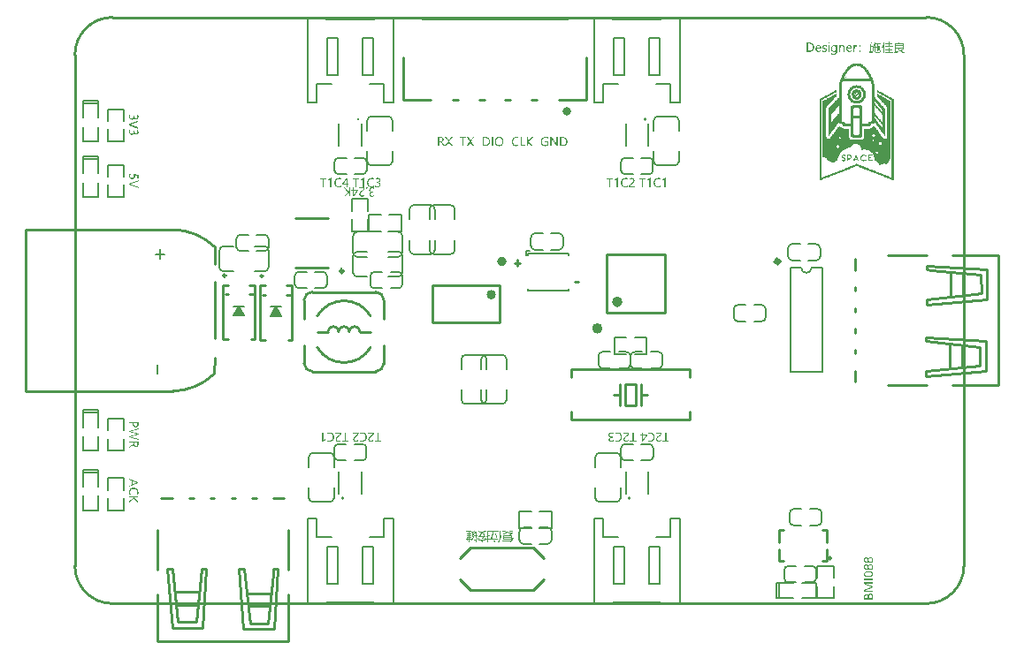
<source format=gto>
G04*
G04 #@! TF.GenerationSoftware,Altium Limited,Altium Designer,22.0.2 (36)*
G04*
G04 Layer_Color=65535*
%FSLAX25Y25*%
%MOIN*%
G70*
G04*
G04 #@! TF.SameCoordinates,A6D4CE7A-EFCD-4D6A-9A72-3AB9F5591AE9*
G04*
G04*
G04 #@! TF.FilePolarity,Positive*
G04*
G01*
G75*
%ADD10C,0.00787*%
%ADD11C,0.00800*%
%ADD12C,0.01968*%
%ADD13C,0.01575*%
%ADD14C,0.00591*%
%ADD15C,0.01181*%
%ADD16C,0.01000*%
%ADD17C,0.02000*%
%ADD18C,0.00600*%
%ADD19C,0.00984*%
G36*
X326355Y258124D02*
X326958D01*
Y257923D01*
X327360D01*
Y257722D01*
X327560D01*
Y257521D01*
X327761D01*
Y257320D01*
X328163D01*
Y257119D01*
X328364D01*
Y256918D01*
X328565D01*
Y256717D01*
X328766D01*
Y256517D01*
X328967D01*
Y256115D01*
X329168D01*
Y255914D01*
X329369D01*
Y255713D01*
X329570D01*
Y255512D01*
X329770D01*
Y255110D01*
X329971D01*
Y254909D01*
X330172D01*
Y254507D01*
X330373D01*
Y254106D01*
X330574D01*
Y253704D01*
X330775D01*
Y253302D01*
X330976D01*
Y252900D01*
X331177D01*
Y252499D01*
X331378D01*
Y251896D01*
X331578D01*
Y251293D01*
X331780D01*
Y250489D01*
X331980D01*
Y245467D01*
X332181D01*
Y245266D01*
X332382D01*
Y244864D01*
X332583D01*
Y244663D01*
X332784D01*
Y244462D01*
X332985D01*
Y244261D01*
X333186D01*
Y244060D01*
X333387D01*
Y243860D01*
X333588D01*
Y243659D01*
X333788D01*
Y243458D01*
X333989D01*
Y243257D01*
X334190D01*
Y242855D01*
X334391D01*
Y242654D01*
X334592D01*
Y242453D01*
X334793D01*
Y242252D01*
X334994D01*
Y242051D01*
X335195D01*
Y241850D01*
X335396D01*
Y241650D01*
X335597D01*
Y241449D01*
X335798D01*
Y241047D01*
X335999D01*
Y231001D01*
X335597D01*
Y231403D01*
X335396D01*
Y231604D01*
X335195D01*
Y231805D01*
X334994D01*
Y232207D01*
X334793D01*
Y232408D01*
X334592D01*
Y232609D01*
X334391D01*
Y233011D01*
X334190D01*
Y233211D01*
X333989D01*
Y233412D01*
X333788D01*
Y233814D01*
X333588D01*
Y234015D01*
X333387D01*
Y234216D01*
X333186D01*
Y234618D01*
X332985D01*
Y234819D01*
X332784D01*
Y235020D01*
X332583D01*
Y235421D01*
X332382D01*
Y235622D01*
X332181D01*
Y235823D01*
X331980D01*
Y235622D01*
X331780D01*
Y235421D01*
X330775D01*
Y235020D01*
X330574D01*
Y234819D01*
X330373D01*
Y234618D01*
X327360D01*
Y230600D01*
X327159D01*
Y230399D01*
X326958D01*
Y230198D01*
X323542D01*
Y230399D01*
X323341D01*
Y230600D01*
X323141D01*
Y234618D01*
X320127D01*
Y234819D01*
X319926D01*
Y235020D01*
X319725D01*
Y235421D01*
X318721D01*
Y235622D01*
X318520D01*
Y235823D01*
X318319D01*
Y235622D01*
X318118D01*
Y235221D01*
X317917D01*
Y235020D01*
X317716D01*
Y234819D01*
X317515D01*
Y234417D01*
X317314D01*
Y234216D01*
X317113D01*
Y234015D01*
X316912D01*
Y233613D01*
X316711D01*
Y233412D01*
X316511D01*
Y233211D01*
X316310D01*
Y232810D01*
X316109D01*
Y232609D01*
X315908D01*
Y232408D01*
X315707D01*
Y232006D01*
X315506D01*
Y231805D01*
X315305D01*
Y231604D01*
X315104D01*
Y231202D01*
X314903D01*
Y231001D01*
X314702D01*
Y241449D01*
X314903D01*
Y241650D01*
X315104D01*
Y241850D01*
X315305D01*
Y242051D01*
X315506D01*
Y242252D01*
X315707D01*
Y242453D01*
X315908D01*
Y242654D01*
X316109D01*
Y242855D01*
X316310D01*
Y243056D01*
X316511D01*
Y243458D01*
X316711D01*
Y243659D01*
X316912D01*
Y243860D01*
X317113D01*
Y244060D01*
X317314D01*
Y244261D01*
X317515D01*
Y244462D01*
X317716D01*
Y244663D01*
X317917D01*
Y244864D01*
X318118D01*
Y245065D01*
X318319D01*
Y245266D01*
X318520D01*
Y250489D01*
X318721D01*
Y251293D01*
X318921D01*
Y251896D01*
X319122D01*
Y252298D01*
X319323D01*
Y252900D01*
X319524D01*
Y253302D01*
X319725D01*
Y253704D01*
X319926D01*
Y254106D01*
X320127D01*
Y254507D01*
X320328D01*
Y254709D01*
X320529D01*
Y255110D01*
X320730D01*
Y255311D01*
X320931D01*
Y255713D01*
X321131D01*
Y255914D01*
X321332D01*
Y256115D01*
X321533D01*
Y256316D01*
X321734D01*
Y256717D01*
X321935D01*
Y256918D01*
X322136D01*
Y257119D01*
X322538D01*
Y257320D01*
X322739D01*
Y257521D01*
X322940D01*
Y257722D01*
X323341D01*
Y257923D01*
X323542D01*
Y258124D01*
X324145D01*
Y258325D01*
X326355D01*
Y258124D01*
D02*
G37*
G36*
X333186Y246672D02*
X333588D01*
Y246471D01*
X333788D01*
Y246270D01*
X334190D01*
Y246070D01*
X334592D01*
Y245869D01*
X334994D01*
Y245668D01*
X335195D01*
Y245467D01*
X335597D01*
Y245266D01*
X335999D01*
Y245065D01*
X336400D01*
Y244864D01*
X336802D01*
Y244663D01*
X337003D01*
Y244462D01*
X337405D01*
Y244261D01*
X337807D01*
Y244060D01*
X338007D01*
Y222162D01*
X337807D01*
Y221961D01*
X337606D01*
Y221559D01*
X337405D01*
Y221358D01*
X337204D01*
Y220956D01*
X337003D01*
Y220354D01*
X336802D01*
Y220153D01*
X335999D01*
Y220354D01*
X335195D01*
Y220153D01*
X334391D01*
Y219952D01*
X333788D01*
Y220354D01*
X333588D01*
Y220554D01*
X333387D01*
Y220755D01*
X333186D01*
Y220956D01*
X332985D01*
Y221157D01*
X332583D01*
Y221358D01*
X331980D01*
Y222764D01*
X331780D01*
Y223367D01*
X331578D01*
Y223769D01*
X331378D01*
Y224171D01*
X331177D01*
Y224372D01*
X330976D01*
Y224572D01*
X330775D01*
Y224773D01*
X330574D01*
Y224974D01*
X330373D01*
Y225175D01*
X329971D01*
Y225376D01*
X329570D01*
Y225577D01*
X328766D01*
Y225778D01*
X327761D01*
Y225577D01*
X326958D01*
Y226582D01*
X326757D01*
Y226782D01*
X326556D01*
Y227184D01*
X326355D01*
Y227385D01*
X325953D01*
Y227586D01*
X325551D01*
Y227787D01*
X324145D01*
Y227586D01*
X323743D01*
Y227385D01*
X323542D01*
Y227184D01*
X323341D01*
Y226983D01*
X323141D01*
Y226782D01*
X322940D01*
Y226381D01*
X321935D01*
Y226180D01*
X321332D01*
Y225979D01*
X320931D01*
Y225778D01*
X320529D01*
Y225577D01*
X320127D01*
Y225376D01*
X319926D01*
Y225175D01*
X319725D01*
Y224974D01*
X319524D01*
Y224773D01*
X319323D01*
Y224572D01*
X319122D01*
Y224171D01*
X318921D01*
Y223970D01*
X318721D01*
Y223568D01*
X318520D01*
Y223166D01*
X318319D01*
Y222362D01*
X318118D01*
Y221760D01*
X317917D01*
Y221559D01*
X317515D01*
Y221358D01*
X317314D01*
Y221157D01*
X317113D01*
Y220956D01*
X316912D01*
Y220755D01*
X316711D01*
Y220554D01*
X316511D01*
Y220755D01*
X316310D01*
Y220956D01*
X315707D01*
Y221157D01*
X314903D01*
Y221358D01*
X314502D01*
Y221559D01*
X314301D01*
Y221961D01*
X314100D01*
Y222162D01*
X313899D01*
Y222362D01*
X313698D01*
Y222563D01*
X313497D01*
Y222764D01*
X313095D01*
Y222965D01*
X312492D01*
Y223367D01*
Y223568D01*
Y244060D01*
X312693D01*
Y244261D01*
X313095D01*
Y244462D01*
X313497D01*
Y244663D01*
X313899D01*
Y244864D01*
X314100D01*
Y245065D01*
X314502D01*
Y245266D01*
X314903D01*
Y245467D01*
X315305D01*
Y245668D01*
X315707D01*
Y245869D01*
X315908D01*
Y246070D01*
X316310D01*
Y246270D01*
X316711D01*
Y246471D01*
X317113D01*
Y246672D01*
X317314D01*
Y246873D01*
X317515D01*
Y246672D01*
X317716D01*
Y246070D01*
X317515D01*
Y245668D01*
X317314D01*
Y245467D01*
X317113D01*
Y245266D01*
X316912D01*
Y245065D01*
X316711D01*
Y244864D01*
X316511D01*
Y244462D01*
X316310D01*
Y244261D01*
X316109D01*
Y244060D01*
X315908D01*
Y243860D01*
X315707D01*
Y243659D01*
X315506D01*
Y243458D01*
X315305D01*
Y243257D01*
X315104D01*
Y243056D01*
X314903D01*
Y242855D01*
X314702D01*
Y242654D01*
X314502D01*
Y242252D01*
X314301D01*
Y242051D01*
X314100D01*
Y241850D01*
X313899D01*
Y241650D01*
X313698D01*
Y230399D01*
X313899D01*
Y229997D01*
X314301D01*
Y229796D01*
X314903D01*
Y229997D01*
X315305D01*
Y230198D01*
X315506D01*
Y230600D01*
X315707D01*
Y230801D01*
X315908D01*
Y231001D01*
X316109D01*
Y231403D01*
X316310D01*
Y231604D01*
X316511D01*
Y231805D01*
X316711D01*
Y232207D01*
X316912D01*
Y232408D01*
X317113D01*
Y232609D01*
X317314D01*
Y233011D01*
X317515D01*
Y233211D01*
X317716D01*
Y233412D01*
X317917D01*
Y233814D01*
X318118D01*
Y234015D01*
X318319D01*
Y234216D01*
X318520D01*
Y234417D01*
X319122D01*
Y234216D01*
X319323D01*
Y234015D01*
X319524D01*
Y233814D01*
X320328D01*
Y233613D01*
X322337D01*
Y230198D01*
X322538D01*
Y229796D01*
X322739D01*
Y229595D01*
X323141D01*
Y229394D01*
X327360D01*
Y229595D01*
X327761D01*
Y229796D01*
X327962D01*
Y230198D01*
X328163D01*
Y233613D01*
X330373D01*
Y233814D01*
X330976D01*
Y234015D01*
X331177D01*
Y234216D01*
X331378D01*
Y234417D01*
X331980D01*
Y234216D01*
X332181D01*
Y234015D01*
X332382D01*
Y233814D01*
X332583D01*
Y233412D01*
X332784D01*
Y233211D01*
X332985D01*
Y233011D01*
X333186D01*
Y232609D01*
X333387D01*
Y232408D01*
X333588D01*
Y232207D01*
X333788D01*
Y231805D01*
X333989D01*
Y231604D01*
X334190D01*
Y231403D01*
X334391D01*
Y231001D01*
X334592D01*
Y230801D01*
X334793D01*
Y230600D01*
X334994D01*
Y230198D01*
X335195D01*
Y229997D01*
X335597D01*
Y229796D01*
X336199D01*
Y229997D01*
X336601D01*
Y230399D01*
X336802D01*
Y241650D01*
X336601D01*
Y241850D01*
X336400D01*
Y242051D01*
X336199D01*
Y242453D01*
X335999D01*
Y242654D01*
X335798D01*
Y242855D01*
X335597D01*
Y243056D01*
X335396D01*
Y243257D01*
X335195D01*
Y243458D01*
X334994D01*
Y243659D01*
X334793D01*
Y243860D01*
X334592D01*
Y244060D01*
X334391D01*
Y244462D01*
X334190D01*
Y244663D01*
X333989D01*
Y244864D01*
X333788D01*
Y245065D01*
X333588D01*
Y245266D01*
X333387D01*
Y245467D01*
X333186D01*
Y245668D01*
X332985D01*
Y246873D01*
X333186D01*
Y246672D01*
D02*
G37*
G36*
X320931Y223568D02*
X321131D01*
Y223367D01*
X320931D01*
Y223166D01*
X320730D01*
Y223367D01*
X320127D01*
Y223166D01*
X319926D01*
Y222965D01*
X320127D01*
Y222764D01*
X320529D01*
Y222563D01*
X320931D01*
Y222362D01*
X321131D01*
Y221559D01*
X320931D01*
Y221358D01*
X320529D01*
Y221157D01*
X320127D01*
Y221358D01*
X319524D01*
Y221760D01*
X320730D01*
Y222162D01*
X320328D01*
Y222362D01*
X319926D01*
Y222563D01*
X319725D01*
Y222764D01*
X319524D01*
Y223568D01*
X319926D01*
Y223769D01*
X320931D01*
Y223568D01*
D02*
G37*
G36*
X328364D02*
X328766D01*
Y223367D01*
X328967D01*
Y223166D01*
X328766D01*
Y222965D01*
X328565D01*
Y223166D01*
X328364D01*
Y223367D01*
X327560D01*
Y223166D01*
X327360D01*
Y222965D01*
X327159D01*
Y221961D01*
X327360D01*
Y221760D01*
X328364D01*
Y221961D01*
X328967D01*
Y221559D01*
X328565D01*
Y221358D01*
X328163D01*
Y221157D01*
X327761D01*
Y221358D01*
X327159D01*
Y221559D01*
X326958D01*
Y221760D01*
X326757D01*
Y222362D01*
X326556D01*
Y222764D01*
X326757D01*
Y223166D01*
X326958D01*
Y223568D01*
X327360D01*
Y223769D01*
X328364D01*
Y223568D01*
D02*
G37*
G36*
X331177Y223367D02*
X329971D01*
Y222764D01*
X330775D01*
Y222362D01*
X329971D01*
Y221760D01*
X331177D01*
Y221358D01*
X329570D01*
Y221961D01*
Y222162D01*
Y223769D01*
X331177D01*
Y223367D01*
D02*
G37*
G36*
X325149D02*
X325350D01*
Y222965D01*
X325551D01*
Y222563D01*
X325752D01*
Y221961D01*
X325953D01*
Y221559D01*
X326154D01*
Y221358D01*
X325752D01*
Y221559D01*
X325551D01*
Y221760D01*
X324547D01*
Y221559D01*
X324346D01*
Y221358D01*
X323944D01*
Y221760D01*
X324145D01*
Y222162D01*
X324346D01*
Y222563D01*
X324547D01*
Y222965D01*
X324748D01*
Y223568D01*
X324949D01*
Y223769D01*
X325149D01*
Y223367D01*
D02*
G37*
G36*
X322940Y223568D02*
X323141D01*
Y223367D01*
X323341D01*
Y222764D01*
Y222563D01*
Y222362D01*
X323141D01*
Y222162D01*
X322538D01*
Y221961D01*
X322136D01*
Y221358D01*
X321734D01*
Y223769D01*
X322940D01*
Y223568D01*
D02*
G37*
G36*
X333387Y247878D02*
X333788D01*
Y247677D01*
X334190D01*
Y247476D01*
X334592D01*
Y247275D01*
X334793D01*
Y247074D01*
X335195D01*
Y246873D01*
X335597D01*
Y246672D01*
X335999D01*
Y246471D01*
X336400D01*
Y246270D01*
X336601D01*
Y246070D01*
X337003D01*
Y245869D01*
X337405D01*
Y245668D01*
X337807D01*
Y245467D01*
X338209D01*
Y245266D01*
X338409D01*
Y245065D01*
X338811D01*
Y244864D01*
X339213D01*
Y244663D01*
X339414D01*
Y216335D01*
Y216134D01*
Y214125D01*
X338811D01*
Y214326D01*
X338409D01*
Y214527D01*
X337807D01*
Y214728D01*
X337204D01*
Y214929D01*
X336802D01*
Y215130D01*
X336199D01*
Y215331D01*
X335798D01*
Y215532D01*
X335195D01*
Y215733D01*
X334793D01*
Y215933D01*
X334190D01*
Y216134D01*
X333588D01*
Y216335D01*
X333186D01*
Y216536D01*
X332583D01*
Y216737D01*
X332181D01*
Y216938D01*
X331578D01*
Y217139D01*
X330976D01*
Y217340D01*
X330574D01*
Y217541D01*
X329971D01*
Y217742D01*
X329570D01*
Y217943D01*
X328967D01*
Y218144D01*
X328565D01*
Y218344D01*
X327962D01*
Y218545D01*
X327360D01*
Y218746D01*
X326958D01*
Y218947D01*
X326355D01*
Y219148D01*
X325953D01*
Y219349D01*
X325350D01*
Y219550D01*
X325149D01*
Y219349D01*
X324748D01*
Y219148D01*
X324145D01*
Y218947D01*
X323542D01*
Y218746D01*
X323141D01*
Y218545D01*
X322538D01*
Y218344D01*
X322136D01*
Y218144D01*
X321533D01*
Y217943D01*
X321131D01*
Y217742D01*
X320529D01*
Y217541D01*
X319926D01*
Y217340D01*
X319524D01*
Y217139D01*
X318921D01*
Y216938D01*
X318520D01*
Y216737D01*
X317917D01*
Y216536D01*
X317314D01*
Y216335D01*
X316912D01*
Y216134D01*
X316310D01*
Y215933D01*
X315908D01*
Y215733D01*
X315305D01*
Y215532D01*
X314903D01*
Y215331D01*
X314301D01*
Y215130D01*
X313698D01*
Y214929D01*
X313296D01*
Y214728D01*
X312693D01*
Y214527D01*
X312292D01*
Y214326D01*
X311689D01*
Y214125D01*
X311287D01*
Y244864D01*
X311689D01*
Y245065D01*
X312091D01*
Y245266D01*
X312492D01*
Y245467D01*
X312693D01*
Y245668D01*
X313095D01*
Y245869D01*
X313497D01*
Y246070D01*
X313899D01*
Y246270D01*
X314301D01*
Y246471D01*
X314502D01*
Y246672D01*
X314903D01*
Y246873D01*
X315305D01*
Y247074D01*
X315707D01*
Y247275D01*
X316109D01*
Y247476D01*
X316310D01*
Y247677D01*
X316711D01*
Y247878D01*
X317113D01*
Y248078D01*
X317716D01*
Y247677D01*
X317515D01*
Y247275D01*
X317113D01*
Y247074D01*
X316711D01*
Y246873D01*
X316310D01*
Y246672D01*
X316109D01*
Y246471D01*
X315707D01*
Y246270D01*
X315305D01*
Y246070D01*
X314903D01*
Y245869D01*
X314502D01*
Y245668D01*
X314301D01*
Y245467D01*
X313899D01*
Y245266D01*
X313497D01*
Y245065D01*
X313095D01*
Y244864D01*
X312693D01*
Y244663D01*
X312492D01*
Y244462D01*
X312091D01*
Y215130D01*
X312292D01*
Y215331D01*
X312693D01*
Y215532D01*
X313296D01*
Y215733D01*
X313698D01*
Y215933D01*
X314301D01*
Y216134D01*
X314702D01*
Y216335D01*
X315305D01*
Y216536D01*
X315908D01*
Y216737D01*
X316310D01*
Y216938D01*
X316912D01*
Y217139D01*
X317314D01*
Y217340D01*
X317917D01*
Y217541D01*
X318520D01*
Y217742D01*
X318921D01*
Y217943D01*
X319524D01*
Y218144D01*
X319926D01*
Y218344D01*
X320529D01*
Y218545D01*
X320931D01*
Y218746D01*
X321533D01*
Y218947D01*
X322136D01*
Y219148D01*
X322538D01*
Y219349D01*
X323141D01*
Y219550D01*
X323542D01*
Y219751D01*
X324145D01*
Y219952D01*
X324748D01*
Y220153D01*
X325149D01*
Y220354D01*
X325350D01*
Y220153D01*
X325953D01*
Y219952D01*
X326355D01*
Y219751D01*
X326958D01*
Y219550D01*
X327360D01*
Y219349D01*
X327962D01*
Y219148D01*
X328565D01*
Y218947D01*
X328967D01*
Y218746D01*
X329570D01*
Y218545D01*
X329971D01*
Y218344D01*
X330574D01*
Y218144D01*
X331177D01*
Y217943D01*
X331578D01*
Y217742D01*
X332181D01*
Y217541D01*
X332583D01*
Y217340D01*
X333186D01*
Y217139D01*
X333588D01*
Y216938D01*
X334190D01*
Y216737D01*
X334793D01*
Y216536D01*
X335195D01*
Y216335D01*
X335798D01*
Y216134D01*
X336199D01*
Y215933D01*
X336802D01*
Y215733D01*
X337405D01*
Y215532D01*
X337807D01*
Y215331D01*
X338409D01*
Y244462D01*
X338209D01*
Y244663D01*
X337807D01*
Y244864D01*
X337405D01*
Y245065D01*
X337003D01*
Y245266D01*
X336601D01*
Y245467D01*
X336400D01*
Y245668D01*
X335999D01*
Y245869D01*
X335597D01*
Y246070D01*
X335195D01*
Y246270D01*
X334793D01*
Y246471D01*
X334592D01*
Y246672D01*
X334190D01*
Y246873D01*
X333788D01*
Y247074D01*
X333387D01*
Y247275D01*
X332985D01*
Y248078D01*
X333387D01*
Y247878D01*
D02*
G37*
G36*
X142580Y215041D02*
X142630D01*
X142686Y215035D01*
X142747Y215030D01*
X142875Y215013D01*
X143013Y214985D01*
X143147Y214952D01*
X143274Y214902D01*
Y214441D01*
X143269D01*
X143257Y214453D01*
X143235Y214458D01*
X143208Y214475D01*
X143174Y214491D01*
X143135Y214508D01*
X143085Y214525D01*
X143035Y214547D01*
X142913Y214580D01*
X142775Y214614D01*
X142625Y214636D01*
X142464Y214647D01*
X142408D01*
X142369Y214641D01*
X142320Y214636D01*
X142264Y214625D01*
X142203Y214614D01*
X142131Y214597D01*
X142059Y214580D01*
X141987Y214552D01*
X141903Y214525D01*
X141826Y214486D01*
X141748Y214441D01*
X141670Y214392D01*
X141598Y214331D01*
X141526Y214264D01*
X141520Y214258D01*
X141509Y214247D01*
X141493Y214225D01*
X141470Y214192D01*
X141443Y214153D01*
X141409Y214108D01*
X141382Y214053D01*
X141348Y213992D01*
X141309Y213920D01*
X141282Y213842D01*
X141248Y213759D01*
X141221Y213665D01*
X141199Y213570D01*
X141182Y213465D01*
X141171Y213348D01*
X141165Y213232D01*
Y213226D01*
Y213204D01*
Y213171D01*
X141171Y213132D01*
X141176Y213076D01*
X141182Y213015D01*
X141193Y212948D01*
X141209Y212876D01*
X141248Y212721D01*
X141276Y212638D01*
X141309Y212560D01*
X141348Y212477D01*
X141393Y212399D01*
X141443Y212321D01*
X141504Y212249D01*
X141509Y212244D01*
X141520Y212233D01*
X141537Y212216D01*
X141565Y212194D01*
X141598Y212166D01*
X141642Y212133D01*
X141687Y212105D01*
X141742Y212072D01*
X141803Y212033D01*
X141870Y212005D01*
X141942Y211972D01*
X142020Y211944D01*
X142103Y211922D01*
X142192Y211905D01*
X142286Y211894D01*
X142386Y211889D01*
X142436D01*
X142469Y211894D01*
X142514D01*
X142569Y211900D01*
X142625Y211911D01*
X142691Y211916D01*
X142830Y211944D01*
X142974Y211988D01*
X143130Y212044D01*
X143274Y212122D01*
Y211694D01*
X143269D01*
X143257Y211689D01*
X143235Y211678D01*
X143208Y211666D01*
X143169Y211650D01*
X143124Y211633D01*
X143069Y211617D01*
X143013Y211600D01*
X142947Y211578D01*
X142875Y211561D01*
X142797Y211544D01*
X142708Y211533D01*
X142619Y211517D01*
X142525Y211511D01*
X142320Y211500D01*
X142286D01*
X142247Y211506D01*
X142198D01*
X142136Y211517D01*
X142064Y211522D01*
X141981Y211539D01*
X141898Y211561D01*
X141803Y211583D01*
X141709Y211617D01*
X141609Y211650D01*
X141509Y211694D01*
X141409Y211750D01*
X141315Y211811D01*
X141226Y211883D01*
X141137Y211966D01*
X141132Y211972D01*
X141121Y211988D01*
X141099Y212016D01*
X141071Y212049D01*
X141037Y212099D01*
X140999Y212155D01*
X140960Y212222D01*
X140921Y212294D01*
X140876Y212383D01*
X140838Y212471D01*
X140799Y212577D01*
X140766Y212688D01*
X140738Y212804D01*
X140716Y212932D01*
X140705Y213065D01*
X140699Y213204D01*
Y213215D01*
Y213243D01*
X140705Y213282D01*
Y213343D01*
X140716Y213409D01*
X140727Y213492D01*
X140738Y213581D01*
X140760Y213681D01*
X140788Y213787D01*
X140821Y213892D01*
X140860Y214003D01*
X140910Y214114D01*
X140965Y214225D01*
X141032Y214336D01*
X141104Y214436D01*
X141193Y214536D01*
X141199Y214541D01*
X141215Y214558D01*
X141243Y214586D01*
X141282Y214614D01*
X141332Y214652D01*
X141393Y214697D01*
X141459Y214741D01*
X141537Y214791D01*
X141626Y214841D01*
X141720Y214885D01*
X141826Y214930D01*
X141937Y214969D01*
X142059Y215002D01*
X142186Y215024D01*
X142320Y215041D01*
X142458Y215047D01*
X142542D01*
X142580Y215041D01*
D02*
G37*
G36*
X130271D02*
X130321D01*
X130376Y215035D01*
X130437Y215030D01*
X130565Y215013D01*
X130703Y214985D01*
X130837Y214952D01*
X130964Y214902D01*
Y214441D01*
X130959D01*
X130948Y214453D01*
X130925Y214458D01*
X130898Y214475D01*
X130864Y214491D01*
X130825Y214508D01*
X130775Y214525D01*
X130726Y214547D01*
X130604Y214580D01*
X130465Y214614D01*
X130315Y214636D01*
X130154Y214647D01*
X130098D01*
X130060Y214641D01*
X130010Y214636D01*
X129954Y214625D01*
X129893Y214614D01*
X129821Y214597D01*
X129749Y214580D01*
X129677Y214552D01*
X129593Y214525D01*
X129516Y214486D01*
X129438Y214441D01*
X129360Y214392D01*
X129288Y214331D01*
X129216Y214264D01*
X129210Y214258D01*
X129199Y214247D01*
X129183Y214225D01*
X129160Y214192D01*
X129133Y214153D01*
X129100Y214108D01*
X129072Y214053D01*
X129038Y213992D01*
X128999Y213920D01*
X128972Y213842D01*
X128938Y213759D01*
X128911Y213665D01*
X128889Y213570D01*
X128872Y213465D01*
X128861Y213348D01*
X128855Y213232D01*
Y213226D01*
Y213204D01*
Y213171D01*
X128861Y213132D01*
X128866Y213076D01*
X128872Y213015D01*
X128883Y212948D01*
X128900Y212876D01*
X128938Y212721D01*
X128966Y212638D01*
X128999Y212560D01*
X129038Y212477D01*
X129083Y212399D01*
X129133Y212321D01*
X129194Y212249D01*
X129199Y212244D01*
X129210Y212233D01*
X129227Y212216D01*
X129255Y212194D01*
X129288Y212166D01*
X129332Y212133D01*
X129377Y212105D01*
X129432Y212072D01*
X129493Y212033D01*
X129560Y212005D01*
X129632Y211972D01*
X129710Y211944D01*
X129793Y211922D01*
X129882Y211905D01*
X129976Y211894D01*
X130076Y211889D01*
X130126D01*
X130159Y211894D01*
X130204D01*
X130259Y211900D01*
X130315Y211911D01*
X130382Y211916D01*
X130520Y211944D01*
X130665Y211988D01*
X130820Y212044D01*
X130964Y212122D01*
Y211694D01*
X130959D01*
X130948Y211689D01*
X130925Y211678D01*
X130898Y211666D01*
X130859Y211650D01*
X130814Y211633D01*
X130759Y211617D01*
X130703Y211600D01*
X130637Y211578D01*
X130565Y211561D01*
X130487Y211544D01*
X130398Y211533D01*
X130309Y211517D01*
X130215Y211511D01*
X130010Y211500D01*
X129976D01*
X129938Y211506D01*
X129888D01*
X129826Y211517D01*
X129754Y211522D01*
X129671Y211539D01*
X129588Y211561D01*
X129493Y211583D01*
X129399Y211617D01*
X129299Y211650D01*
X129199Y211694D01*
X129100Y211750D01*
X129005Y211811D01*
X128916Y211883D01*
X128828Y211966D01*
X128822Y211972D01*
X128811Y211988D01*
X128789Y212016D01*
X128761Y212049D01*
X128728Y212099D01*
X128689Y212155D01*
X128650Y212222D01*
X128611Y212294D01*
X128567Y212383D01*
X128528Y212471D01*
X128489Y212577D01*
X128456Y212688D01*
X128428Y212804D01*
X128406Y212932D01*
X128395Y213065D01*
X128389Y213204D01*
Y213215D01*
Y213243D01*
X128395Y213282D01*
Y213343D01*
X128406Y213409D01*
X128417Y213492D01*
X128428Y213581D01*
X128450Y213681D01*
X128478Y213787D01*
X128511Y213892D01*
X128550Y214003D01*
X128600Y214114D01*
X128655Y214225D01*
X128722Y214336D01*
X128794Y214436D01*
X128883Y214536D01*
X128889Y214541D01*
X128905Y214558D01*
X128933Y214586D01*
X128972Y214614D01*
X129022Y214652D01*
X129083Y214697D01*
X129149Y214741D01*
X129227Y214791D01*
X129316Y214841D01*
X129410Y214885D01*
X129516Y214930D01*
X129627Y214969D01*
X129749Y215002D01*
X129876Y215024D01*
X130010Y215041D01*
X130148Y215047D01*
X130232D01*
X130271Y215041D01*
D02*
G37*
G36*
X144823D02*
X144861D01*
X144906Y215035D01*
X145006Y215019D01*
X145117Y214991D01*
X145233Y214947D01*
X145350Y214891D01*
X145455Y214813D01*
X145461D01*
X145466Y214802D01*
X145500Y214774D01*
X145539Y214724D01*
X145589Y214652D01*
X145638Y214569D01*
X145683Y214469D01*
X145711Y214353D01*
X145716Y214286D01*
X145722Y214219D01*
Y214214D01*
Y214192D01*
X145716Y214158D01*
X145711Y214114D01*
X145700Y214059D01*
X145688Y213998D01*
X145666Y213931D01*
X145638Y213859D01*
X145600Y213787D01*
X145555Y213714D01*
X145500Y213642D01*
X145433Y213570D01*
X145355Y213504D01*
X145267Y213448D01*
X145161Y213398D01*
X145039Y213354D01*
Y213343D01*
X145056D01*
X145072Y213337D01*
X145100Y213332D01*
X145133Y213326D01*
X145167Y213320D01*
X145250Y213298D01*
X145344Y213259D01*
X145444Y213215D01*
X145539Y213159D01*
X145622Y213082D01*
X145633Y213071D01*
X145655Y213043D01*
X145688Y212993D01*
X145733Y212932D01*
X145772Y212849D01*
X145805Y212754D01*
X145827Y212649D01*
X145838Y212527D01*
Y212521D01*
Y212505D01*
Y212482D01*
X145833Y212449D01*
X145827Y212410D01*
X145822Y212366D01*
X145799Y212260D01*
X145755Y212138D01*
X145733Y212077D01*
X145700Y212016D01*
X145661Y211949D01*
X145616Y211889D01*
X145566Y211833D01*
X145505Y211777D01*
X145500Y211772D01*
X145489Y211766D01*
X145472Y211750D01*
X145444Y211733D01*
X145411Y211711D01*
X145372Y211689D01*
X145322Y211666D01*
X145272Y211639D01*
X145211Y211611D01*
X145144Y211589D01*
X145067Y211567D01*
X144989Y211544D01*
X144906Y211528D01*
X144817Y211511D01*
X144717Y211506D01*
X144617Y211500D01*
X144573D01*
X144540Y211506D01*
X144495D01*
X144451Y211511D01*
X144340Y211522D01*
X144212Y211544D01*
X144084Y211578D01*
X143957Y211617D01*
X143835Y211678D01*
Y212127D01*
X143840Y212122D01*
X143851Y212116D01*
X143868Y212105D01*
X143896Y212083D01*
X143929Y212066D01*
X143968Y212044D01*
X144012Y212016D01*
X144068Y211994D01*
X144184Y211944D01*
X144318Y211900D01*
X144467Y211866D01*
X144545Y211861D01*
X144628Y211855D01*
X144662D01*
X144689Y211861D01*
X144750Y211866D01*
X144834Y211877D01*
X144922Y211900D01*
X145017Y211927D01*
X145106Y211972D01*
X145189Y212027D01*
X145200Y212038D01*
X145222Y212061D01*
X145255Y212099D01*
X145294Y212155D01*
X145333Y212222D01*
X145367Y212299D01*
X145389Y212388D01*
X145400Y212493D01*
Y212499D01*
Y212521D01*
X145394Y212555D01*
X145383Y212593D01*
X145372Y212643D01*
X145350Y212699D01*
X145322Y212760D01*
X145283Y212821D01*
X145233Y212882D01*
X145172Y212943D01*
X145095Y212999D01*
X145006Y213049D01*
X144895Y213087D01*
X144773Y213121D01*
X144628Y213143D01*
X144462Y213148D01*
X144179D01*
Y213504D01*
X144484D01*
X144528Y213509D01*
X144578Y213515D01*
X144645Y213520D01*
X144712Y213537D01*
X144789Y213554D01*
X144867Y213581D01*
X144939Y213615D01*
X145017Y213653D01*
X145083Y213703D01*
X145150Y213764D01*
X145200Y213837D01*
X145244Y213914D01*
X145267Y214009D01*
X145278Y214120D01*
Y214125D01*
Y214142D01*
X145272Y214170D01*
X145267Y214208D01*
X145261Y214247D01*
X145244Y214297D01*
X145222Y214347D01*
X145200Y214403D01*
X145167Y214453D01*
X145122Y214503D01*
X145072Y214552D01*
X145011Y214591D01*
X144939Y214630D01*
X144856Y214658D01*
X144756Y214675D01*
X144645Y214680D01*
X144612D01*
X144584Y214675D01*
X144551D01*
X144512Y214669D01*
X144423Y214652D01*
X144323Y214625D01*
X144207Y214580D01*
X144090Y214519D01*
X144029Y214486D01*
X143968Y214441D01*
Y214847D01*
X143974D01*
X143984Y214858D01*
X144001Y214863D01*
X144029Y214880D01*
X144057Y214891D01*
X144096Y214908D01*
X144140Y214930D01*
X144190Y214947D01*
X144306Y214985D01*
X144440Y215013D01*
X144589Y215035D01*
X144750Y215047D01*
X144795D01*
X144823Y215041D01*
D02*
G37*
G36*
X139511Y211556D02*
X139078D01*
Y214491D01*
X139073Y214486D01*
X139062Y214475D01*
X139034Y214453D01*
X139001Y214425D01*
X138951Y214386D01*
X138890Y214347D01*
X138818Y214303D01*
X138734Y214258D01*
X138723Y214253D01*
X138695Y214236D01*
X138646Y214219D01*
X138584Y214192D01*
X138518Y214164D01*
X138440Y214136D01*
X138362Y214108D01*
X138285Y214086D01*
Y214508D01*
X138290D01*
X138296Y214514D01*
X138312Y214519D01*
X138335Y214525D01*
X138385Y214541D01*
X138462Y214569D01*
X138546Y214602D01*
X138646Y214641D01*
X138751Y214691D01*
X138867Y214747D01*
X138873D01*
X138879Y214752D01*
X138895Y214763D01*
X138917Y214774D01*
X138973Y214808D01*
X139045Y214847D01*
X139123Y214897D01*
X139200Y214952D01*
X139278Y215008D01*
X139345Y215063D01*
X139511D01*
Y211556D01*
D02*
G37*
G36*
X137730Y214591D02*
X136742D01*
Y211556D01*
X136292D01*
Y214591D01*
X135310D01*
Y214985D01*
X137730D01*
Y214591D01*
D02*
G37*
G36*
X133267Y212721D02*
X133784D01*
Y212360D01*
X133267D01*
Y211556D01*
X132846D01*
Y212360D01*
X131242D01*
Y212699D01*
X131247Y212704D01*
X131258Y212721D01*
X131286Y212749D01*
X131314Y212782D01*
X131353Y212832D01*
X131403Y212888D01*
X131453Y212948D01*
X131508Y213021D01*
X131575Y213098D01*
X131641Y213182D01*
X131713Y213276D01*
X131786Y213370D01*
X131941Y213581D01*
X132102Y213809D01*
X132107Y213814D01*
X132119Y213837D01*
X132146Y213870D01*
X132174Y213914D01*
X132213Y213970D01*
X132252Y214036D01*
X132302Y214108D01*
X132352Y214192D01*
X132407Y214281D01*
X132468Y214369D01*
X132585Y214569D01*
X132707Y214774D01*
X132818Y214985D01*
X133267D01*
Y212721D01*
D02*
G37*
G36*
X127201Y211556D02*
X126769D01*
Y214491D01*
X126763Y214486D01*
X126752Y214475D01*
X126724Y214453D01*
X126691Y214425D01*
X126641Y214386D01*
X126580Y214347D01*
X126508Y214303D01*
X126424Y214258D01*
X126413Y214253D01*
X126385Y214236D01*
X126336Y214219D01*
X126275Y214192D01*
X126208Y214164D01*
X126130Y214136D01*
X126052Y214108D01*
X125975Y214086D01*
Y214508D01*
X125980D01*
X125986Y214514D01*
X126003Y214519D01*
X126025Y214525D01*
X126075Y214541D01*
X126152Y214569D01*
X126236Y214602D01*
X126336Y214641D01*
X126441Y214691D01*
X126558Y214747D01*
X126563D01*
X126569Y214752D01*
X126585Y214763D01*
X126608Y214774D01*
X126663Y214808D01*
X126735Y214847D01*
X126813Y214897D01*
X126891Y214952D01*
X126968Y215008D01*
X127035Y215063D01*
X127201D01*
Y211556D01*
D02*
G37*
G36*
X125420Y214591D02*
X124432D01*
Y211556D01*
X123982D01*
Y214591D01*
X123000D01*
Y214985D01*
X125420D01*
Y214591D01*
D02*
G37*
G36*
X250580Y215041D02*
X250630D01*
X250686Y215035D01*
X250747Y215030D01*
X250874Y215013D01*
X251013Y214985D01*
X251147Y214952D01*
X251274Y214902D01*
Y214441D01*
X251269D01*
X251257Y214453D01*
X251235Y214458D01*
X251207Y214475D01*
X251174Y214491D01*
X251135Y214508D01*
X251085Y214525D01*
X251035Y214547D01*
X250913Y214580D01*
X250775Y214614D01*
X250625Y214636D01*
X250464Y214647D01*
X250408D01*
X250370Y214641D01*
X250320Y214636D01*
X250264Y214625D01*
X250203Y214614D01*
X250131Y214597D01*
X250059Y214580D01*
X249987Y214552D01*
X249903Y214525D01*
X249826Y214486D01*
X249748Y214441D01*
X249670Y214392D01*
X249598Y214331D01*
X249526Y214264D01*
X249520Y214258D01*
X249509Y214247D01*
X249493Y214225D01*
X249470Y214192D01*
X249443Y214153D01*
X249409Y214108D01*
X249382Y214053D01*
X249348Y213992D01*
X249309Y213920D01*
X249282Y213842D01*
X249248Y213759D01*
X249221Y213665D01*
X249199Y213570D01*
X249182Y213465D01*
X249171Y213348D01*
X249165Y213232D01*
Y213226D01*
Y213204D01*
Y213171D01*
X249171Y213132D01*
X249176Y213076D01*
X249182Y213015D01*
X249193Y212948D01*
X249209Y212876D01*
X249248Y212721D01*
X249276Y212638D01*
X249309Y212560D01*
X249348Y212477D01*
X249393Y212399D01*
X249443Y212321D01*
X249504Y212249D01*
X249509Y212244D01*
X249520Y212233D01*
X249537Y212216D01*
X249565Y212194D01*
X249598Y212166D01*
X249642Y212133D01*
X249687Y212105D01*
X249742Y212072D01*
X249803Y212033D01*
X249870Y212005D01*
X249942Y211972D01*
X250020Y211944D01*
X250103Y211922D01*
X250192Y211905D01*
X250286Y211894D01*
X250386Y211889D01*
X250436D01*
X250469Y211894D01*
X250514D01*
X250569Y211900D01*
X250625Y211911D01*
X250691Y211916D01*
X250830Y211944D01*
X250974Y211988D01*
X251130Y212044D01*
X251274Y212122D01*
Y211694D01*
X251269D01*
X251257Y211689D01*
X251235Y211678D01*
X251207Y211666D01*
X251169Y211650D01*
X251124Y211633D01*
X251069Y211617D01*
X251013Y211600D01*
X250947Y211578D01*
X250874Y211561D01*
X250797Y211544D01*
X250708Y211533D01*
X250619Y211517D01*
X250525Y211511D01*
X250320Y211500D01*
X250286D01*
X250247Y211506D01*
X250197D01*
X250136Y211517D01*
X250064Y211522D01*
X249981Y211539D01*
X249898Y211561D01*
X249803Y211583D01*
X249709Y211617D01*
X249609Y211650D01*
X249509Y211694D01*
X249409Y211750D01*
X249315Y211811D01*
X249226Y211883D01*
X249137Y211966D01*
X249132Y211972D01*
X249121Y211988D01*
X249098Y212016D01*
X249071Y212049D01*
X249038Y212099D01*
X248999Y212155D01*
X248960Y212222D01*
X248921Y212294D01*
X248877Y212383D01*
X248838Y212471D01*
X248799Y212577D01*
X248765Y212688D01*
X248738Y212804D01*
X248716Y212932D01*
X248705Y213065D01*
X248699Y213204D01*
Y213215D01*
Y213243D01*
X248705Y213282D01*
Y213343D01*
X248716Y213409D01*
X248727Y213492D01*
X248738Y213581D01*
X248760Y213681D01*
X248788Y213787D01*
X248821Y213892D01*
X248860Y214003D01*
X248910Y214114D01*
X248965Y214225D01*
X249032Y214336D01*
X249104Y214436D01*
X249193Y214536D01*
X249199Y214541D01*
X249215Y214558D01*
X249243Y214586D01*
X249282Y214614D01*
X249332Y214652D01*
X249393Y214697D01*
X249459Y214741D01*
X249537Y214791D01*
X249626Y214841D01*
X249720Y214885D01*
X249826Y214930D01*
X249937Y214969D01*
X250059Y215002D01*
X250186Y215024D01*
X250320Y215041D01*
X250458Y215047D01*
X250542D01*
X250580Y215041D01*
D02*
G37*
G36*
X238270D02*
X238320D01*
X238376Y215035D01*
X238437Y215030D01*
X238565Y215013D01*
X238703Y214985D01*
X238837Y214952D01*
X238964Y214902D01*
Y214441D01*
X238959D01*
X238948Y214453D01*
X238925Y214458D01*
X238898Y214475D01*
X238864Y214491D01*
X238825Y214508D01*
X238776Y214525D01*
X238726Y214547D01*
X238603Y214580D01*
X238465Y214614D01*
X238315Y214636D01*
X238154Y214647D01*
X238099D01*
X238060Y214641D01*
X238010Y214636D01*
X237954Y214625D01*
X237893Y214614D01*
X237821Y214597D01*
X237749Y214580D01*
X237677Y214552D01*
X237593Y214525D01*
X237516Y214486D01*
X237438Y214441D01*
X237360Y214392D01*
X237288Y214331D01*
X237216Y214264D01*
X237210Y214258D01*
X237199Y214247D01*
X237183Y214225D01*
X237160Y214192D01*
X237133Y214153D01*
X237099Y214108D01*
X237072Y214053D01*
X237038Y213992D01*
X237000Y213920D01*
X236972Y213842D01*
X236939Y213759D01*
X236911Y213665D01*
X236889Y213570D01*
X236872Y213465D01*
X236861Y213348D01*
X236855Y213232D01*
Y213226D01*
Y213204D01*
Y213171D01*
X236861Y213132D01*
X236866Y213076D01*
X236872Y213015D01*
X236883Y212948D01*
X236900Y212876D01*
X236939Y212721D01*
X236966Y212638D01*
X237000Y212560D01*
X237038Y212477D01*
X237083Y212399D01*
X237133Y212321D01*
X237194Y212249D01*
X237199Y212244D01*
X237210Y212233D01*
X237227Y212216D01*
X237255Y212194D01*
X237288Y212166D01*
X237333Y212133D01*
X237377Y212105D01*
X237433Y212072D01*
X237493Y212033D01*
X237560Y212005D01*
X237632Y211972D01*
X237710Y211944D01*
X237793Y211922D01*
X237882Y211905D01*
X237976Y211894D01*
X238076Y211889D01*
X238126D01*
X238159Y211894D01*
X238204D01*
X238259Y211900D01*
X238315Y211911D01*
X238382Y211916D01*
X238520Y211944D01*
X238665Y211988D01*
X238820Y212044D01*
X238964Y212122D01*
Y211694D01*
X238959D01*
X238948Y211689D01*
X238925Y211678D01*
X238898Y211666D01*
X238859Y211650D01*
X238814Y211633D01*
X238759Y211617D01*
X238703Y211600D01*
X238637Y211578D01*
X238565Y211561D01*
X238487Y211544D01*
X238398Y211533D01*
X238309Y211517D01*
X238215Y211511D01*
X238010Y211500D01*
X237976D01*
X237937Y211506D01*
X237888D01*
X237826Y211517D01*
X237754Y211522D01*
X237671Y211539D01*
X237588Y211561D01*
X237493Y211583D01*
X237399Y211617D01*
X237299Y211650D01*
X237199Y211694D01*
X237099Y211750D01*
X237005Y211811D01*
X236916Y211883D01*
X236827Y211966D01*
X236822Y211972D01*
X236811Y211988D01*
X236789Y212016D01*
X236761Y212049D01*
X236728Y212099D01*
X236689Y212155D01*
X236650Y212222D01*
X236611Y212294D01*
X236567Y212383D01*
X236528Y212471D01*
X236489Y212577D01*
X236456Y212688D01*
X236428Y212804D01*
X236406Y212932D01*
X236395Y213065D01*
X236389Y213204D01*
Y213215D01*
Y213243D01*
X236395Y213282D01*
Y213343D01*
X236406Y213409D01*
X236417Y213492D01*
X236428Y213581D01*
X236450Y213681D01*
X236478Y213787D01*
X236511Y213892D01*
X236550Y214003D01*
X236600Y214114D01*
X236655Y214225D01*
X236722Y214336D01*
X236794Y214436D01*
X236883Y214536D01*
X236889Y214541D01*
X236905Y214558D01*
X236933Y214586D01*
X236972Y214614D01*
X237022Y214652D01*
X237083Y214697D01*
X237149Y214741D01*
X237227Y214791D01*
X237316Y214841D01*
X237410Y214885D01*
X237516Y214930D01*
X237627Y214969D01*
X237749Y215002D01*
X237877Y215024D01*
X238010Y215041D01*
X238148Y215047D01*
X238232D01*
X238270Y215041D01*
D02*
G37*
G36*
X253211Y211556D02*
X252778D01*
Y214491D01*
X252773Y214486D01*
X252762Y214475D01*
X252734Y214453D01*
X252700Y214425D01*
X252651Y214386D01*
X252590Y214347D01*
X252517Y214303D01*
X252434Y214258D01*
X252423Y214253D01*
X252395Y214236D01*
X252345Y214219D01*
X252284Y214192D01*
X252218Y214164D01*
X252140Y214136D01*
X252062Y214108D01*
X251985Y214086D01*
Y214508D01*
X251990D01*
X251996Y214514D01*
X252012Y214519D01*
X252034Y214525D01*
X252084Y214541D01*
X252162Y214569D01*
X252245Y214602D01*
X252345Y214641D01*
X252451Y214691D01*
X252567Y214747D01*
X252573D01*
X252578Y214752D01*
X252595Y214763D01*
X252617Y214774D01*
X252673Y214808D01*
X252745Y214847D01*
X252823Y214897D01*
X252900Y214952D01*
X252978Y215008D01*
X253045Y215063D01*
X253211D01*
Y211556D01*
D02*
G37*
G36*
X247511D02*
X247078D01*
Y214491D01*
X247073Y214486D01*
X247062Y214475D01*
X247034Y214453D01*
X247001Y214425D01*
X246951Y214386D01*
X246890Y214347D01*
X246817Y214303D01*
X246734Y214258D01*
X246723Y214253D01*
X246695Y214236D01*
X246645Y214219D01*
X246584Y214192D01*
X246518Y214164D01*
X246440Y214136D01*
X246362Y214108D01*
X246285Y214086D01*
Y214508D01*
X246290D01*
X246296Y214514D01*
X246312Y214519D01*
X246335Y214525D01*
X246385Y214541D01*
X246462Y214569D01*
X246546Y214602D01*
X246645Y214641D01*
X246751Y214691D01*
X246867Y214747D01*
X246873D01*
X246879Y214752D01*
X246895Y214763D01*
X246917Y214774D01*
X246973Y214808D01*
X247045Y214847D01*
X247123Y214897D01*
X247200Y214952D01*
X247278Y215008D01*
X247345Y215063D01*
X247511D01*
Y211556D01*
D02*
G37*
G36*
X245730Y214591D02*
X244742D01*
Y211556D01*
X244292D01*
Y214591D01*
X243310D01*
Y214985D01*
X245730D01*
Y214591D01*
D02*
G37*
G36*
X240574Y215041D02*
X240613D01*
X240657Y215035D01*
X240762Y215013D01*
X240879Y214985D01*
X241007Y214941D01*
X241129Y214880D01*
X241184Y214841D01*
X241240Y214797D01*
X241245D01*
X241251Y214786D01*
X241267Y214769D01*
X241284Y214752D01*
X241329Y214697D01*
X241384Y214619D01*
X241440Y214519D01*
X241484Y214408D01*
X241517Y214269D01*
X241523Y214197D01*
X241528Y214120D01*
Y214114D01*
Y214103D01*
Y214081D01*
Y214059D01*
X241523Y214025D01*
X241517Y213986D01*
X241506Y213898D01*
X241484Y213792D01*
X241456Y213687D01*
X241412Y213570D01*
X241351Y213465D01*
Y213459D01*
X241345Y213454D01*
X241334Y213437D01*
X241318Y213415D01*
X241273Y213359D01*
X241212Y213293D01*
X241129Y213204D01*
X241029Y213109D01*
X240968Y213059D01*
X240901Y213004D01*
X240835Y212954D01*
X240757Y212899D01*
X240751Y212893D01*
X240740Y212888D01*
X240718Y212871D01*
X240690Y212849D01*
X240651Y212826D01*
X240613Y212799D01*
X240524Y212732D01*
X240429Y212666D01*
X240335Y212593D01*
X240246Y212527D01*
X240213Y212499D01*
X240180Y212471D01*
X240174Y212466D01*
X240158Y212449D01*
X240130Y212427D01*
X240102Y212394D01*
X240069Y212355D01*
X240035Y212310D01*
X240002Y212266D01*
X239980Y212222D01*
Y212216D01*
X239969Y212199D01*
X239963Y212177D01*
X239952Y212144D01*
X239941Y212099D01*
X239935Y212055D01*
X239924Y212000D01*
Y211939D01*
X241628D01*
Y211556D01*
X239469D01*
Y211722D01*
Y211728D01*
Y211733D01*
Y211750D01*
Y211772D01*
X239475Y211827D01*
X239480Y211900D01*
X239486Y211977D01*
X239503Y212061D01*
X239519Y212144D01*
X239547Y212227D01*
X239553Y212238D01*
X239564Y212260D01*
X239586Y212305D01*
X239614Y212355D01*
X239647Y212416D01*
X239697Y212482D01*
X239747Y212555D01*
X239813Y212627D01*
X239825Y212638D01*
X239847Y212660D01*
X239897Y212704D01*
X239958Y212760D01*
X240041Y212832D01*
X240141Y212915D01*
X240257Y213004D01*
X240396Y213104D01*
X240402Y213109D01*
X240413Y213115D01*
X240435Y213132D01*
X240463Y213154D01*
X240496Y213176D01*
X240535Y213204D01*
X240618Y213270D01*
X240707Y213348D01*
X240801Y213431D01*
X240879Y213515D01*
X240918Y213559D01*
X240946Y213598D01*
X240951Y213609D01*
X240968Y213637D01*
X240996Y213681D01*
X241023Y213742D01*
X241045Y213814D01*
X241073Y213898D01*
X241090Y213986D01*
X241095Y214086D01*
Y214092D01*
Y214097D01*
Y214131D01*
X241084Y214181D01*
X241073Y214247D01*
X241051Y214314D01*
X241023Y214386D01*
X240979Y214458D01*
X240918Y214519D01*
X240912Y214525D01*
X240884Y214547D01*
X240846Y214569D01*
X240796Y214602D01*
X240729Y214630D01*
X240646Y214658D01*
X240551Y214675D01*
X240446Y214680D01*
X240407D01*
X240368Y214675D01*
X240313Y214669D01*
X240246Y214652D01*
X240174Y214636D01*
X240096Y214608D01*
X240013Y214569D01*
X240002Y214564D01*
X239974Y214552D01*
X239935Y214525D01*
X239880Y214491D01*
X239819Y214447D01*
X239752Y214397D01*
X239680Y214336D01*
X239608Y214264D01*
Y214680D01*
X239614Y214686D01*
X239636Y214708D01*
X239675Y214741D01*
X239719Y214780D01*
X239780Y214824D01*
X239841Y214869D01*
X239913Y214913D01*
X239991Y214952D01*
X240002Y214958D01*
X240030Y214969D01*
X240074Y214980D01*
X240135Y215002D01*
X240208Y215019D01*
X240296Y215030D01*
X240391Y215041D01*
X240496Y215047D01*
X240541D01*
X240574Y215041D01*
D02*
G37*
G36*
X235201Y211556D02*
X234768D01*
Y214491D01*
X234763Y214486D01*
X234752Y214475D01*
X234724Y214453D01*
X234691Y214425D01*
X234641Y214386D01*
X234580Y214347D01*
X234508Y214303D01*
X234424Y214258D01*
X234413Y214253D01*
X234385Y214236D01*
X234336Y214219D01*
X234275Y214192D01*
X234208Y214164D01*
X234130Y214136D01*
X234052Y214108D01*
X233975Y214086D01*
Y214508D01*
X233980D01*
X233986Y214514D01*
X234003Y214519D01*
X234025Y214525D01*
X234075Y214541D01*
X234152Y214569D01*
X234236Y214602D01*
X234336Y214641D01*
X234441Y214691D01*
X234558Y214747D01*
X234563D01*
X234569Y214752D01*
X234585Y214763D01*
X234608Y214774D01*
X234663Y214808D01*
X234735Y214847D01*
X234813Y214897D01*
X234891Y214952D01*
X234968Y215008D01*
X235035Y215063D01*
X235201D01*
Y211556D01*
D02*
G37*
G36*
X233420Y214591D02*
X232432D01*
Y211556D01*
X231982D01*
Y214591D01*
X231000D01*
Y214985D01*
X233420D01*
Y214591D01*
D02*
G37*
G36*
X330892Y266434D02*
X330920Y266401D01*
X330959Y266351D01*
X331014Y266279D01*
X331075Y266195D01*
X331142Y266101D01*
X331209Y265990D01*
X331281Y265879D01*
X330998Y265701D01*
Y265707D01*
X330987Y265718D01*
X330976Y265735D01*
X330959Y265762D01*
X330920Y265824D01*
X330865Y265907D01*
X330809Y266001D01*
X330742Y266095D01*
X330676Y266190D01*
X330615Y266279D01*
X330881Y266445D01*
X330892Y266434D01*
D02*
G37*
G36*
X314842Y266234D02*
X314869Y266229D01*
X314936Y266206D01*
X314969Y266190D01*
X314997Y266162D01*
X315003Y266156D01*
X315008Y266151D01*
X315025Y266129D01*
X315041Y266107D01*
X315069Y266045D01*
X315075Y266012D01*
X315080Y265968D01*
Y265962D01*
Y265951D01*
X315075Y265929D01*
X315069Y265901D01*
X315058Y265868D01*
X315047Y265834D01*
X315025Y265807D01*
X314997Y265774D01*
X314991Y265768D01*
X314986Y265762D01*
X314964Y265751D01*
X314942Y265740D01*
X314880Y265712D01*
X314847Y265707D01*
X314803Y265701D01*
X314786D01*
X314764Y265707D01*
X314736Y265712D01*
X314670Y265735D01*
X314642Y265751D01*
X314609Y265774D01*
X314603Y265779D01*
X314597Y265790D01*
X314586Y265807D01*
X314570Y265829D01*
X314542Y265890D01*
X314536Y265923D01*
X314531Y265968D01*
Y265973D01*
Y265990D01*
X314536Y266007D01*
X314542Y266034D01*
X314564Y266101D01*
X314581Y266134D01*
X314609Y266162D01*
X314614Y266167D01*
X314625Y266173D01*
X314642Y266184D01*
X314664Y266201D01*
X314725Y266229D01*
X314758Y266234D01*
X314803Y266240D01*
X314825D01*
X314842Y266234D01*
D02*
G37*
G36*
X332613Y266329D02*
X332607Y266317D01*
X332596Y266284D01*
X332574Y266240D01*
X332552Y266179D01*
X332518Y266107D01*
X332485Y266023D01*
X332413Y265857D01*
X334361D01*
Y265551D01*
X332274D01*
Y265546D01*
X332269Y265535D01*
X332258Y265518D01*
X332246Y265491D01*
X332230Y265457D01*
X332208Y265424D01*
X332163Y265335D01*
X332108Y265235D01*
X332047Y265124D01*
X331980Y265008D01*
X331913Y264897D01*
X331908Y264902D01*
X331886Y264913D01*
X331852Y264930D01*
X331808Y264958D01*
X331758Y264980D01*
X331708Y265008D01*
X331603Y265063D01*
X331608Y265069D01*
X331619Y265091D01*
X331642Y265124D01*
X331675Y265169D01*
X331708Y265224D01*
X331747Y265291D01*
X331797Y265368D01*
X331847Y265452D01*
X331897Y265551D01*
X331952Y265657D01*
X332008Y265768D01*
X332069Y265890D01*
X332124Y266018D01*
X332180Y266151D01*
X332235Y266295D01*
X332285Y266440D01*
X332613Y266329D01*
D02*
G37*
G36*
X320009Y265158D02*
X320042D01*
X320081Y265152D01*
X320170Y265130D01*
X320269Y265102D01*
X320375Y265052D01*
X320469Y264991D01*
X320519Y264947D01*
X320558Y264902D01*
Y264897D01*
X320569Y264891D01*
X320580Y264874D01*
X320591Y264852D01*
X320608Y264830D01*
X320625Y264797D01*
X320641Y264758D01*
X320664Y264714D01*
X320686Y264664D01*
X320702Y264608D01*
X320719Y264547D01*
X320736Y264480D01*
X320752Y264408D01*
X320758Y264325D01*
X320769Y264242D01*
Y264153D01*
Y262654D01*
X320336D01*
Y264047D01*
Y264059D01*
Y264081D01*
X320331Y264120D01*
X320325Y264164D01*
X320320Y264225D01*
X320308Y264286D01*
X320292Y264353D01*
X320269Y264425D01*
X320236Y264497D01*
X320203Y264564D01*
X320159Y264625D01*
X320103Y264686D01*
X320042Y264730D01*
X319970Y264769D01*
X319881Y264797D01*
X319787Y264802D01*
X319759D01*
X319737Y264797D01*
X319687Y264791D01*
X319620Y264774D01*
X319543Y264752D01*
X319465Y264714D01*
X319387Y264658D01*
X319315Y264586D01*
X319309Y264575D01*
X319287Y264547D01*
X319260Y264503D01*
X319226Y264441D01*
X319187Y264364D01*
X319160Y264275D01*
X319137Y264170D01*
X319132Y264053D01*
Y262654D01*
X318693D01*
Y265102D01*
X319132D01*
Y264697D01*
X319137D01*
X319143Y264702D01*
X319148Y264719D01*
X319165Y264741D01*
X319187Y264769D01*
X319221Y264808D01*
X319254Y264847D01*
X319293Y264885D01*
X319343Y264930D01*
X319398Y264974D01*
X319454Y265013D01*
X319520Y265057D01*
X319592Y265091D01*
X319670Y265119D01*
X319759Y265141D01*
X319848Y265158D01*
X319942Y265163D01*
X319981D01*
X320009Y265158D01*
D02*
G37*
G36*
X313415D02*
X313493Y265152D01*
X313582Y265135D01*
X313676Y265119D01*
X313782Y265091D01*
X313881Y265052D01*
Y264636D01*
X313876D01*
X313870Y264641D01*
X313854Y264652D01*
X313832Y264664D01*
X313776Y264691D01*
X313698Y264724D01*
X313610Y264758D01*
X313504Y264786D01*
X313388Y264808D01*
X313260Y264813D01*
X313227D01*
X313188Y264808D01*
X313138Y264802D01*
X313082Y264791D01*
X313027Y264774D01*
X312971Y264752D01*
X312916Y264719D01*
X312910Y264714D01*
X312894Y264702D01*
X312877Y264686D01*
X312855Y264658D01*
X312827Y264625D01*
X312810Y264580D01*
X312794Y264536D01*
X312788Y264480D01*
Y264475D01*
Y264458D01*
X312794Y264430D01*
X312799Y264397D01*
X312810Y264364D01*
X312827Y264325D01*
X312849Y264286D01*
X312882Y264253D01*
X312888Y264247D01*
X312905Y264236D01*
X312927Y264219D01*
X312971Y264197D01*
X313027Y264164D01*
X313099Y264131D01*
X313188Y264086D01*
X313299Y264042D01*
X313304D01*
X313315Y264036D01*
X313338Y264025D01*
X313365Y264014D01*
X313399Y264003D01*
X313438Y263986D01*
X313521Y263942D01*
X313615Y263898D01*
X313704Y263842D01*
X313787Y263781D01*
X313826Y263753D01*
X313854Y263720D01*
X313859Y263714D01*
X313876Y263692D01*
X313898Y263659D01*
X313926Y263609D01*
X313954Y263554D01*
X313976Y263481D01*
X313993Y263404D01*
X313998Y263320D01*
Y263315D01*
Y263304D01*
Y263287D01*
X313993Y263265D01*
X313981Y263204D01*
X313965Y263126D01*
X313931Y263043D01*
X313881Y262954D01*
X313848Y262910D01*
X313815Y262865D01*
X313771Y262826D01*
X313721Y262788D01*
X313715D01*
X313709Y262782D01*
X313693Y262771D01*
X313671Y262760D01*
X313643Y262743D01*
X313610Y262726D01*
X313532Y262693D01*
X313426Y262660D01*
X313304Y262627D01*
X313165Y262604D01*
X313005Y262599D01*
X312944D01*
X312910Y262604D01*
X312871D01*
X312783Y262615D01*
X312677Y262632D01*
X312566Y262660D01*
X312455Y262693D01*
X312344Y262738D01*
Y263182D01*
X312350D01*
X312361Y263171D01*
X312377Y263159D01*
X312400Y263143D01*
X312433Y263126D01*
X312466Y263104D01*
X312555Y263065D01*
X312661Y263021D01*
X312783Y262982D01*
X312910Y262954D01*
X312977Y262948D01*
X313049Y262943D01*
X313099D01*
X313127Y262948D01*
X313165Y262954D01*
X313210Y262960D01*
X313304Y262987D01*
X313399Y263026D01*
X313443Y263054D01*
X313482Y263082D01*
X313515Y263121D01*
X313537Y263165D01*
X313554Y263215D01*
X313560Y263276D01*
Y263282D01*
Y263298D01*
X313554Y263326D01*
X313548Y263359D01*
X313532Y263398D01*
X313515Y263437D01*
X313487Y263476D01*
X313449Y263509D01*
X313443Y263515D01*
X313426Y263526D01*
X313393Y263548D01*
X313349Y263570D01*
X313288Y263603D01*
X313210Y263642D01*
X313110Y263687D01*
X312994Y263731D01*
X312988D01*
X312977Y263737D01*
X312955Y263748D01*
X312927Y263759D01*
X312860Y263792D01*
X312777Y263831D01*
X312688Y263881D01*
X312599Y263936D01*
X312522Y263992D01*
X312494Y264025D01*
X312466Y264053D01*
X312461Y264059D01*
X312450Y264081D01*
X312427Y264114D01*
X312405Y264164D01*
X312383Y264219D01*
X312361Y264286D01*
X312350Y264358D01*
X312344Y264441D01*
Y264447D01*
Y264458D01*
Y264475D01*
X312350Y264497D01*
X312361Y264558D01*
X312377Y264630D01*
X312411Y264714D01*
X312461Y264802D01*
X312489Y264841D01*
X312527Y264885D01*
X312566Y264924D01*
X312616Y264963D01*
X312622D01*
X312627Y264974D01*
X312644Y264980D01*
X312666Y264997D01*
X312694Y265008D01*
X312727Y265024D01*
X312805Y265063D01*
X312905Y265102D01*
X313021Y265130D01*
X313154Y265152D01*
X313299Y265163D01*
X313354D01*
X313415Y265158D01*
D02*
G37*
G36*
X325237Y265141D02*
X325314Y265135D01*
X325348Y265124D01*
X325381Y265113D01*
Y264675D01*
X325376Y264680D01*
X325364Y264686D01*
X325337Y264697D01*
X325303Y264714D01*
X325259Y264730D01*
X325209Y264741D01*
X325148Y264747D01*
X325081Y264752D01*
X325070D01*
X325043Y264747D01*
X324993Y264741D01*
X324937Y264724D01*
X324870Y264697D01*
X324798Y264652D01*
X324732Y264591D01*
X324698Y264558D01*
X324665Y264514D01*
X324660Y264503D01*
X324643Y264469D01*
X324615Y264419D01*
X324587Y264347D01*
X324554Y264258D01*
X324532Y264153D01*
X324510Y264031D01*
X324504Y263892D01*
Y262654D01*
X324066D01*
Y265102D01*
X324504D01*
Y264602D01*
X324510D01*
Y264608D01*
X324521Y264625D01*
X324532Y264652D01*
X324549Y264686D01*
X324565Y264730D01*
X324593Y264774D01*
X324660Y264874D01*
X324704Y264924D01*
X324748Y264974D01*
X324804Y265019D01*
X324859Y265063D01*
X324926Y265096D01*
X324998Y265124D01*
X325070Y265141D01*
X325153Y265146D01*
X325203D01*
X325237Y265141D01*
D02*
G37*
G36*
X326591Y265152D02*
X326619Y265146D01*
X326652Y265135D01*
X326685Y265124D01*
X326719Y265102D01*
X326752Y265074D01*
X326758Y265069D01*
X326763Y265057D01*
X326780Y265041D01*
X326796Y265019D01*
X326824Y264958D01*
X326830Y264919D01*
X326835Y264880D01*
Y264874D01*
Y264863D01*
X326830Y264841D01*
X326824Y264813D01*
X326813Y264780D01*
X326802Y264747D01*
X326780Y264714D01*
X326752Y264680D01*
X326746Y264675D01*
X326741Y264669D01*
X326719Y264652D01*
X326696Y264641D01*
X326669Y264625D01*
X326635Y264608D01*
X326596Y264602D01*
X326552Y264597D01*
X326530D01*
X326508Y264602D01*
X326480Y264608D01*
X326447Y264619D01*
X326413Y264630D01*
X326380Y264652D01*
X326347Y264680D01*
X326341Y264686D01*
X326336Y264697D01*
X326319Y264714D01*
X326308Y264736D01*
X326275Y264802D01*
X326269Y264836D01*
X326263Y264880D01*
Y264885D01*
Y264897D01*
X326269Y264919D01*
X326275Y264947D01*
X326286Y264974D01*
X326297Y265008D01*
X326319Y265041D01*
X326347Y265074D01*
X326352Y265080D01*
X326363Y265085D01*
X326380Y265102D01*
X326408Y265119D01*
X326469Y265146D01*
X326508Y265152D01*
X326552Y265158D01*
X326574D01*
X326591Y265152D01*
D02*
G37*
G36*
X333184Y264675D02*
X334150Y264869D01*
Y264863D01*
Y264847D01*
Y264813D01*
X334144Y264774D01*
Y264724D01*
Y264669D01*
X334139Y264602D01*
X334133Y264530D01*
Y264453D01*
X334128Y264369D01*
X334122Y264197D01*
X334111Y264014D01*
X334100Y263831D01*
Y263825D01*
Y263803D01*
X334095Y263775D01*
X334089Y263737D01*
X334078Y263687D01*
X334067Y263637D01*
X334028Y263526D01*
X334006Y263465D01*
X333973Y263409D01*
X333934Y263359D01*
X333889Y263309D01*
X333834Y263270D01*
X333773Y263243D01*
X333701Y263221D01*
X333623Y263215D01*
X333418D01*
X333295Y263221D01*
Y263226D01*
X333290Y263248D01*
X333284Y263282D01*
X333279Y263326D01*
X333268Y263376D01*
X333257Y263431D01*
X333229Y263559D01*
X333240D01*
X333262Y263554D01*
X333301D01*
X333345Y263548D01*
X333395Y263542D01*
X333451D01*
X333506Y263537D01*
X333567D01*
X333590Y263542D01*
X333623Y263554D01*
X333662Y263570D01*
X333706Y263603D01*
X333739Y263659D01*
X333756Y263687D01*
X333767Y263726D01*
X333778Y263770D01*
X333784Y263820D01*
Y263825D01*
Y263837D01*
Y263853D01*
X333789Y263875D01*
Y263903D01*
Y263942D01*
X333795Y264025D01*
X333801Y264125D01*
X333806Y264236D01*
X333811Y264358D01*
Y264486D01*
X333184Y264358D01*
Y262882D01*
X332868D01*
Y264297D01*
X332346Y264197D01*
Y262860D01*
Y262854D01*
Y262849D01*
Y262832D01*
X332352Y262810D01*
X332363Y262760D01*
X332391Y262699D01*
X332430Y262638D01*
X332457Y262610D01*
X332491Y262588D01*
X332529Y262566D01*
X332574Y262555D01*
X332624Y262543D01*
X332685Y262538D01*
X333689D01*
X333712Y262543D01*
X333767Y262555D01*
X333839Y262577D01*
X333906Y262610D01*
X333973Y262660D01*
X334000Y262693D01*
X334022Y262732D01*
X334039Y262776D01*
X334050Y262826D01*
Y262832D01*
X334056Y262854D01*
X334061Y262893D01*
X334067Y262943D01*
X334078Y263010D01*
X334084Y263093D01*
X334095Y263187D01*
X334106Y263298D01*
X334111Y263293D01*
X334133Y263287D01*
X334167Y263276D01*
X334206Y263259D01*
X334256Y263237D01*
X334311Y263215D01*
X334428Y263171D01*
Y263165D01*
Y263159D01*
X334422Y263143D01*
Y263121D01*
X334411Y263059D01*
X334400Y262993D01*
X334389Y262910D01*
X334372Y262826D01*
X334361Y262749D01*
X334344Y262677D01*
Y262671D01*
X334339Y262654D01*
X334333Y262632D01*
X334322Y262604D01*
X334283Y262527D01*
X334261Y262488D01*
X334228Y262443D01*
X334189Y262399D01*
X334144Y262360D01*
X334095Y262321D01*
X334034Y262282D01*
X333961Y262255D01*
X333884Y262233D01*
X333801Y262216D01*
X333701Y262210D01*
X332591D01*
X332563Y262216D01*
X332524Y262222D01*
X332480Y262227D01*
X332430Y262244D01*
X332380Y262260D01*
X332324Y262288D01*
X332269Y262316D01*
X332219Y262360D01*
X332169Y262405D01*
X332124Y262466D01*
X332085Y262532D01*
X332058Y262615D01*
X332036Y262710D01*
X332030Y262815D01*
Y264131D01*
X331725Y264075D01*
X331669Y264369D01*
X332030Y264441D01*
Y265019D01*
X332346D01*
Y264503D01*
X332868Y264608D01*
Y265418D01*
X333184D01*
Y264675D01*
D02*
G37*
G36*
X337574Y265696D02*
X338745D01*
Y265374D01*
X337574D01*
Y264691D01*
X338917D01*
Y264369D01*
X335893D01*
Y264691D01*
X337230D01*
Y265374D01*
X336059D01*
Y265696D01*
X337230D01*
Y266384D01*
X337574D01*
Y265696D01*
D02*
G37*
G36*
X341271Y266456D02*
X341287Y266428D01*
X341315Y266378D01*
X341349Y266323D01*
X341387Y266251D01*
X341432Y266167D01*
X341476Y266079D01*
X341521Y265990D01*
X341304Y265901D01*
X342908D01*
Y263837D01*
X342569D01*
Y263936D01*
X341154D01*
Y263931D01*
X341165Y263914D01*
X341176Y263892D01*
X341193Y263859D01*
X341215Y263825D01*
X341243Y263775D01*
X341310Y263670D01*
X341393Y263554D01*
X341493Y263426D01*
X341609Y263293D01*
X341742Y263171D01*
X341748Y263176D01*
X341776Y263187D01*
X341809Y263204D01*
X341865Y263232D01*
X341926Y263259D01*
X341998Y263298D01*
X342081Y263343D01*
X342170Y263387D01*
X342270Y263442D01*
X342370Y263498D01*
X342592Y263615D01*
X342819Y263748D01*
X343047Y263881D01*
X343269Y263587D01*
X343263Y263581D01*
X343247Y263576D01*
X343213Y263559D01*
X343174Y263537D01*
X343124Y263504D01*
X343058Y263476D01*
X342991Y263437D01*
X342914Y263392D01*
X342825Y263348D01*
X342730Y263298D01*
X342625Y263248D01*
X342519Y263193D01*
X342408Y263132D01*
X342286Y263076D01*
X342037Y262954D01*
X342042Y262948D01*
X342064Y262937D01*
X342098Y262921D01*
X342142Y262893D01*
X342198Y262865D01*
X342270Y262832D01*
X342347Y262793D01*
X342442Y262754D01*
X342542Y262716D01*
X342653Y262671D01*
X342775Y262632D01*
X342908Y262593D01*
X343047Y262555D01*
X343191Y262516D01*
X343347Y262488D01*
X343507Y262460D01*
X343502Y262455D01*
X343491Y262432D01*
X343469Y262399D01*
X343441Y262355D01*
X343402Y262305D01*
X343369Y262238D01*
X343324Y262172D01*
X343285Y262094D01*
X343280D01*
X343263Y262099D01*
X343241Y262105D01*
X343202Y262110D01*
X343163Y262122D01*
X343108Y262138D01*
X343052Y262155D01*
X342986Y262177D01*
X342914Y262199D01*
X342836Y262222D01*
X342664Y262288D01*
X342481Y262366D01*
X342281Y262460D01*
X342075Y262577D01*
X341865Y262704D01*
X341654Y262854D01*
X341454Y263026D01*
X341359Y263121D01*
X341265Y263221D01*
X341171Y263320D01*
X341088Y263431D01*
X341004Y263548D01*
X340932Y263670D01*
X340860Y263803D01*
X340799Y263936D01*
X339955D01*
Y262560D01*
X339961D01*
X339989Y262571D01*
X340022Y262577D01*
X340072Y262593D01*
X340133Y262610D01*
X340205Y262627D01*
X340283Y262649D01*
X340372Y262671D01*
X340460Y262693D01*
X340560Y262721D01*
X340760Y262776D01*
X340960Y262838D01*
X341154Y262893D01*
Y262888D01*
Y262865D01*
X341160Y262826D01*
Y262788D01*
X341165Y262732D01*
X341171Y262677D01*
X341182Y262560D01*
X341176D01*
X341154Y262549D01*
X341115Y262543D01*
X341071Y262527D01*
X341010Y262510D01*
X340943Y262488D01*
X340866Y262466D01*
X340777Y262438D01*
X340683Y262410D01*
X340588Y262383D01*
X340372Y262316D01*
X340150Y262249D01*
X339928Y262177D01*
X339922D01*
X339906Y262166D01*
X339878Y262155D01*
X339839Y262138D01*
X339794Y262116D01*
X339750Y262088D01*
X339650Y262027D01*
X339428Y262338D01*
X339434Y262344D01*
X339456Y262366D01*
X339484Y262405D01*
X339523Y262449D01*
X339556Y262505D01*
X339584Y262566D01*
X339606Y262632D01*
X339611Y262704D01*
Y265901D01*
X341171D01*
X341165Y265912D01*
X341154Y265940D01*
X341132Y265984D01*
X341099Y266040D01*
X341065Y266107D01*
X341026Y266184D01*
X340943Y266340D01*
X341265Y266467D01*
X341271Y266456D01*
D02*
G37*
G36*
X315014Y262654D02*
X314581D01*
Y265102D01*
X315014D01*
Y262654D01*
D02*
G37*
G36*
X307560Y266079D02*
X307615D01*
X307682Y266073D01*
X307760Y266062D01*
X307843Y266045D01*
X307937Y266029D01*
X308037Y266001D01*
X308143Y265973D01*
X308254Y265934D01*
X308359Y265890D01*
X308470Y265840D01*
X308576Y265779D01*
X308681Y265707D01*
X308781Y265629D01*
X308787Y265624D01*
X308803Y265607D01*
X308831Y265585D01*
X308864Y265546D01*
X308903Y265501D01*
X308942Y265446D01*
X308992Y265379D01*
X309042Y265307D01*
X309086Y265224D01*
X309136Y265135D01*
X309175Y265035D01*
X309220Y264924D01*
X309247Y264808D01*
X309275Y264686D01*
X309292Y264552D01*
X309297Y264414D01*
Y264403D01*
Y264381D01*
X309292Y264336D01*
Y264281D01*
X309280Y264214D01*
X309269Y264136D01*
X309253Y264047D01*
X309231Y263953D01*
X309203Y263853D01*
X309170Y263748D01*
X309131Y263642D01*
X309081Y263537D01*
X309020Y263431D01*
X308953Y263326D01*
X308870Y263226D01*
X308781Y263132D01*
X308775Y263126D01*
X308759Y263109D01*
X308726Y263087D01*
X308687Y263059D01*
X308637Y263021D01*
X308576Y262982D01*
X308504Y262937D01*
X308420Y262893D01*
X308331Y262849D01*
X308232Y262804D01*
X308121Y262765D01*
X308004Y262726D01*
X307876Y262699D01*
X307743Y262677D01*
X307599Y262660D01*
X307449Y262654D01*
X306500D01*
Y266084D01*
X307516D01*
X307560Y266079D01*
D02*
G37*
G36*
X326591Y263154D02*
X326619Y263148D01*
X326652Y263137D01*
X326685Y263126D01*
X326719Y263104D01*
X326752Y263076D01*
X326758Y263071D01*
X326763Y263059D01*
X326780Y263043D01*
X326796Y263021D01*
X326824Y262960D01*
X326830Y262921D01*
X326835Y262876D01*
Y262871D01*
Y262860D01*
X326830Y262838D01*
X326824Y262810D01*
X326813Y262776D01*
X326802Y262743D01*
X326780Y262716D01*
X326752Y262682D01*
X326746Y262677D01*
X326735Y262671D01*
X326719Y262660D01*
X326696Y262643D01*
X326635Y262615D01*
X326596Y262610D01*
X326552Y262604D01*
X326536D01*
X326513Y262610D01*
X326486Y262615D01*
X326419Y262638D01*
X326380Y262654D01*
X326347Y262682D01*
X326341Y262688D01*
X326336Y262699D01*
X326319Y262716D01*
X326308Y262738D01*
X326275Y262799D01*
X326269Y262832D01*
X326263Y262876D01*
Y262882D01*
Y262899D01*
X326269Y262915D01*
X326275Y262943D01*
X326286Y262976D01*
X326297Y263010D01*
X326319Y263043D01*
X326347Y263076D01*
X326352Y263082D01*
X326363Y263087D01*
X326380Y263104D01*
X326408Y263121D01*
X326469Y263148D01*
X326508Y263154D01*
X326552Y263159D01*
X326574D01*
X326591Y263154D01*
D02*
G37*
G36*
X322545Y265158D02*
X322589Y265152D01*
X322634Y265146D01*
X322745Y265124D01*
X322861Y265085D01*
X322989Y265030D01*
X323050Y264997D01*
X323106Y264958D01*
X323167Y264908D01*
X323217Y264852D01*
X323222Y264847D01*
X323228Y264836D01*
X323244Y264819D01*
X323261Y264797D01*
X323278Y264763D01*
X323305Y264724D01*
X323328Y264680D01*
X323355Y264630D01*
X323378Y264569D01*
X323405Y264503D01*
X323428Y264436D01*
X323444Y264358D01*
X323466Y264275D01*
X323477Y264181D01*
X323483Y264086D01*
X323488Y263986D01*
Y263764D01*
X321774D01*
Y263759D01*
Y263748D01*
Y263726D01*
X321779Y263698D01*
X321785Y263670D01*
X321790Y263631D01*
X321807Y263542D01*
X321829Y263448D01*
X321868Y263348D01*
X321923Y263248D01*
X321990Y263159D01*
X322001Y263148D01*
X322029Y263126D01*
X322073Y263093D01*
X322140Y263054D01*
X322218Y263015D01*
X322318Y262982D01*
X322434Y262960D01*
X322562Y262948D01*
X322601D01*
X322634Y262954D01*
X322667D01*
X322711Y262965D01*
X322812Y262982D01*
X322928Y263015D01*
X323056Y263059D01*
X323183Y263126D01*
X323250Y263165D01*
X323317Y263209D01*
Y262821D01*
X323311D01*
X323300Y262810D01*
X323283Y262799D01*
X323255Y262788D01*
X323222Y262771D01*
X323183Y262749D01*
X323139Y262732D01*
X323089Y262710D01*
X323028Y262688D01*
X322961Y262671D01*
X322895Y262649D01*
X322817Y262632D01*
X322645Y262610D01*
X322456Y262599D01*
X322406D01*
X322368Y262604D01*
X322323Y262610D01*
X322273Y262615D01*
X322212Y262627D01*
X322151Y262643D01*
X322018Y262682D01*
X321951Y262710D01*
X321879Y262738D01*
X321812Y262776D01*
X321746Y262821D01*
X321685Y262871D01*
X321624Y262932D01*
X321618Y262937D01*
X321613Y262948D01*
X321596Y262965D01*
X321579Y262993D01*
X321557Y263026D01*
X321529Y263071D01*
X321502Y263121D01*
X321479Y263176D01*
X321452Y263237D01*
X321424Y263309D01*
X321396Y263387D01*
X321374Y263470D01*
X321357Y263559D01*
X321341Y263653D01*
X321335Y263759D01*
X321330Y263864D01*
Y263870D01*
Y263892D01*
Y263920D01*
X321335Y263959D01*
X321341Y264009D01*
X321346Y264064D01*
X321357Y264125D01*
X321368Y264192D01*
X321407Y264342D01*
X321435Y264419D01*
X321468Y264497D01*
X321507Y264575D01*
X321552Y264652D01*
X321602Y264724D01*
X321657Y264797D01*
X321663Y264802D01*
X321674Y264813D01*
X321690Y264830D01*
X321718Y264852D01*
X321746Y264880D01*
X321785Y264913D01*
X321829Y264947D01*
X321879Y264980D01*
X321940Y265013D01*
X322001Y265047D01*
X322140Y265107D01*
X322212Y265130D01*
X322295Y265146D01*
X322378Y265158D01*
X322467Y265163D01*
X322512D01*
X322545Y265158D01*
D02*
G37*
G36*
X310957D02*
X311001Y265152D01*
X311045Y265146D01*
X311156Y265124D01*
X311273Y265085D01*
X311401Y265030D01*
X311462Y264997D01*
X311517Y264958D01*
X311578Y264908D01*
X311628Y264852D01*
X311634Y264847D01*
X311639Y264836D01*
X311656Y264819D01*
X311673Y264797D01*
X311689Y264763D01*
X311717Y264724D01*
X311739Y264680D01*
X311767Y264630D01*
X311789Y264569D01*
X311817Y264503D01*
X311839Y264436D01*
X311856Y264358D01*
X311878Y264275D01*
X311889Y264181D01*
X311895Y264086D01*
X311900Y263986D01*
Y263764D01*
X310185D01*
Y263759D01*
Y263748D01*
Y263726D01*
X310191Y263698D01*
X310196Y263670D01*
X310202Y263631D01*
X310219Y263542D01*
X310241Y263448D01*
X310280Y263348D01*
X310335Y263248D01*
X310402Y263159D01*
X310413Y263148D01*
X310440Y263126D01*
X310485Y263093D01*
X310552Y263054D01*
X310629Y263015D01*
X310729Y262982D01*
X310846Y262960D01*
X310973Y262948D01*
X311012D01*
X311045Y262954D01*
X311079D01*
X311123Y262965D01*
X311223Y262982D01*
X311340Y263015D01*
X311467Y263059D01*
X311595Y263126D01*
X311662Y263165D01*
X311728Y263209D01*
Y262821D01*
X311723D01*
X311712Y262810D01*
X311695Y262799D01*
X311667Y262788D01*
X311634Y262771D01*
X311595Y262749D01*
X311550Y262732D01*
X311501Y262710D01*
X311439Y262688D01*
X311373Y262671D01*
X311306Y262649D01*
X311229Y262632D01*
X311057Y262610D01*
X310868Y262599D01*
X310818D01*
X310779Y262604D01*
X310735Y262610D01*
X310685Y262615D01*
X310624Y262627D01*
X310563Y262643D01*
X310429Y262682D01*
X310363Y262710D01*
X310291Y262738D01*
X310224Y262776D01*
X310157Y262821D01*
X310096Y262871D01*
X310035Y262932D01*
X310030Y262937D01*
X310024Y262948D01*
X310008Y262965D01*
X309991Y262993D01*
X309969Y263026D01*
X309941Y263071D01*
X309913Y263121D01*
X309891Y263176D01*
X309863Y263237D01*
X309836Y263309D01*
X309808Y263387D01*
X309786Y263470D01*
X309769Y263559D01*
X309752Y263653D01*
X309747Y263759D01*
X309741Y263864D01*
Y263870D01*
Y263892D01*
Y263920D01*
X309747Y263959D01*
X309752Y264009D01*
X309758Y264064D01*
X309769Y264125D01*
X309780Y264192D01*
X309819Y264342D01*
X309847Y264419D01*
X309880Y264497D01*
X309919Y264575D01*
X309963Y264652D01*
X310013Y264724D01*
X310069Y264797D01*
X310074Y264802D01*
X310085Y264813D01*
X310102Y264830D01*
X310130Y264852D01*
X310157Y264880D01*
X310196Y264913D01*
X310241Y264947D01*
X310291Y264980D01*
X310352Y265013D01*
X310413Y265047D01*
X310552Y265107D01*
X310624Y265130D01*
X310707Y265146D01*
X310790Y265158D01*
X310879Y265163D01*
X310923D01*
X310957Y265158D01*
D02*
G37*
G36*
X331736Y265368D02*
X330803D01*
Y265363D01*
Y265352D01*
Y265335D01*
Y265313D01*
Y265285D01*
Y265246D01*
X330798Y265163D01*
Y265063D01*
X330792Y264952D01*
Y264836D01*
X330787Y264708D01*
X331586D01*
Y264702D01*
Y264697D01*
Y264680D01*
Y264664D01*
Y264608D01*
X331580Y264530D01*
Y264441D01*
X331575Y264336D01*
X331569Y264214D01*
Y264081D01*
X331564Y263936D01*
X331558Y263787D01*
X331553Y263631D01*
X331547Y263465D01*
X331536Y263137D01*
X331519Y262804D01*
Y262799D01*
Y262782D01*
X331514Y262749D01*
X331508Y262716D01*
X331497Y262671D01*
X331486Y262621D01*
X331469Y262566D01*
X331447Y262516D01*
X331419Y262460D01*
X331386Y262405D01*
X331342Y262355D01*
X331292Y262310D01*
X331236Y262277D01*
X331170Y262249D01*
X331092Y262227D01*
X331003Y262222D01*
X330776D01*
X330698Y262227D01*
X330615D01*
Y262233D01*
X330609Y262255D01*
X330604Y262282D01*
X330598Y262321D01*
X330587Y262371D01*
X330576Y262427D01*
X330565Y262493D01*
X330548Y262560D01*
X330559D01*
X330592Y262555D01*
X330637D01*
X330693Y262549D01*
X330753Y262543D01*
X330820D01*
X330881Y262538D01*
X330948D01*
X330976Y262543D01*
X331014Y262555D01*
X331064Y262577D01*
X331114Y262615D01*
X331136Y262643D01*
X331153Y262677D01*
X331170Y262710D01*
X331186Y262754D01*
X331198Y262804D01*
X331203Y262860D01*
Y262871D01*
Y262893D01*
X331209Y262932D01*
Y262987D01*
X331214Y263054D01*
Y263132D01*
X331220Y263226D01*
Y263326D01*
X331225Y263437D01*
X331231Y263559D01*
X331236Y263687D01*
Y263820D01*
X331242Y263959D01*
X331247Y264103D01*
X331253Y264403D01*
X330781D01*
Y264397D01*
Y264386D01*
Y264364D01*
Y264331D01*
Y264297D01*
X330776Y264253D01*
Y264203D01*
Y264142D01*
X330770Y264081D01*
X330765Y264014D01*
X330753Y263864D01*
X330737Y263698D01*
X330715Y263520D01*
X330681Y263337D01*
X330648Y263148D01*
X330598Y262954D01*
X330543Y262765D01*
X330482Y262582D01*
X330404Y262410D01*
X330315Y262255D01*
X330215Y262110D01*
X330210Y262116D01*
X330199Y262133D01*
X330182Y262155D01*
X330154Y262188D01*
X330121Y262227D01*
X330082Y262271D01*
X329993Y262377D01*
X329999Y262383D01*
X330010Y262405D01*
X330032Y262432D01*
X330060Y262482D01*
X330093Y262538D01*
X330126Y262610D01*
X330171Y262699D01*
X330210Y262799D01*
X330248Y262915D01*
X330293Y263043D01*
X330332Y263187D01*
X330365Y263348D01*
X330398Y263520D01*
X330420Y263709D01*
X330443Y263914D01*
X330454Y264136D01*
Y264142D01*
Y264164D01*
Y264203D01*
X330459Y264247D01*
Y264303D01*
Y264375D01*
X330465Y264447D01*
Y264536D01*
X330470Y264625D01*
Y264724D01*
X330476Y264930D01*
X330482Y265146D01*
X330487Y265368D01*
X330087D01*
Y265674D01*
X331736D01*
Y265368D01*
D02*
G37*
G36*
X337586Y263653D02*
X338790D01*
Y263337D01*
X337586D01*
Y262571D01*
X338967D01*
Y262249D01*
X335859D01*
Y262571D01*
X337241D01*
Y263337D01*
X336037D01*
Y263653D01*
X337241D01*
Y264247D01*
X337586D01*
Y263653D01*
D02*
G37*
G36*
X335910Y266329D02*
Y266323D01*
X335904Y266306D01*
X335893Y266279D01*
X335882Y266240D01*
X335865Y266190D01*
X335843Y266134D01*
X335821Y266073D01*
X335799Y266001D01*
X335771Y265923D01*
X335743Y265846D01*
X335676Y265674D01*
X335604Y265491D01*
X335521Y265307D01*
Y262072D01*
X335177D01*
Y264625D01*
X335166Y264614D01*
X335155Y264591D01*
X335138Y264564D01*
X335121Y264530D01*
X335094Y264491D01*
X335038Y264397D01*
X334966Y264286D01*
X334888Y264164D01*
X334805Y264036D01*
X334711Y263903D01*
X334705Y263914D01*
X334700Y263936D01*
X334683Y263981D01*
X334666Y264031D01*
X334644Y264092D01*
X334616Y264158D01*
X334555Y264292D01*
Y264297D01*
X334561Y264303D01*
X334583Y264336D01*
X334622Y264392D01*
X334666Y264464D01*
X334722Y264558D01*
X334783Y264669D01*
X334855Y264791D01*
X334933Y264930D01*
X335010Y265085D01*
X335094Y265252D01*
X335177Y265429D01*
X335260Y265613D01*
X335338Y265812D01*
X335416Y266012D01*
X335488Y266223D01*
X335554Y266434D01*
X335910Y266329D01*
D02*
G37*
G36*
X316828Y265158D02*
X316873Y265152D01*
X316917Y265141D01*
X317023Y265113D01*
X317084Y265091D01*
X317145Y265069D01*
X317206Y265035D01*
X317262Y264997D01*
X317322Y264952D01*
X317378Y264897D01*
X317428Y264841D01*
X317478Y264769D01*
X317489D01*
Y265102D01*
X317922D01*
Y262860D01*
Y262854D01*
Y262843D01*
Y262826D01*
Y262804D01*
X317916Y262771D01*
X317911Y262732D01*
X317900Y262649D01*
X317883Y262543D01*
X317850Y262432D01*
X317811Y262305D01*
X317755Y262183D01*
X317689Y262055D01*
X317600Y261933D01*
X317495Y261816D01*
X317434Y261761D01*
X317367Y261711D01*
X317295Y261666D01*
X317212Y261628D01*
X317128Y261589D01*
X317039Y261561D01*
X316940Y261533D01*
X316834Y261517D01*
X316723Y261506D01*
X316601Y261500D01*
X316557D01*
X316523Y261506D01*
X316484D01*
X316440Y261511D01*
X316390Y261517D01*
X316329Y261522D01*
X316207Y261544D01*
X316074Y261572D01*
X315940Y261617D01*
X315807Y261672D01*
Y262094D01*
X315813D01*
X315824Y262083D01*
X315846Y262072D01*
X315880Y262061D01*
X315913Y262044D01*
X315957Y262022D01*
X316007Y262000D01*
X316063Y261983D01*
X316179Y261939D01*
X316312Y261900D01*
X316451Y261877D01*
X316595Y261866D01*
X316634D01*
X316679Y261872D01*
X316734Y261883D01*
X316801Y261894D01*
X316879Y261916D01*
X316962Y261944D01*
X317045Y261983D01*
X317128Y262033D01*
X317206Y262094D01*
X317284Y262172D01*
X317350Y262260D01*
X317406Y262366D01*
X317450Y262493D01*
X317478Y262632D01*
X317489Y262799D01*
Y263059D01*
X317478D01*
X317472Y263054D01*
X317467Y263037D01*
X317450Y263015D01*
X317428Y262987D01*
X317395Y262954D01*
X317361Y262915D01*
X317317Y262871D01*
X317273Y262832D01*
X317217Y262788D01*
X317150Y262743D01*
X317084Y262704D01*
X317012Y262671D01*
X316929Y262643D01*
X316840Y262621D01*
X316745Y262604D01*
X316645Y262599D01*
X316601D01*
X316568Y262604D01*
X316529Y262610D01*
X316484Y262615D01*
X316379Y262638D01*
X316262Y262677D01*
X316201Y262704D01*
X316140Y262738D01*
X316079Y262776D01*
X316018Y262821D01*
X315963Y262871D01*
X315907Y262926D01*
X315902Y262932D01*
X315896Y262943D01*
X315880Y262960D01*
X315863Y262987D01*
X315841Y263021D01*
X315818Y263059D01*
X315796Y263104D01*
X315769Y263159D01*
X315741Y263215D01*
X315719Y263282D01*
X315696Y263354D01*
X315674Y263431D01*
X315657Y263515D01*
X315641Y263603D01*
X315635Y263698D01*
X315630Y263798D01*
Y263803D01*
Y263825D01*
Y263859D01*
X315635Y263903D01*
X315641Y263953D01*
X315646Y264014D01*
X315657Y264086D01*
X315669Y264158D01*
X315702Y264314D01*
X315757Y264480D01*
X315796Y264564D01*
X315835Y264641D01*
X315880Y264719D01*
X315935Y264791D01*
X315940Y264797D01*
X315952Y264808D01*
X315968Y264824D01*
X315990Y264852D01*
X316024Y264880D01*
X316057Y264908D01*
X316102Y264941D01*
X316151Y264980D01*
X316207Y265013D01*
X316268Y265047D01*
X316335Y265074D01*
X316407Y265107D01*
X316484Y265130D01*
X316568Y265146D01*
X316656Y265158D01*
X316751Y265163D01*
X316795D01*
X316828Y265158D01*
D02*
G37*
G36*
X330595Y71940D02*
X330667Y71929D01*
X330745Y71912D01*
X330834Y71884D01*
X330928Y71851D01*
X331017Y71806D01*
X331028Y71801D01*
X331056Y71779D01*
X331095Y71751D01*
X331145Y71706D01*
X331206Y71645D01*
X331261Y71579D01*
X331322Y71501D01*
X331372Y71407D01*
X331378Y71396D01*
X331389Y71362D01*
X331411Y71307D01*
X331433Y71240D01*
X331456Y71152D01*
X331478Y71057D01*
X331489Y70946D01*
X331494Y70830D01*
Y70774D01*
X331489Y70719D01*
X331478Y70641D01*
X331467Y70552D01*
X331445Y70458D01*
X331411Y70358D01*
X331372Y70258D01*
X331367Y70247D01*
X331350Y70214D01*
X331317Y70169D01*
X331278Y70114D01*
X331228Y70047D01*
X331167Y69980D01*
X331095Y69919D01*
X331012Y69858D01*
X331000Y69853D01*
X330973Y69836D01*
X330923Y69814D01*
X330856Y69792D01*
X330784Y69764D01*
X330695Y69742D01*
X330595Y69725D01*
X330490Y69720D01*
X330484D01*
X330479D01*
X330462D01*
X330440Y69725D01*
X330384Y69731D01*
X330307Y69742D01*
X330223Y69764D01*
X330129Y69797D01*
X330035Y69836D01*
X329941Y69897D01*
X329935D01*
X329929Y69908D01*
X329902Y69930D01*
X329857Y69969D01*
X329802Y70019D01*
X329746Y70086D01*
X329685Y70164D01*
X329630Y70252D01*
X329585Y70352D01*
X329580Y70341D01*
X329563Y70314D01*
X329535Y70275D01*
X329497Y70225D01*
X329452Y70169D01*
X329397Y70108D01*
X329335Y70053D01*
X329263Y69997D01*
X329252Y69991D01*
X329230Y69975D01*
X329186Y69953D01*
X329136Y69930D01*
X329069Y69908D01*
X328997Y69886D01*
X328919Y69869D01*
X328836Y69864D01*
X328831D01*
X328825D01*
X328797D01*
X328747Y69869D01*
X328686Y69881D01*
X328620Y69897D01*
X328547Y69919D01*
X328470Y69947D01*
X328392Y69991D01*
X328381Y69997D01*
X328359Y70014D01*
X328320Y70042D01*
X328275Y70086D01*
X328225Y70136D01*
X328170Y70191D01*
X328115Y70263D01*
X328070Y70341D01*
X328065Y70352D01*
X328053Y70380D01*
X328031Y70424D01*
X328009Y70486D01*
X327992Y70558D01*
X327970Y70641D01*
X327959Y70730D01*
X327954Y70830D01*
Y70874D01*
X327959Y70929D01*
X327970Y70996D01*
X327981Y71068D01*
X328004Y71152D01*
X328031Y71240D01*
X328070Y71324D01*
X328076Y71335D01*
X328092Y71362D01*
X328120Y71401D01*
X328153Y71451D01*
X328198Y71507D01*
X328253Y71568D01*
X328314Y71623D01*
X328386Y71673D01*
X328398Y71679D01*
X328420Y71690D01*
X328464Y71712D01*
X328520Y71734D01*
X328586Y71756D01*
X328658Y71779D01*
X328747Y71790D01*
X328836Y71795D01*
X328847D01*
X328875D01*
X328919Y71790D01*
X328969Y71779D01*
X329036Y71762D01*
X329108Y71740D01*
X329180Y71712D01*
X329258Y71668D01*
X329269Y71662D01*
X329291Y71645D01*
X329330Y71618D01*
X329374Y71579D01*
X329424Y71529D01*
X329480Y71468D01*
X329535Y71396D01*
X329585Y71318D01*
Y71324D01*
X329591Y71329D01*
X329608Y71362D01*
X329635Y71412D01*
X329674Y71479D01*
X329724Y71551D01*
X329785Y71623D01*
X329857Y71701D01*
X329946Y71768D01*
X329957Y71773D01*
X329990Y71795D01*
X330040Y71823D01*
X330107Y71856D01*
X330190Y71890D01*
X330279Y71917D01*
X330384Y71940D01*
X330490Y71945D01*
X330495D01*
X330501D01*
X330518D01*
X330540D01*
X330595Y71940D01*
D02*
G37*
G36*
Y69276D02*
X330667Y69265D01*
X330745Y69248D01*
X330834Y69220D01*
X330928Y69187D01*
X331017Y69142D01*
X331028Y69137D01*
X331056Y69115D01*
X331095Y69087D01*
X331145Y69042D01*
X331206Y68981D01*
X331261Y68915D01*
X331322Y68837D01*
X331372Y68743D01*
X331378Y68732D01*
X331389Y68698D01*
X331411Y68643D01*
X331433Y68576D01*
X331456Y68488D01*
X331478Y68393D01*
X331489Y68282D01*
X331494Y68166D01*
Y68110D01*
X331489Y68055D01*
X331478Y67977D01*
X331467Y67888D01*
X331445Y67794D01*
X331411Y67694D01*
X331372Y67594D01*
X331367Y67583D01*
X331350Y67550D01*
X331317Y67505D01*
X331278Y67450D01*
X331228Y67383D01*
X331167Y67316D01*
X331095Y67255D01*
X331012Y67194D01*
X331000Y67189D01*
X330973Y67172D01*
X330923Y67150D01*
X330856Y67128D01*
X330784Y67100D01*
X330695Y67078D01*
X330595Y67061D01*
X330490Y67056D01*
X330484D01*
X330479D01*
X330462D01*
X330440Y67061D01*
X330384Y67067D01*
X330307Y67078D01*
X330223Y67100D01*
X330129Y67133D01*
X330035Y67172D01*
X329941Y67233D01*
X329935D01*
X329929Y67244D01*
X329902Y67266D01*
X329857Y67305D01*
X329802Y67355D01*
X329746Y67422D01*
X329685Y67500D01*
X329630Y67588D01*
X329585Y67688D01*
X329580Y67677D01*
X329563Y67650D01*
X329535Y67611D01*
X329497Y67561D01*
X329452Y67505D01*
X329397Y67444D01*
X329335Y67389D01*
X329263Y67333D01*
X329252Y67327D01*
X329230Y67311D01*
X329186Y67289D01*
X329136Y67266D01*
X329069Y67244D01*
X328997Y67222D01*
X328919Y67205D01*
X328836Y67200D01*
X328831D01*
X328825D01*
X328797D01*
X328747Y67205D01*
X328686Y67216D01*
X328620Y67233D01*
X328547Y67255D01*
X328470Y67283D01*
X328392Y67327D01*
X328381Y67333D01*
X328359Y67350D01*
X328320Y67378D01*
X328275Y67422D01*
X328225Y67472D01*
X328170Y67527D01*
X328115Y67599D01*
X328070Y67677D01*
X328065Y67688D01*
X328053Y67716D01*
X328031Y67760D01*
X328009Y67822D01*
X327992Y67894D01*
X327970Y67977D01*
X327959Y68066D01*
X327954Y68166D01*
Y68210D01*
X327959Y68265D01*
X327970Y68332D01*
X327981Y68404D01*
X328004Y68488D01*
X328031Y68576D01*
X328070Y68660D01*
X328076Y68671D01*
X328092Y68698D01*
X328120Y68737D01*
X328153Y68787D01*
X328198Y68843D01*
X328253Y68904D01*
X328314Y68959D01*
X328386Y69009D01*
X328398Y69015D01*
X328420Y69026D01*
X328464Y69048D01*
X328520Y69070D01*
X328586Y69092D01*
X328658Y69115D01*
X328747Y69126D01*
X328836Y69131D01*
X328847D01*
X328875D01*
X328919Y69126D01*
X328969Y69115D01*
X329036Y69098D01*
X329108Y69076D01*
X329180Y69048D01*
X329258Y69004D01*
X329269Y68998D01*
X329291Y68981D01*
X329330Y68954D01*
X329374Y68915D01*
X329424Y68865D01*
X329480Y68804D01*
X329535Y68732D01*
X329585Y68654D01*
Y68660D01*
X329591Y68665D01*
X329608Y68698D01*
X329635Y68748D01*
X329674Y68815D01*
X329724Y68887D01*
X329785Y68959D01*
X329857Y69037D01*
X329946Y69103D01*
X329957Y69109D01*
X329990Y69131D01*
X330040Y69159D01*
X330107Y69192D01*
X330190Y69226D01*
X330279Y69253D01*
X330384Y69276D01*
X330490Y69281D01*
X330495D01*
X330501D01*
X330518D01*
X330540D01*
X330595Y69276D01*
D02*
G37*
G36*
X329863Y66634D02*
X329935Y66628D01*
X330018Y66623D01*
X330107Y66612D01*
X330207Y66601D01*
X330423Y66562D01*
X330645Y66506D01*
X330751Y66473D01*
X330856Y66434D01*
X330956Y66384D01*
X331045Y66329D01*
X331050Y66323D01*
X331062Y66312D01*
X331089Y66295D01*
X331117Y66273D01*
X331150Y66240D01*
X331189Y66201D01*
X331228Y66157D01*
X331272Y66107D01*
X331317Y66051D01*
X331356Y65984D01*
X331395Y65918D01*
X331428Y65840D01*
X331456Y65757D01*
X331478Y65668D01*
X331494Y65574D01*
X331500Y65474D01*
Y65452D01*
X331494Y65424D01*
Y65385D01*
X331489Y65341D01*
X331478Y65291D01*
X331461Y65235D01*
X331445Y65174D01*
X331422Y65108D01*
X331395Y65041D01*
X331361Y64974D01*
X331317Y64908D01*
X331267Y64841D01*
X331211Y64775D01*
X331145Y64714D01*
X331067Y64658D01*
X331062Y64652D01*
X331045Y64647D01*
X331023Y64630D01*
X330984Y64614D01*
X330939Y64591D01*
X330884Y64569D01*
X330823Y64541D01*
X330745Y64519D01*
X330662Y64491D01*
X330568Y64464D01*
X330462Y64442D01*
X330346Y64419D01*
X330223Y64403D01*
X330090Y64386D01*
X329946Y64381D01*
X329796Y64375D01*
X329785D01*
X329757D01*
X329707D01*
X329646Y64381D01*
X329574Y64386D01*
X329485Y64392D01*
X329391Y64403D01*
X329286Y64414D01*
X329064Y64447D01*
X328836Y64503D01*
X328725Y64536D01*
X328620Y64575D01*
X328520Y64625D01*
X328425Y64675D01*
X328420Y64680D01*
X328403Y64691D01*
X328381Y64708D01*
X328353Y64730D01*
X328314Y64763D01*
X328275Y64802D01*
X328231Y64847D01*
X328187Y64897D01*
X328148Y64958D01*
X328103Y65019D01*
X328065Y65091D01*
X328026Y65169D01*
X327998Y65257D01*
X327976Y65346D01*
X327959Y65446D01*
X327954Y65552D01*
Y65579D01*
X327959Y65596D01*
X327965Y65651D01*
X327981Y65724D01*
X328009Y65801D01*
X328048Y65896D01*
X328103Y65996D01*
X328176Y66096D01*
X328220Y66145D01*
X328270Y66195D01*
X328325Y66245D01*
X328386Y66295D01*
X328453Y66340D01*
X328525Y66390D01*
X328608Y66428D01*
X328697Y66467D01*
X328797Y66506D01*
X328903Y66539D01*
X329014Y66567D01*
X329136Y66595D01*
X329269Y66612D01*
X329408Y66628D01*
X329557Y66634D01*
X329718Y66639D01*
X329730D01*
X329757D01*
X329802D01*
X329863Y66634D01*
D02*
G37*
G36*
X331445Y63282D02*
X328015D01*
Y63726D01*
X331445D01*
Y63282D01*
D02*
G37*
G36*
Y61955D02*
X329174D01*
X329169D01*
X329164D01*
X329147D01*
X329125D01*
X329097D01*
X329064D01*
X328986Y61961D01*
X328886D01*
X328769Y61972D01*
X328642Y61977D01*
X328497Y61989D01*
Y61977D01*
X328509D01*
X328536Y61966D01*
X328581Y61955D01*
X328636Y61944D01*
X328747Y61911D01*
X328797Y61894D01*
X328842Y61877D01*
X331445Y60740D01*
Y60496D01*
X328864Y59363D01*
X328858D01*
X328847Y59358D01*
X328819Y59347D01*
X328786Y59336D01*
X328736Y59325D01*
X328670Y59302D01*
X328592Y59286D01*
X328497Y59263D01*
Y59252D01*
X328509D01*
X328542Y59258D01*
X328597D01*
X328675Y59263D01*
X328769Y59269D01*
X328891D01*
X329030Y59275D01*
X329191D01*
X331445D01*
Y58847D01*
X328015D01*
Y59452D01*
X330368Y60462D01*
X330373D01*
X330379Y60468D01*
X330412Y60479D01*
X330462Y60501D01*
X330523Y60523D01*
X330590Y60551D01*
X330662Y60579D01*
X330729Y60601D01*
X330790Y60618D01*
Y60634D01*
X330784D01*
X330773Y60640D01*
X330762Y60645D01*
X330740Y60651D01*
X330684Y60673D01*
X330617Y60695D01*
X330545Y60723D01*
X330473Y60751D01*
X330407Y60773D01*
X330357Y60795D01*
X328015Y61822D01*
Y62394D01*
X331445D01*
Y61955D01*
D02*
G37*
G36*
X330529Y58165D02*
X330568Y58159D01*
X330612Y58153D01*
X330712Y58131D01*
X330828Y58092D01*
X330884Y58065D01*
X330945Y58037D01*
X331006Y57998D01*
X331062Y57954D01*
X331117Y57904D01*
X331173Y57848D01*
X331178Y57843D01*
X331184Y57832D01*
X331195Y57815D01*
X331217Y57793D01*
X331234Y57759D01*
X331256Y57721D01*
X331284Y57676D01*
X331306Y57626D01*
X331333Y57571D01*
X331356Y57510D01*
X331400Y57371D01*
X331433Y57215D01*
X331439Y57127D01*
X331445Y57038D01*
Y56000D01*
X328015D01*
Y57055D01*
X328020Y57088D01*
Y57127D01*
X328026Y57171D01*
X328042Y57271D01*
X328065Y57388D01*
X328103Y57504D01*
X328159Y57626D01*
X328231Y57732D01*
Y57737D01*
X328242Y57743D01*
X328270Y57776D01*
X328320Y57820D01*
X328381Y57870D01*
X328464Y57920D01*
X328564Y57959D01*
X328675Y57992D01*
X328736Y57998D01*
X328803Y58003D01*
X328808D01*
X328814D01*
X328831D01*
X328853D01*
X328903Y57998D01*
X328969Y57981D01*
X329047Y57965D01*
X329130Y57937D01*
X329219Y57898D01*
X329302Y57843D01*
X329313Y57837D01*
X329335Y57815D01*
X329374Y57776D01*
X329424Y57726D01*
X329474Y57665D01*
X329524Y57587D01*
X329574Y57499D01*
X329613Y57399D01*
X329619D01*
Y57415D01*
X329624Y57432D01*
X329630Y57460D01*
X329646Y57521D01*
X329668Y57604D01*
X329702Y57693D01*
X329752Y57787D01*
X329813Y57876D01*
X329890Y57959D01*
X329902Y57970D01*
X329929Y57992D01*
X329979Y58026D01*
X330046Y58065D01*
X330124Y58103D01*
X330223Y58137D01*
X330334Y58159D01*
X330457Y58170D01*
X330462D01*
X330479D01*
X330501D01*
X330529Y58165D01*
D02*
G37*
G36*
X186743Y81917D02*
X186831D01*
Y81906D01*
X186837Y81884D01*
Y81850D01*
X186843Y81800D01*
X186854Y81745D01*
X186859Y81684D01*
X186887Y81545D01*
X186876D01*
X186848Y81551D01*
X186809Y81556D01*
X186754D01*
X186693Y81561D01*
X186632Y81567D01*
X186493Y81573D01*
X186487D01*
X186465Y81567D01*
X186437Y81561D01*
X186404Y81545D01*
X186371Y81523D01*
X186343Y81484D01*
X186321Y81434D01*
X186315Y81367D01*
Y80163D01*
X186321D01*
X186326Y80168D01*
X186343Y80174D01*
X186360Y80180D01*
X186415Y80202D01*
X186487Y80230D01*
X186571Y80263D01*
X186665Y80302D01*
X186765Y80340D01*
X186870Y80385D01*
X186915Y79991D01*
X186909D01*
X186904Y79985D01*
X186887Y79980D01*
X186865Y79974D01*
X186804Y79958D01*
X186732Y79935D01*
X186637Y79902D01*
X186537Y79869D01*
X186426Y79835D01*
X186315Y79797D01*
Y78803D01*
X186854D01*
Y78487D01*
X186315D01*
Y77660D01*
X185977D01*
Y78487D01*
X185488D01*
Y78803D01*
X185977D01*
Y79675D01*
X185966Y79669D01*
X185943Y79663D01*
X185905Y79647D01*
X185849Y79630D01*
X185794Y79608D01*
X185721Y79580D01*
X185577Y79525D01*
Y79530D01*
Y79558D01*
X185572Y79591D01*
X185566Y79641D01*
Y79697D01*
X185560Y79752D01*
X185544Y79880D01*
X185555Y79886D01*
X185583Y79891D01*
X185622Y79908D01*
X185677Y79930D01*
X185744Y79952D01*
X185816Y79980D01*
X185893Y80008D01*
X185977Y80041D01*
Y81434D01*
Y81439D01*
Y81456D01*
X185982Y81478D01*
Y81512D01*
X185993Y81545D01*
X185999Y81589D01*
X186032Y81678D01*
X186060Y81722D01*
X186088Y81767D01*
X186126Y81806D01*
X186171Y81845D01*
X186221Y81872D01*
X186287Y81900D01*
X186354Y81917D01*
X186437Y81922D01*
X186659D01*
X186743Y81917D01*
D02*
G37*
G36*
X195551Y81994D02*
X195562Y81972D01*
X195578Y81945D01*
X195600Y81906D01*
X195634Y81861D01*
X195667Y81811D01*
X195750Y81700D01*
X195739D01*
X195722Y81695D01*
X195700Y81689D01*
X195645Y81684D01*
X195567Y81667D01*
X195473Y81650D01*
X195367Y81634D01*
X195251Y81612D01*
X195123Y81589D01*
X194984Y81561D01*
X194846Y81534D01*
X194557Y81473D01*
X194418Y81439D01*
X194280Y81412D01*
X194152Y81378D01*
X194030Y81345D01*
X194035Y81340D01*
X194052Y81334D01*
X194080Y81323D01*
X194113Y81301D01*
X194157Y81279D01*
X194207Y81251D01*
X194263Y81223D01*
X194324Y81184D01*
X194451Y81106D01*
X194596Y81012D01*
X194735Y80907D01*
X194868Y80790D01*
X194873Y80796D01*
X194884Y80807D01*
X194912Y80829D01*
X194940Y80851D01*
X194979Y80884D01*
X195029Y80923D01*
X195079Y80968D01*
X195140Y81012D01*
X195206Y81062D01*
X195279Y81112D01*
X195434Y81217D01*
X195600Y81317D01*
X195783Y81417D01*
X195789Y81412D01*
X195800Y81395D01*
X195822Y81373D01*
X195850Y81340D01*
X195917Y81267D01*
X196000Y81179D01*
X195989Y81173D01*
X195961Y81162D01*
X195922Y81140D01*
X195867Y81106D01*
X195795Y81068D01*
X195717Y81018D01*
X195628Y80968D01*
X195528Y80901D01*
X195428Y80835D01*
X195323Y80757D01*
X195212Y80674D01*
X195101Y80585D01*
X194995Y80490D01*
X194890Y80391D01*
X194784Y80285D01*
X194690Y80174D01*
X194296D01*
X194302Y80180D01*
X194313Y80196D01*
X194329Y80218D01*
X194357Y80252D01*
X194418Y80324D01*
X194496Y80413D01*
X192093D01*
Y80651D01*
X192098Y80657D01*
X192115Y80668D01*
X192137Y80690D01*
X192171Y80718D01*
X192215Y80751D01*
X192265Y80790D01*
X192326Y80835D01*
X192393Y80879D01*
X192470Y80934D01*
X192553Y80990D01*
X192642Y81045D01*
X192737Y81101D01*
X192842Y81162D01*
X192953Y81223D01*
X193070Y81284D01*
X193192Y81340D01*
X193186D01*
X193158Y81345D01*
X193120Y81356D01*
X193070Y81367D01*
X193003Y81384D01*
X192925Y81395D01*
X192831Y81417D01*
X192731Y81434D01*
X192614Y81456D01*
X192492Y81473D01*
X192359Y81495D01*
X192215Y81517D01*
X192065Y81534D01*
X191910Y81551D01*
X191749Y81567D01*
X191577Y81584D01*
X191582Y81595D01*
X191593Y81617D01*
X191615Y81656D01*
X191643Y81706D01*
X191676Y81761D01*
X191710Y81822D01*
X191782Y81945D01*
X191793D01*
X191810Y81939D01*
X191832D01*
X191887Y81928D01*
X191965Y81917D01*
X192054Y81900D01*
X192165Y81884D01*
X192287Y81861D01*
X192420Y81833D01*
X192559Y81806D01*
X192709Y81773D01*
X193020Y81695D01*
X193336Y81606D01*
X193486Y81556D01*
X193636Y81506D01*
X193647Y81512D01*
X193669Y81517D01*
X193713Y81534D01*
X193774Y81551D01*
X193852Y81578D01*
X193947Y81606D01*
X194052Y81634D01*
X194168Y81667D01*
X194302Y81706D01*
X194446Y81745D01*
X194607Y81789D01*
X194773Y81828D01*
X194951Y81872D01*
X195140Y81917D01*
X195340Y81956D01*
X195545Y82000D01*
X195551Y81994D01*
D02*
G37*
G36*
X181098Y81978D02*
X181104Y81967D01*
X181121Y81939D01*
X181143Y81911D01*
X181176Y81872D01*
X181215Y81828D01*
X181259Y81778D01*
X181315Y81722D01*
X181309Y81717D01*
X181298Y81711D01*
X181281Y81689D01*
X181259Y81667D01*
X181226Y81639D01*
X181193Y81606D01*
X181115Y81523D01*
X181032Y81417D01*
X180937Y81295D01*
X180854Y81162D01*
X180771Y81012D01*
Y81007D01*
X180782Y80996D01*
X180793Y80979D01*
X180804Y80951D01*
X180826Y80918D01*
X180843Y80884D01*
X180871Y80840D01*
X180893Y80785D01*
X180954Y80668D01*
X181009Y80535D01*
X181070Y80379D01*
X181131Y80213D01*
X180876Y80102D01*
Y80107D01*
X180871Y80119D01*
X180865Y80135D01*
X180860Y80157D01*
X180837Y80218D01*
X180804Y80296D01*
X180771Y80385D01*
X180726Y80479D01*
X180682Y80579D01*
X180632Y80674D01*
Y80668D01*
X180626Y80651D01*
X180621Y80629D01*
X180610Y80596D01*
X180599Y80551D01*
X180588Y80502D01*
X180577Y80446D01*
X180560Y80385D01*
X180549Y80313D01*
X180532Y80235D01*
X180510Y80069D01*
X180488Y79880D01*
X180477Y79680D01*
X181032D01*
Y79380D01*
X180488Y78331D01*
X181004D01*
Y78054D01*
X180166D01*
Y78337D01*
X180721Y79408D01*
X180188D01*
Y79658D01*
Y79663D01*
Y79691D01*
X180194Y79730D01*
Y79780D01*
X180199Y79847D01*
X180205Y79924D01*
X180216Y80008D01*
X180227Y80096D01*
X180238Y80196D01*
X180255Y80302D01*
X180299Y80524D01*
X180360Y80751D01*
X180432Y80973D01*
X180427Y80979D01*
X180416Y80996D01*
X180393Y81018D01*
X180360Y81051D01*
X180321Y81090D01*
X180271Y81129D01*
X180221Y81179D01*
X180155Y81223D01*
X180088Y81273D01*
X180010Y81317D01*
X179927Y81362D01*
X179838Y81406D01*
X179744Y81439D01*
X179644Y81467D01*
X179539Y81489D01*
X179428Y81501D01*
X179400D01*
X179372Y81506D01*
X179328D01*
X179272Y81512D01*
X179128D01*
X179039Y81517D01*
X178706D01*
X178578Y81512D01*
X178434D01*
X178284Y81506D01*
X178123Y81501D01*
X177957Y81489D01*
Y81495D01*
X177968Y81517D01*
X177979Y81545D01*
X177996Y81584D01*
X178018Y81634D01*
X178040Y81684D01*
X178062Y81745D01*
X178090Y81811D01*
X178162D01*
X178218Y81817D01*
X178357D01*
X178445Y81822D01*
X178956D01*
X179178Y81817D01*
X179394Y81806D01*
X179428D01*
X179461Y81800D01*
X179511Y81795D01*
X179572Y81789D01*
X179644Y81773D01*
X179722Y81756D01*
X179805Y81734D01*
X179900Y81706D01*
X179994Y81673D01*
X180094Y81628D01*
X180188Y81578D01*
X180288Y81517D01*
X180388Y81450D01*
X180482Y81367D01*
X180571Y81279D01*
Y81284D01*
X180582Y81295D01*
X180593Y81317D01*
X180610Y81345D01*
X180626Y81378D01*
X180654Y81417D01*
X180715Y81512D01*
X180787Y81623D01*
X180876Y81739D01*
X180982Y81861D01*
X181093Y81983D01*
X181098Y81978D01*
D02*
G37*
G36*
X185549Y81967D02*
X185560Y81945D01*
X185572Y81911D01*
X185594Y81872D01*
X185616Y81822D01*
X185649Y81761D01*
X185682Y81700D01*
X185727Y81639D01*
X185721D01*
X185716Y81634D01*
X185682Y81628D01*
X185633Y81617D01*
X185566Y81595D01*
X185483Y81573D01*
X185388Y81545D01*
X185283Y81512D01*
X185172Y81478D01*
X184933Y81395D01*
X184689Y81295D01*
X184573Y81245D01*
X184462Y81190D01*
X184362Y81129D01*
X184267Y81068D01*
X184273Y81062D01*
X184290Y81056D01*
X184312Y81045D01*
X184345Y81023D01*
X184389Y81001D01*
X184439Y80979D01*
X184495Y80945D01*
X184556Y80912D01*
X184628Y80879D01*
X184706Y80840D01*
X184867Y80757D01*
X185050Y80668D01*
X185244Y80574D01*
Y80568D01*
X185233Y80557D01*
X185227Y80540D01*
X185211Y80513D01*
X185194Y80485D01*
X185178Y80446D01*
X185127Y80357D01*
X185072Y80252D01*
X185011Y80130D01*
X184944Y79997D01*
X184878Y79858D01*
X185422D01*
Y79541D01*
X184739D01*
Y79536D01*
X184733Y79525D01*
X184722Y79502D01*
X184711Y79480D01*
X184695Y79441D01*
X184678Y79403D01*
X184661Y79358D01*
X184639Y79308D01*
X184595Y79192D01*
X184545Y79064D01*
X184489Y78925D01*
X184434Y78776D01*
X184062Y78903D01*
Y78909D01*
X184067Y78914D01*
X184073Y78931D01*
X184084Y78953D01*
X184112Y79020D01*
X184151Y79097D01*
X184195Y79192D01*
X184245Y79303D01*
X184301Y79419D01*
X184356Y79541D01*
X182536D01*
Y79858D01*
X183118D01*
Y79863D01*
X183124Y79886D01*
X183135Y79924D01*
X183146Y79969D01*
X183168Y80030D01*
X183191Y80096D01*
X183213Y80174D01*
X183246Y80257D01*
X183324Y80435D01*
X183418Y80629D01*
X183479Y80724D01*
X183540Y80818D01*
X183607Y80912D01*
X183679Y81001D01*
X183674Y81007D01*
X183651Y81018D01*
X183618Y81034D01*
X183579Y81056D01*
X183524Y81084D01*
X183463Y81118D01*
X183390Y81156D01*
X183313Y81201D01*
X183229Y81245D01*
X183141Y81295D01*
X182952Y81401D01*
X182752Y81517D01*
X182552Y81634D01*
X182769Y81967D01*
X182774Y81961D01*
X182791Y81950D01*
X182819Y81933D01*
X182852Y81906D01*
X182902Y81878D01*
X182957Y81839D01*
X183024Y81795D01*
X183096Y81745D01*
X183174Y81695D01*
X183263Y81639D01*
X183363Y81578D01*
X183463Y81517D01*
X183574Y81450D01*
X183690Y81384D01*
X183934Y81245D01*
X183940Y81251D01*
X183957Y81262D01*
X183990Y81284D01*
X184034Y81317D01*
X184090Y81351D01*
X184156Y81395D01*
X184234Y81439D01*
X184328Y81489D01*
X184434Y81545D01*
X184556Y81606D01*
X184689Y81667D01*
X184833Y81728D01*
X184994Y81789D01*
X185166Y81850D01*
X185350Y81911D01*
X185549Y81972D01*
Y81967D01*
D02*
G37*
G36*
X195328Y78670D02*
X195340Y78681D01*
X195367Y78714D01*
X195412Y78759D01*
X195467Y78820D01*
X195539Y78892D01*
X195617Y78975D01*
X195706Y79058D01*
X195795Y79142D01*
X195800Y79136D01*
X195811Y79120D01*
X195828Y79092D01*
X195850Y79058D01*
X195878Y79020D01*
X195911Y78970D01*
X196000Y78864D01*
X195994Y78859D01*
X195972Y78842D01*
X195939Y78814D01*
X195895Y78776D01*
X195839Y78725D01*
X195778Y78664D01*
X195706Y78598D01*
X195634Y78520D01*
X195551Y78431D01*
X195467Y78337D01*
X195378Y78232D01*
X195290Y78115D01*
X195201Y77999D01*
X195118Y77871D01*
X195029Y77732D01*
X194951Y77593D01*
X194557D01*
X194563Y77599D01*
X194574Y77627D01*
X194596Y77660D01*
X194624Y77710D01*
X194662Y77765D01*
X194696Y77826D01*
X194779Y77954D01*
X191660D01*
Y78237D01*
X194979D01*
X194984Y78243D01*
X195001Y78265D01*
X195023Y78298D01*
X195051Y78337D01*
X195090Y78387D01*
X195129Y78437D01*
X195223Y78553D01*
X192104D01*
Y80185D01*
X192415D01*
Y80069D01*
X195023D01*
Y80230D01*
X195328D01*
Y78670D01*
D02*
G37*
G36*
X179378Y80879D02*
X180149D01*
Y80624D01*
X179378D01*
Y80218D01*
X180060D01*
Y79963D01*
X179378D01*
Y79569D01*
X179988D01*
Y79308D01*
X179378D01*
Y78931D01*
X180199D01*
Y78676D01*
X179378D01*
Y78304D01*
X179994D01*
Y78048D01*
X179378D01*
Y77610D01*
X179078D01*
Y78048D01*
X178301D01*
Y78676D01*
X178007D01*
Y78931D01*
X178301D01*
Y79675D01*
X178595D01*
Y79569D01*
X179078D01*
Y79963D01*
X178296D01*
Y80218D01*
X179078D01*
Y80624D01*
X178246D01*
Y80879D01*
X179078D01*
Y81384D01*
X179378D01*
Y80879D01*
D02*
G37*
G36*
X189285Y81073D02*
X189290Y81068D01*
Y81051D01*
X189296Y81029D01*
X189312Y80973D01*
X189334Y80896D01*
X189362Y80801D01*
X189395Y80690D01*
X189434Y80568D01*
X189473Y80429D01*
X189518Y80285D01*
X189562Y80130D01*
X189612Y79969D01*
X189667Y79808D01*
X189773Y79475D01*
X189834Y79314D01*
X189890Y79153D01*
X189556Y79042D01*
X189551Y79053D01*
X189545Y79081D01*
X189529Y79125D01*
X189506Y79186D01*
X189479Y79258D01*
X189445Y79353D01*
X189407Y79458D01*
X189368Y79580D01*
X189318Y79713D01*
X189273Y79863D01*
X189218Y80019D01*
X189162Y80191D01*
X189107Y80374D01*
X189046Y80563D01*
X188979Y80762D01*
X188918Y80973D01*
X189285Y81079D01*
Y81073D01*
D02*
G37*
G36*
X190250Y81423D02*
X188519D01*
X188513Y81412D01*
X188502Y81384D01*
X188485Y81334D01*
X188463Y81267D01*
X188430Y81179D01*
X188397Y81073D01*
X188352Y80945D01*
X188308Y80801D01*
X188258Y80640D01*
X188197Y80457D01*
X188136Y80257D01*
X188075Y80041D01*
X188002Y79808D01*
X187936Y79552D01*
X187858Y79286D01*
X187780Y78997D01*
X187381Y79114D01*
X187386Y79125D01*
X187392Y79153D01*
X187409Y79197D01*
X187431Y79264D01*
X187459Y79347D01*
X187492Y79453D01*
X187531Y79575D01*
X187581Y79708D01*
X187631Y79863D01*
X187686Y80041D01*
X187753Y80230D01*
X187819Y80435D01*
X187891Y80657D01*
X187969Y80896D01*
X188058Y81151D01*
X188147Y81423D01*
X187037D01*
Y81750D01*
X190250D01*
Y81423D01*
D02*
G37*
G36*
X185350Y78276D02*
X184101D01*
Y78270D01*
X184106Y78265D01*
X184123Y78232D01*
X184145Y78182D01*
X184178Y78115D01*
X184223Y78037D01*
X184267Y77948D01*
X184323Y77854D01*
X184378Y77754D01*
X184062Y77593D01*
Y77599D01*
X184051Y77610D01*
X184040Y77627D01*
X184029Y77654D01*
X183990Y77715D01*
X183940Y77793D01*
X183890Y77882D01*
X183840Y77976D01*
X183790Y78065D01*
X183751Y78143D01*
X184012Y78276D01*
X182636D01*
Y79031D01*
X182991D01*
Y78598D01*
X184994D01*
Y79031D01*
X185350D01*
Y78276D01*
D02*
G37*
G36*
X190855Y79453D02*
X190866Y79464D01*
X190877Y79486D01*
X190888Y79514D01*
X190911Y79547D01*
X190933Y79591D01*
X190988Y79686D01*
X191055Y79797D01*
X191127Y79919D01*
X191210Y80041D01*
X191294Y80168D01*
Y80163D01*
X191305Y80141D01*
X191316Y80102D01*
X191338Y80058D01*
X191360Y79997D01*
X191388Y79930D01*
X191421Y79847D01*
X191460Y79763D01*
Y79758D01*
X191455Y79752D01*
X191432Y79719D01*
X191399Y79669D01*
X191355Y79597D01*
X191305Y79502D01*
X191244Y79397D01*
X191177Y79275D01*
X191105Y79136D01*
X191027Y78981D01*
X190949Y78814D01*
X190872Y78637D01*
X190789Y78448D01*
X190711Y78254D01*
X190639Y78043D01*
X190567Y77832D01*
X190506Y77610D01*
X190128Y77704D01*
Y77710D01*
X190134Y77732D01*
X190145Y77760D01*
X190161Y77799D01*
X190178Y77849D01*
X190195Y77910D01*
X190223Y77976D01*
X190245Y78048D01*
X190272Y78126D01*
X190306Y78209D01*
X190372Y78387D01*
X190445Y78570D01*
X190522Y78753D01*
Y81989D01*
X190855D01*
Y79453D01*
D02*
G37*
G36*
X182031Y81395D02*
X182025Y81389D01*
X182008Y81367D01*
X181981Y81340D01*
X181953Y81295D01*
X181925Y81245D01*
X181897Y81179D01*
X181881Y81106D01*
X181875Y81023D01*
Y80119D01*
X182352D01*
Y79830D01*
X181875D01*
Y79336D01*
X182108D01*
Y79120D01*
X182114Y79131D01*
X182125Y79147D01*
X182136Y79169D01*
X182169Y79219D01*
X182203Y79281D01*
X182208Y79275D01*
X182225Y79253D01*
X182247Y79225D01*
X182275Y79192D01*
X182342Y79109D01*
X182414Y79020D01*
X182408Y79014D01*
X182397Y78992D01*
X182375Y78953D01*
X182352Y78909D01*
X182319Y78848D01*
X182286Y78776D01*
X182247Y78692D01*
X182203Y78603D01*
X182158Y78504D01*
X182114Y78392D01*
X182064Y78276D01*
X182020Y78148D01*
X181975Y78021D01*
X181931Y77882D01*
X181859Y77599D01*
X181548Y77671D01*
Y77676D01*
X181553Y77688D01*
Y77704D01*
X181564Y77727D01*
X181581Y77788D01*
X181603Y77865D01*
X181631Y77954D01*
X181659Y78060D01*
X181731Y78270D01*
X181098D01*
Y78565D01*
X181842D01*
X181848Y78576D01*
X181859Y78609D01*
X181881Y78659D01*
X181909Y78720D01*
X181942Y78792D01*
X181981Y78875D01*
X182070Y79042D01*
X181165D01*
Y79336D01*
X181576D01*
Y79830D01*
X181032D01*
Y80119D01*
X181576D01*
Y81095D01*
X181570Y81090D01*
X181548Y81073D01*
X181509Y81045D01*
X181465Y81007D01*
X181404Y80957D01*
X181337Y80896D01*
X181259Y80829D01*
X181176Y80751D01*
Y80757D01*
X181170Y80779D01*
X181165Y80812D01*
X181154Y80857D01*
X181148Y80907D01*
X181131Y80962D01*
X181104Y81095D01*
X181115Y81101D01*
X181143Y81123D01*
X181187Y81162D01*
X181243Y81206D01*
X181309Y81256D01*
X181387Y81317D01*
X181476Y81384D01*
X181564Y81456D01*
X181570Y81462D01*
X181587Y81473D01*
X181609Y81495D01*
X181642Y81523D01*
X181676Y81556D01*
X181720Y81595D01*
X181809Y81684D01*
X182031Y81395D01*
D02*
G37*
G36*
X190156Y78415D02*
X188596D01*
Y78409D01*
X188607Y78398D01*
X188613Y78381D01*
X188630Y78359D01*
X188646Y78326D01*
X188669Y78293D01*
X188724Y78215D01*
X188785Y78121D01*
X188863Y78015D01*
X188940Y77904D01*
X189029Y77799D01*
X188730Y77588D01*
X188718Y77599D01*
X188696Y77627D01*
X188652Y77682D01*
X188596Y77749D01*
X188524Y77838D01*
X188441Y77943D01*
X188352Y78060D01*
X188247Y78198D01*
X188574Y78415D01*
X187115D01*
Y78742D01*
X190156D01*
Y78415D01*
D02*
G37*
G36*
X140653Y211489D02*
X140681Y211483D01*
X140747Y211461D01*
X140780Y211444D01*
X140814Y211417D01*
X140819Y211411D01*
X140825Y211400D01*
X140836Y211383D01*
X140853Y211361D01*
X140880Y211295D01*
X140886Y211261D01*
X140892Y211217D01*
Y211211D01*
Y211195D01*
X140886Y211178D01*
X140880Y211150D01*
X140869Y211117D01*
X140858Y211084D01*
X140836Y211051D01*
X140808Y211017D01*
X140803Y211012D01*
X140792Y211006D01*
X140775Y210989D01*
X140753Y210973D01*
X140719Y210962D01*
X140686Y210945D01*
X140647Y210939D01*
X140603Y210934D01*
X140581D01*
X140559Y210939D01*
X140531Y210945D01*
X140503Y210956D01*
X140464Y210967D01*
X140436Y210989D01*
X140403Y211017D01*
X140398Y211023D01*
X140392Y211034D01*
X140375Y211051D01*
X140359Y211073D01*
X140331Y211134D01*
X140325Y211173D01*
X140320Y211217D01*
Y211223D01*
Y211234D01*
X140325Y211256D01*
X140331Y211284D01*
X140342Y211317D01*
X140353Y211350D01*
X140375Y211383D01*
X140403Y211417D01*
X140409Y211422D01*
X140420Y211428D01*
X140436Y211439D01*
X140459Y211456D01*
X140486Y211472D01*
X140520Y211483D01*
X140564Y211489D01*
X140608Y211494D01*
X140631D01*
X140653Y211489D01*
D02*
G37*
G36*
X142795Y211494D02*
X142840D01*
X142884Y211489D01*
X142995Y211478D01*
X143123Y211456D01*
X143250Y211422D01*
X143378Y211383D01*
X143500Y211322D01*
Y210873D01*
X143494Y210878D01*
X143483Y210884D01*
X143467Y210895D01*
X143439Y210917D01*
X143406Y210934D01*
X143367Y210956D01*
X143322Y210984D01*
X143267Y211006D01*
X143150Y211056D01*
X143017Y211100D01*
X142867Y211134D01*
X142790Y211139D01*
X142706Y211145D01*
X142673D01*
X142645Y211139D01*
X142584Y211134D01*
X142501Y211123D01*
X142412Y211100D01*
X142318Y211073D01*
X142229Y211028D01*
X142146Y210973D01*
X142135Y210962D01*
X142113Y210939D01*
X142079Y210901D01*
X142040Y210845D01*
X142001Y210778D01*
X141968Y210701D01*
X141946Y210612D01*
X141935Y210507D01*
Y210501D01*
Y210479D01*
X141940Y210445D01*
X141952Y210407D01*
X141963Y210357D01*
X141985Y210301D01*
X142013Y210240D01*
X142051Y210179D01*
X142101Y210118D01*
X142162Y210057D01*
X142240Y210001D01*
X142329Y209951D01*
X142440Y209913D01*
X142562Y209879D01*
X142706Y209857D01*
X142873Y209852D01*
X143156D01*
Y209496D01*
X142851D01*
X142806Y209491D01*
X142756Y209485D01*
X142690Y209480D01*
X142623Y209463D01*
X142545Y209447D01*
X142468Y209419D01*
X142396Y209385D01*
X142318Y209347D01*
X142251Y209297D01*
X142185Y209236D01*
X142135Y209163D01*
X142090Y209086D01*
X142068Y208991D01*
X142057Y208880D01*
Y208875D01*
Y208858D01*
X142063Y208830D01*
X142068Y208792D01*
X142074Y208753D01*
X142090Y208703D01*
X142113Y208653D01*
X142135Y208597D01*
X142168Y208547D01*
X142212Y208497D01*
X142262Y208448D01*
X142323Y208409D01*
X142396Y208370D01*
X142479Y208342D01*
X142579Y208325D01*
X142690Y208320D01*
X142723D01*
X142751Y208325D01*
X142784D01*
X142823Y208331D01*
X142912Y208348D01*
X143012Y208375D01*
X143128Y208420D01*
X143245Y208481D01*
X143306Y208514D01*
X143367Y208559D01*
Y208153D01*
X143361D01*
X143350Y208142D01*
X143333Y208137D01*
X143306Y208120D01*
X143278Y208109D01*
X143239Y208092D01*
X143195Y208070D01*
X143145Y208053D01*
X143028Y208015D01*
X142895Y207987D01*
X142745Y207965D01*
X142584Y207954D01*
X142540D01*
X142512Y207959D01*
X142473D01*
X142429Y207965D01*
X142329Y207981D01*
X142218Y208009D01*
X142101Y208053D01*
X141985Y208109D01*
X141879Y208187D01*
X141874D01*
X141868Y208198D01*
X141835Y208225D01*
X141796Y208276D01*
X141746Y208348D01*
X141696Y208431D01*
X141652Y208531D01*
X141624Y208647D01*
X141619Y208714D01*
X141613Y208781D01*
Y208786D01*
Y208808D01*
X141619Y208842D01*
X141624Y208886D01*
X141635Y208941D01*
X141646Y209002D01*
X141668Y209069D01*
X141696Y209141D01*
X141735Y209213D01*
X141779Y209286D01*
X141835Y209358D01*
X141902Y209430D01*
X141979Y209496D01*
X142068Y209552D01*
X142174Y209602D01*
X142296Y209646D01*
Y209657D01*
X142279D01*
X142262Y209663D01*
X142235Y209668D01*
X142201Y209674D01*
X142168Y209680D01*
X142085Y209702D01*
X141990Y209741D01*
X141891Y209785D01*
X141796Y209840D01*
X141713Y209918D01*
X141702Y209929D01*
X141680Y209957D01*
X141646Y210007D01*
X141602Y210068D01*
X141563Y210151D01*
X141530Y210246D01*
X141507Y210351D01*
X141497Y210473D01*
Y210479D01*
Y210495D01*
Y210518D01*
X141502Y210551D01*
X141507Y210590D01*
X141513Y210634D01*
X141535Y210740D01*
X141580Y210862D01*
X141602Y210923D01*
X141635Y210984D01*
X141674Y211051D01*
X141718Y211111D01*
X141768Y211167D01*
X141829Y211223D01*
X141835Y211228D01*
X141846Y211234D01*
X141863Y211250D01*
X141891Y211267D01*
X141924Y211289D01*
X141963Y211311D01*
X142013Y211333D01*
X142063Y211361D01*
X142124Y211389D01*
X142190Y211411D01*
X142268Y211433D01*
X142346Y211456D01*
X142429Y211472D01*
X142518Y211489D01*
X142618Y211494D01*
X142718Y211500D01*
X142762D01*
X142795Y211494D01*
D02*
G37*
G36*
X134293Y208015D02*
X133849D01*
Y209630D01*
X133837D01*
Y209624D01*
X133832Y209619D01*
X133810Y209591D01*
X133782Y209552D01*
X133743Y209502D01*
X132500Y208015D01*
X131950D01*
X133394Y209663D01*
X131845Y211444D01*
X132456D01*
X133743Y209885D01*
Y209879D01*
X133754Y209874D01*
X133782Y209840D01*
X133810Y209796D01*
X133837Y209757D01*
X133849D01*
Y211444D01*
X134293D01*
Y208015D01*
D02*
G37*
G36*
X135758Y210640D02*
X137362D01*
Y210301D01*
X137356Y210296D01*
X137345Y210279D01*
X137317Y210251D01*
X137290Y210218D01*
X137251Y210168D01*
X137201Y210113D01*
X137151Y210051D01*
X137095Y209979D01*
X137029Y209902D01*
X136962Y209818D01*
X136890Y209724D01*
X136818Y209630D01*
X136662Y209419D01*
X136501Y209191D01*
X136496Y209186D01*
X136485Y209163D01*
X136457Y209130D01*
X136429Y209086D01*
X136390Y209030D01*
X136352Y208964D01*
X136302Y208892D01*
X136252Y208808D01*
X136196Y208719D01*
X136135Y208631D01*
X136019Y208431D01*
X135897Y208225D01*
X135785Y208015D01*
X135336D01*
Y210279D01*
X134820D01*
Y210640D01*
X135336D01*
Y211444D01*
X135758D01*
Y210640D01*
D02*
G37*
G36*
X139798Y211278D02*
Y211272D01*
Y211267D01*
Y211250D01*
Y211228D01*
X139793Y211173D01*
X139787Y211100D01*
X139781Y211023D01*
X139765Y210939D01*
X139748Y210856D01*
X139720Y210773D01*
X139715Y210762D01*
X139704Y210740D01*
X139682Y210695D01*
X139654Y210645D01*
X139621Y210584D01*
X139571Y210518D01*
X139521Y210445D01*
X139454Y210373D01*
X139443Y210362D01*
X139421Y210340D01*
X139371Y210296D01*
X139310Y210240D01*
X139226Y210168D01*
X139127Y210085D01*
X139010Y209996D01*
X138871Y209896D01*
X138866Y209891D01*
X138855Y209885D01*
X138832Y209868D01*
X138805Y209846D01*
X138771Y209824D01*
X138733Y209796D01*
X138649Y209730D01*
X138560Y209652D01*
X138466Y209569D01*
X138388Y209485D01*
X138350Y209441D01*
X138322Y209402D01*
X138316Y209391D01*
X138300Y209363D01*
X138272Y209319D01*
X138244Y209258D01*
X138222Y209186D01*
X138194Y209102D01*
X138178Y209014D01*
X138172Y208914D01*
Y208908D01*
Y208903D01*
Y208869D01*
X138183Y208819D01*
X138194Y208753D01*
X138216Y208686D01*
X138244Y208614D01*
X138289Y208542D01*
X138350Y208481D01*
X138355Y208475D01*
X138383Y208453D01*
X138422Y208431D01*
X138472Y208398D01*
X138538Y208370D01*
X138622Y208342D01*
X138716Y208325D01*
X138821Y208320D01*
X138860D01*
X138899Y208325D01*
X138954Y208331D01*
X139021Y208348D01*
X139093Y208364D01*
X139171Y208392D01*
X139254Y208431D01*
X139265Y208436D01*
X139293Y208448D01*
X139332Y208475D01*
X139387Y208509D01*
X139448Y208553D01*
X139515Y208603D01*
X139587Y208664D01*
X139659Y208736D01*
Y208320D01*
X139654Y208314D01*
X139632Y208292D01*
X139593Y208259D01*
X139548Y208220D01*
X139487Y208176D01*
X139426Y208131D01*
X139354Y208087D01*
X139276Y208048D01*
X139265Y208042D01*
X139238Y208031D01*
X139193Y208020D01*
X139132Y207998D01*
X139060Y207981D01*
X138971Y207970D01*
X138877Y207959D01*
X138771Y207954D01*
X138727D01*
X138694Y207959D01*
X138655D01*
X138610Y207965D01*
X138505Y207987D01*
X138388Y208015D01*
X138261Y208059D01*
X138139Y208120D01*
X138083Y208159D01*
X138028Y208203D01*
X138022D01*
X138017Y208214D01*
X138000Y208231D01*
X137983Y208248D01*
X137939Y208303D01*
X137883Y208381D01*
X137828Y208481D01*
X137784Y208592D01*
X137750Y208731D01*
X137745Y208803D01*
X137739Y208880D01*
Y208886D01*
Y208897D01*
Y208919D01*
Y208941D01*
X137745Y208975D01*
X137750Y209014D01*
X137761Y209102D01*
X137784Y209208D01*
X137811Y209313D01*
X137856Y209430D01*
X137917Y209535D01*
Y209541D01*
X137922Y209546D01*
X137933Y209563D01*
X137950Y209585D01*
X137994Y209641D01*
X138055Y209707D01*
X138139Y209796D01*
X138239Y209891D01*
X138300Y209941D01*
X138366Y209996D01*
X138433Y210046D01*
X138511Y210101D01*
X138516Y210107D01*
X138527Y210113D01*
X138549Y210129D01*
X138577Y210151D01*
X138616Y210174D01*
X138655Y210201D01*
X138744Y210268D01*
X138838Y210334D01*
X138932Y210407D01*
X139021Y210473D01*
X139054Y210501D01*
X139088Y210529D01*
X139093Y210534D01*
X139110Y210551D01*
X139138Y210573D01*
X139165Y210606D01*
X139199Y210645D01*
X139232Y210690D01*
X139265Y210734D01*
X139288Y210778D01*
Y210784D01*
X139299Y210801D01*
X139304Y210823D01*
X139315Y210856D01*
X139326Y210901D01*
X139332Y210945D01*
X139343Y211000D01*
Y211062D01*
X137639D01*
Y211444D01*
X139798D01*
Y211278D01*
D02*
G37*
G36*
X232960Y118994D02*
X233005D01*
X233049Y118989D01*
X233160Y118978D01*
X233288Y118956D01*
X233416Y118922D01*
X233543Y118883D01*
X233665Y118822D01*
Y118373D01*
X233660Y118378D01*
X233649Y118384D01*
X233632Y118395D01*
X233604Y118417D01*
X233571Y118434D01*
X233532Y118456D01*
X233488Y118484D01*
X233432Y118506D01*
X233316Y118556D01*
X233183Y118600D01*
X233033Y118634D01*
X232955Y118639D01*
X232872Y118645D01*
X232838D01*
X232811Y118639D01*
X232750Y118634D01*
X232666Y118623D01*
X232577Y118600D01*
X232483Y118573D01*
X232394Y118528D01*
X232311Y118473D01*
X232300Y118462D01*
X232278Y118439D01*
X232244Y118401D01*
X232206Y118345D01*
X232167Y118279D01*
X232134Y118201D01*
X232111Y118112D01*
X232100Y118007D01*
Y118001D01*
Y117979D01*
X232106Y117946D01*
X232117Y117907D01*
X232128Y117857D01*
X232150Y117801D01*
X232178Y117740D01*
X232217Y117679D01*
X232267Y117618D01*
X232328Y117557D01*
X232405Y117501D01*
X232494Y117452D01*
X232605Y117413D01*
X232727Y117379D01*
X232872Y117357D01*
X233038Y117352D01*
X233321D01*
Y116997D01*
X233016D01*
X232972Y116991D01*
X232922Y116985D01*
X232855Y116980D01*
X232788Y116963D01*
X232711Y116946D01*
X232633Y116919D01*
X232561Y116885D01*
X232483Y116847D01*
X232417Y116797D01*
X232350Y116736D01*
X232300Y116663D01*
X232256Y116586D01*
X232233Y116491D01*
X232222Y116380D01*
Y116375D01*
Y116358D01*
X232228Y116330D01*
X232233Y116292D01*
X232239Y116253D01*
X232256Y116203D01*
X232278Y116153D01*
X232300Y116097D01*
X232333Y116047D01*
X232378Y115998D01*
X232428Y115947D01*
X232489Y115909D01*
X232561Y115870D01*
X232644Y115842D01*
X232744Y115825D01*
X232855Y115820D01*
X232888D01*
X232916Y115825D01*
X232949D01*
X232988Y115831D01*
X233077Y115848D01*
X233177Y115875D01*
X233293Y115920D01*
X233410Y115981D01*
X233471Y116014D01*
X233532Y116059D01*
Y115653D01*
X233526D01*
X233516Y115642D01*
X233499Y115637D01*
X233471Y115620D01*
X233443Y115609D01*
X233404Y115592D01*
X233360Y115570D01*
X233310Y115553D01*
X233194Y115515D01*
X233060Y115487D01*
X232910Y115465D01*
X232750Y115454D01*
X232705D01*
X232677Y115459D01*
X232639D01*
X232594Y115465D01*
X232494Y115481D01*
X232383Y115509D01*
X232267Y115553D01*
X232150Y115609D01*
X232045Y115687D01*
X232039D01*
X232034Y115698D01*
X232000Y115726D01*
X231961Y115776D01*
X231911Y115848D01*
X231861Y115931D01*
X231817Y116031D01*
X231789Y116147D01*
X231784Y116214D01*
X231778Y116280D01*
Y116286D01*
Y116308D01*
X231784Y116342D01*
X231789Y116386D01*
X231801Y116442D01*
X231812Y116502D01*
X231834Y116569D01*
X231861Y116641D01*
X231900Y116713D01*
X231945Y116786D01*
X232000Y116858D01*
X232067Y116930D01*
X232145Y116997D01*
X232233Y117052D01*
X232339Y117102D01*
X232461Y117146D01*
Y117157D01*
X232444D01*
X232428Y117163D01*
X232400Y117168D01*
X232367Y117174D01*
X232333Y117180D01*
X232250Y117202D01*
X232156Y117241D01*
X232056Y117285D01*
X231961Y117341D01*
X231878Y117418D01*
X231867Y117429D01*
X231845Y117457D01*
X231812Y117507D01*
X231767Y117568D01*
X231728Y117651D01*
X231695Y117746D01*
X231673Y117851D01*
X231662Y117973D01*
Y117979D01*
Y117996D01*
Y118018D01*
X231667Y118051D01*
X231673Y118090D01*
X231678Y118134D01*
X231701Y118240D01*
X231745Y118362D01*
X231767Y118423D01*
X231801Y118484D01*
X231839Y118551D01*
X231884Y118612D01*
X231934Y118667D01*
X231995Y118722D01*
X232000Y118728D01*
X232011Y118734D01*
X232028Y118750D01*
X232056Y118767D01*
X232089Y118789D01*
X232128Y118811D01*
X232178Y118833D01*
X232228Y118861D01*
X232289Y118889D01*
X232355Y118911D01*
X232433Y118933D01*
X232511Y118956D01*
X232594Y118972D01*
X232683Y118989D01*
X232783Y118994D01*
X232883Y119000D01*
X232927D01*
X232960Y118994D01*
D02*
G37*
G36*
X247563D02*
X247612D01*
X247674Y118983D01*
X247746Y118978D01*
X247829Y118961D01*
X247912Y118939D01*
X248007Y118917D01*
X248101Y118883D01*
X248201Y118850D01*
X248301Y118806D01*
X248401Y118750D01*
X248495Y118689D01*
X248584Y118617D01*
X248673Y118534D01*
X248678Y118528D01*
X248689Y118512D01*
X248711Y118484D01*
X248739Y118450D01*
X248772Y118401D01*
X248811Y118345D01*
X248850Y118279D01*
X248889Y118206D01*
X248933Y118118D01*
X248972Y118029D01*
X249011Y117923D01*
X249044Y117812D01*
X249072Y117696D01*
X249094Y117568D01*
X249105Y117435D01*
X249111Y117296D01*
Y117285D01*
Y117257D01*
X249105Y117218D01*
Y117157D01*
X249094Y117091D01*
X249083Y117008D01*
X249072Y116919D01*
X249050Y116819D01*
X249022Y116713D01*
X248989Y116608D01*
X248950Y116497D01*
X248900Y116386D01*
X248845Y116275D01*
X248778Y116164D01*
X248706Y116064D01*
X248617Y115964D01*
X248611Y115959D01*
X248595Y115942D01*
X248567Y115914D01*
X248528Y115886D01*
X248478Y115848D01*
X248417Y115803D01*
X248351Y115759D01*
X248273Y115709D01*
X248184Y115659D01*
X248090Y115614D01*
X247984Y115570D01*
X247873Y115531D01*
X247751Y115498D01*
X247623Y115476D01*
X247490Y115459D01*
X247352Y115454D01*
X247268D01*
X247230Y115459D01*
X247180D01*
X247124Y115465D01*
X247063Y115470D01*
X246935Y115487D01*
X246797Y115515D01*
X246663Y115548D01*
X246536Y115598D01*
Y116059D01*
X246541D01*
X246552Y116047D01*
X246575Y116042D01*
X246602Y116025D01*
X246636Y116008D01*
X246674Y115992D01*
X246724Y115975D01*
X246774Y115953D01*
X246897Y115920D01*
X247035Y115886D01*
X247185Y115864D01*
X247346Y115853D01*
X247401D01*
X247440Y115859D01*
X247490Y115864D01*
X247546Y115875D01*
X247607Y115886D01*
X247679Y115903D01*
X247751Y115920D01*
X247823Y115947D01*
X247907Y115975D01*
X247984Y116014D01*
X248062Y116059D01*
X248140Y116108D01*
X248212Y116170D01*
X248284Y116236D01*
X248290Y116242D01*
X248301Y116253D01*
X248317Y116275D01*
X248340Y116308D01*
X248367Y116347D01*
X248401Y116392D01*
X248428Y116447D01*
X248462Y116508D01*
X248500Y116580D01*
X248528Y116658D01*
X248562Y116741D01*
X248589Y116835D01*
X248611Y116930D01*
X248628Y117035D01*
X248639Y117152D01*
X248645Y117268D01*
Y117274D01*
Y117296D01*
Y117329D01*
X248639Y117368D01*
X248634Y117424D01*
X248628Y117485D01*
X248617Y117551D01*
X248600Y117624D01*
X248562Y117779D01*
X248534Y117862D01*
X248500Y117940D01*
X248462Y118023D01*
X248417Y118101D01*
X248367Y118179D01*
X248306Y118251D01*
X248301Y118256D01*
X248290Y118267D01*
X248273Y118284D01*
X248245Y118306D01*
X248212Y118334D01*
X248167Y118367D01*
X248123Y118395D01*
X248067Y118428D01*
X248007Y118467D01*
X247940Y118495D01*
X247868Y118528D01*
X247790Y118556D01*
X247707Y118578D01*
X247618Y118595D01*
X247524Y118606D01*
X247424Y118612D01*
X247374D01*
X247340Y118606D01*
X247296D01*
X247241Y118600D01*
X247185Y118589D01*
X247118Y118584D01*
X246980Y118556D01*
X246835Y118512D01*
X246680Y118456D01*
X246536Y118378D01*
Y118806D01*
X246541D01*
X246552Y118811D01*
X246575Y118822D01*
X246602Y118833D01*
X246641Y118850D01*
X246686Y118867D01*
X246741Y118883D01*
X246797Y118900D01*
X246863Y118922D01*
X246935Y118939D01*
X247013Y118956D01*
X247102Y118967D01*
X247191Y118983D01*
X247285Y118989D01*
X247490Y119000D01*
X247524D01*
X247563Y118994D01*
D02*
G37*
G36*
X235253D02*
X235303D01*
X235364Y118983D01*
X235436Y118978D01*
X235519Y118961D01*
X235602Y118939D01*
X235697Y118917D01*
X235791Y118883D01*
X235891Y118850D01*
X235991Y118806D01*
X236091Y118750D01*
X236185Y118689D01*
X236274Y118617D01*
X236363Y118534D01*
X236368Y118528D01*
X236379Y118512D01*
X236402Y118484D01*
X236429Y118450D01*
X236462Y118401D01*
X236501Y118345D01*
X236540Y118279D01*
X236579Y118206D01*
X236624Y118118D01*
X236662Y118029D01*
X236701Y117923D01*
X236735Y117812D01*
X236762Y117696D01*
X236784Y117568D01*
X236795Y117435D01*
X236801Y117296D01*
Y117285D01*
Y117257D01*
X236795Y117218D01*
Y117157D01*
X236784Y117091D01*
X236773Y117008D01*
X236762Y116919D01*
X236740Y116819D01*
X236712Y116713D01*
X236679Y116608D01*
X236640Y116497D01*
X236590Y116386D01*
X236535Y116275D01*
X236468Y116164D01*
X236396Y116064D01*
X236307Y115964D01*
X236301Y115959D01*
X236285Y115942D01*
X236257Y115914D01*
X236218Y115886D01*
X236168Y115848D01*
X236107Y115803D01*
X236041Y115759D01*
X235963Y115709D01*
X235874Y115659D01*
X235780Y115614D01*
X235674Y115570D01*
X235563Y115531D01*
X235441Y115498D01*
X235314Y115476D01*
X235180Y115459D01*
X235042Y115454D01*
X234958D01*
X234920Y115459D01*
X234870D01*
X234814Y115465D01*
X234753Y115470D01*
X234626Y115487D01*
X234487Y115515D01*
X234353Y115548D01*
X234226Y115598D01*
Y116059D01*
X234231D01*
X234243Y116047D01*
X234265Y116042D01*
X234293Y116025D01*
X234326Y116008D01*
X234365Y115992D01*
X234415Y115975D01*
X234465Y115953D01*
X234587Y115920D01*
X234725Y115886D01*
X234875Y115864D01*
X235036Y115853D01*
X235092D01*
X235131Y115859D01*
X235180Y115864D01*
X235236Y115875D01*
X235297Y115886D01*
X235369Y115903D01*
X235441Y115920D01*
X235513Y115947D01*
X235597Y115975D01*
X235674Y116014D01*
X235752Y116059D01*
X235830Y116108D01*
X235902Y116170D01*
X235974Y116236D01*
X235980Y116242D01*
X235991Y116253D01*
X236007Y116275D01*
X236030Y116308D01*
X236057Y116347D01*
X236091Y116392D01*
X236118Y116447D01*
X236152Y116508D01*
X236191Y116580D01*
X236218Y116658D01*
X236252Y116741D01*
X236279Y116835D01*
X236301Y116930D01*
X236318Y117035D01*
X236329Y117152D01*
X236335Y117268D01*
Y117274D01*
Y117296D01*
Y117329D01*
X236329Y117368D01*
X236324Y117424D01*
X236318Y117485D01*
X236307Y117551D01*
X236291Y117624D01*
X236252Y117779D01*
X236224Y117862D01*
X236191Y117940D01*
X236152Y118023D01*
X236107Y118101D01*
X236057Y118179D01*
X235996Y118251D01*
X235991Y118256D01*
X235980Y118267D01*
X235963Y118284D01*
X235935Y118306D01*
X235902Y118334D01*
X235858Y118367D01*
X235813Y118395D01*
X235758Y118428D01*
X235697Y118467D01*
X235630Y118495D01*
X235558Y118528D01*
X235480Y118556D01*
X235397Y118578D01*
X235308Y118595D01*
X235214Y118606D01*
X235114Y118612D01*
X235064D01*
X235031Y118606D01*
X234986D01*
X234931Y118600D01*
X234875Y118589D01*
X234809Y118584D01*
X234670Y118556D01*
X234526Y118512D01*
X234370Y118456D01*
X234226Y118378D01*
Y118806D01*
X234231D01*
X234243Y118811D01*
X234265Y118822D01*
X234293Y118833D01*
X234331Y118850D01*
X234376Y118867D01*
X234431Y118883D01*
X234487Y118900D01*
X234553Y118922D01*
X234626Y118939D01*
X234703Y118956D01*
X234792Y118967D01*
X234881Y118983D01*
X234975Y118989D01*
X235180Y119000D01*
X235214D01*
X235253Y118994D01*
D02*
G37*
G36*
X253518Y115909D02*
X254500D01*
Y115515D01*
X252080D01*
Y115909D01*
X253068D01*
Y118945D01*
X253518D01*
Y115909D01*
D02*
G37*
G36*
X244654Y118140D02*
X246258D01*
Y117801D01*
X246253Y117796D01*
X246242Y117779D01*
X246214Y117751D01*
X246186Y117718D01*
X246147Y117668D01*
X246097Y117613D01*
X246047Y117551D01*
X245992Y117479D01*
X245925Y117402D01*
X245859Y117318D01*
X245786Y117224D01*
X245714Y117130D01*
X245559Y116919D01*
X245398Y116691D01*
X245392Y116686D01*
X245381Y116663D01*
X245354Y116630D01*
X245326Y116586D01*
X245287Y116530D01*
X245248Y116464D01*
X245198Y116392D01*
X245148Y116308D01*
X245093Y116219D01*
X245032Y116131D01*
X244915Y115931D01*
X244793Y115726D01*
X244682Y115515D01*
X244233D01*
Y117779D01*
X243716D01*
Y118140D01*
X244233D01*
Y118945D01*
X244654D01*
Y118140D01*
D02*
G37*
G36*
X241208Y115909D02*
X242190D01*
Y115515D01*
X239770D01*
Y115909D01*
X240758D01*
Y118945D01*
X241208D01*
Y115909D01*
D02*
G37*
G36*
X251730Y118778D02*
Y118772D01*
Y118767D01*
Y118750D01*
Y118728D01*
X251725Y118673D01*
X251719Y118600D01*
X251714Y118523D01*
X251697Y118439D01*
X251681Y118356D01*
X251653Y118273D01*
X251647Y118262D01*
X251636Y118240D01*
X251614Y118195D01*
X251586Y118145D01*
X251553Y118084D01*
X251503Y118018D01*
X251453Y117946D01*
X251386Y117873D01*
X251375Y117862D01*
X251353Y117840D01*
X251303Y117796D01*
X251242Y117740D01*
X251159Y117668D01*
X251059Y117585D01*
X250942Y117496D01*
X250804Y117396D01*
X250798Y117391D01*
X250787Y117385D01*
X250765Y117368D01*
X250737Y117346D01*
X250704Y117324D01*
X250665Y117296D01*
X250582Y117229D01*
X250493Y117152D01*
X250398Y117069D01*
X250321Y116985D01*
X250282Y116941D01*
X250254Y116902D01*
X250249Y116891D01*
X250232Y116863D01*
X250204Y116819D01*
X250177Y116758D01*
X250154Y116686D01*
X250127Y116602D01*
X250110Y116514D01*
X250104Y116414D01*
Y116408D01*
Y116403D01*
Y116369D01*
X250115Y116319D01*
X250127Y116253D01*
X250149Y116186D01*
X250177Y116114D01*
X250221Y116042D01*
X250282Y115981D01*
X250288Y115975D01*
X250315Y115953D01*
X250354Y115931D01*
X250404Y115898D01*
X250471Y115870D01*
X250554Y115842D01*
X250648Y115825D01*
X250754Y115820D01*
X250793D01*
X250831Y115825D01*
X250887Y115831D01*
X250954Y115848D01*
X251026Y115864D01*
X251103Y115892D01*
X251187Y115931D01*
X251198Y115936D01*
X251225Y115947D01*
X251264Y115975D01*
X251320Y116008D01*
X251381Y116053D01*
X251448Y116103D01*
X251520Y116164D01*
X251592Y116236D01*
Y115820D01*
X251586Y115814D01*
X251564Y115792D01*
X251525Y115759D01*
X251481Y115720D01*
X251420Y115675D01*
X251359Y115631D01*
X251287Y115587D01*
X251209Y115548D01*
X251198Y115542D01*
X251170Y115531D01*
X251126Y115520D01*
X251065Y115498D01*
X250992Y115481D01*
X250904Y115470D01*
X250809Y115459D01*
X250704Y115454D01*
X250659D01*
X250626Y115459D01*
X250587D01*
X250543Y115465D01*
X250437Y115487D01*
X250321Y115515D01*
X250193Y115559D01*
X250071Y115620D01*
X250016Y115659D01*
X249960Y115703D01*
X249955D01*
X249949Y115714D01*
X249932Y115731D01*
X249916Y115748D01*
X249871Y115803D01*
X249816Y115881D01*
X249760Y115981D01*
X249716Y116092D01*
X249683Y116230D01*
X249677Y116303D01*
X249672Y116380D01*
Y116386D01*
Y116397D01*
Y116419D01*
Y116442D01*
X249677Y116475D01*
X249683Y116514D01*
X249694Y116602D01*
X249716Y116708D01*
X249744Y116813D01*
X249788Y116930D01*
X249849Y117035D01*
Y117041D01*
X249855Y117046D01*
X249866Y117063D01*
X249882Y117085D01*
X249927Y117141D01*
X249988Y117207D01*
X250071Y117296D01*
X250171Y117391D01*
X250232Y117440D01*
X250299Y117496D01*
X250365Y117546D01*
X250443Y117601D01*
X250448Y117607D01*
X250460Y117613D01*
X250482Y117629D01*
X250510Y117651D01*
X250548Y117674D01*
X250587Y117701D01*
X250676Y117768D01*
X250770Y117834D01*
X250865Y117907D01*
X250954Y117973D01*
X250987Y118001D01*
X251020Y118029D01*
X251026Y118034D01*
X251042Y118051D01*
X251070Y118073D01*
X251098Y118106D01*
X251131Y118145D01*
X251164Y118190D01*
X251198Y118234D01*
X251220Y118279D01*
Y118284D01*
X251231Y118301D01*
X251237Y118323D01*
X251248Y118356D01*
X251259Y118401D01*
X251264Y118445D01*
X251275Y118500D01*
Y118562D01*
X249572D01*
Y118945D01*
X251730D01*
Y118778D01*
D02*
G37*
G36*
X239421D02*
Y118772D01*
Y118767D01*
Y118750D01*
Y118728D01*
X239415Y118673D01*
X239409Y118600D01*
X239404Y118523D01*
X239387Y118439D01*
X239371Y118356D01*
X239343Y118273D01*
X239337Y118262D01*
X239326Y118240D01*
X239304Y118195D01*
X239276Y118145D01*
X239243Y118084D01*
X239193Y118018D01*
X239143Y117946D01*
X239076Y117873D01*
X239066Y117862D01*
X239043Y117840D01*
X238993Y117796D01*
X238932Y117740D01*
X238849Y117668D01*
X238749Y117585D01*
X238632Y117496D01*
X238494Y117396D01*
X238488Y117391D01*
X238477Y117385D01*
X238455Y117368D01*
X238427Y117346D01*
X238394Y117324D01*
X238355Y117296D01*
X238272Y117229D01*
X238183Y117152D01*
X238089Y117069D01*
X238011Y116985D01*
X237972Y116941D01*
X237944Y116902D01*
X237939Y116891D01*
X237922Y116863D01*
X237894Y116819D01*
X237867Y116758D01*
X237844Y116686D01*
X237817Y116602D01*
X237800Y116514D01*
X237794Y116414D01*
Y116408D01*
Y116403D01*
Y116369D01*
X237806Y116319D01*
X237817Y116253D01*
X237839Y116186D01*
X237867Y116114D01*
X237911Y116042D01*
X237972Y115981D01*
X237978Y115975D01*
X238005Y115953D01*
X238044Y115931D01*
X238094Y115898D01*
X238161Y115870D01*
X238244Y115842D01*
X238338Y115825D01*
X238444Y115820D01*
X238483D01*
X238522Y115825D01*
X238577Y115831D01*
X238644Y115848D01*
X238716Y115864D01*
X238793Y115892D01*
X238877Y115931D01*
X238888Y115936D01*
X238916Y115947D01*
X238954Y115975D01*
X239010Y116008D01*
X239071Y116053D01*
X239138Y116103D01*
X239210Y116164D01*
X239282Y116236D01*
Y115820D01*
X239276Y115814D01*
X239254Y115792D01*
X239215Y115759D01*
X239171Y115720D01*
X239110Y115675D01*
X239049Y115631D01*
X238977Y115587D01*
X238899Y115548D01*
X238888Y115542D01*
X238860Y115531D01*
X238816Y115520D01*
X238755Y115498D01*
X238683Y115481D01*
X238594Y115470D01*
X238499Y115459D01*
X238394Y115454D01*
X238350D01*
X238316Y115459D01*
X238277D01*
X238233Y115465D01*
X238127Y115487D01*
X238011Y115515D01*
X237883Y115559D01*
X237761Y115620D01*
X237706Y115659D01*
X237650Y115703D01*
X237645D01*
X237639Y115714D01*
X237622Y115731D01*
X237606Y115748D01*
X237561Y115803D01*
X237506Y115881D01*
X237450Y115981D01*
X237406Y116092D01*
X237373Y116230D01*
X237367Y116303D01*
X237362Y116380D01*
Y116386D01*
Y116397D01*
Y116419D01*
Y116442D01*
X237367Y116475D01*
X237373Y116514D01*
X237384Y116602D01*
X237406Y116708D01*
X237434Y116813D01*
X237478Y116930D01*
X237539Y117035D01*
Y117041D01*
X237545Y117046D01*
X237556Y117063D01*
X237573Y117085D01*
X237617Y117141D01*
X237678Y117207D01*
X237761Y117296D01*
X237861Y117391D01*
X237922Y117440D01*
X237989Y117496D01*
X238055Y117546D01*
X238133Y117601D01*
X238139Y117607D01*
X238150Y117613D01*
X238172Y117629D01*
X238200Y117651D01*
X238239Y117674D01*
X238277Y117701D01*
X238366Y117768D01*
X238460Y117834D01*
X238555Y117907D01*
X238644Y117973D01*
X238677Y118001D01*
X238710Y118029D01*
X238716Y118034D01*
X238733Y118051D01*
X238760Y118073D01*
X238788Y118106D01*
X238821Y118145D01*
X238855Y118190D01*
X238888Y118234D01*
X238910Y118279D01*
Y118284D01*
X238921Y118301D01*
X238927Y118323D01*
X238938Y118356D01*
X238949Y118401D01*
X238954Y118445D01*
X238966Y118500D01*
Y118562D01*
X237262D01*
Y118945D01*
X239421D01*
Y118778D01*
D02*
G37*
G36*
X139062Y119011D02*
X139112D01*
X139173Y119000D01*
X139246Y118994D01*
X139329Y118978D01*
X139412Y118956D01*
X139506Y118933D01*
X139601Y118900D01*
X139701Y118867D01*
X139801Y118822D01*
X139901Y118767D01*
X139995Y118706D01*
X140084Y118634D01*
X140173Y118550D01*
X140178Y118545D01*
X140189Y118528D01*
X140211Y118500D01*
X140239Y118467D01*
X140272Y118417D01*
X140311Y118362D01*
X140350Y118295D01*
X140389Y118223D01*
X140433Y118134D01*
X140472Y118045D01*
X140511Y117940D01*
X140544Y117829D01*
X140572Y117712D01*
X140594Y117585D01*
X140605Y117452D01*
X140611Y117313D01*
Y117302D01*
Y117274D01*
X140605Y117235D01*
Y117174D01*
X140594Y117107D01*
X140583Y117024D01*
X140572Y116935D01*
X140550Y116835D01*
X140522Y116730D01*
X140489Y116625D01*
X140450Y116514D01*
X140400Y116403D01*
X140345Y116292D01*
X140278Y116181D01*
X140206Y116081D01*
X140117Y115981D01*
X140111Y115975D01*
X140095Y115959D01*
X140067Y115931D01*
X140028Y115903D01*
X139978Y115864D01*
X139917Y115820D01*
X139851Y115775D01*
X139773Y115726D01*
X139684Y115675D01*
X139590Y115631D01*
X139484Y115587D01*
X139373Y115548D01*
X139251Y115515D01*
X139124Y115492D01*
X138990Y115476D01*
X138852Y115470D01*
X138768D01*
X138730Y115476D01*
X138680D01*
X138624Y115481D01*
X138563Y115487D01*
X138435Y115504D01*
X138297Y115531D01*
X138163Y115565D01*
X138036Y115614D01*
Y116075D01*
X138041D01*
X138052Y116064D01*
X138075Y116059D01*
X138102Y116042D01*
X138136Y116025D01*
X138174Y116008D01*
X138224Y115992D01*
X138274Y115970D01*
X138397Y115936D01*
X138535Y115903D01*
X138685Y115881D01*
X138846Y115870D01*
X138901D01*
X138940Y115875D01*
X138990Y115881D01*
X139046Y115892D01*
X139107Y115903D01*
X139179Y115920D01*
X139251Y115936D01*
X139323Y115964D01*
X139407Y115992D01*
X139484Y116031D01*
X139562Y116075D01*
X139640Y116125D01*
X139712Y116186D01*
X139784Y116253D01*
X139790Y116258D01*
X139801Y116269D01*
X139817Y116292D01*
X139839Y116325D01*
X139867Y116364D01*
X139901Y116408D01*
X139928Y116464D01*
X139962Y116525D01*
X140000Y116597D01*
X140028Y116674D01*
X140061Y116758D01*
X140089Y116852D01*
X140111Y116946D01*
X140128Y117052D01*
X140139Y117168D01*
X140145Y117285D01*
Y117291D01*
Y117313D01*
Y117346D01*
X140139Y117385D01*
X140134Y117440D01*
X140128Y117501D01*
X140117Y117568D01*
X140100Y117640D01*
X140061Y117796D01*
X140034Y117879D01*
X140000Y117957D01*
X139962Y118040D01*
X139917Y118117D01*
X139867Y118195D01*
X139806Y118267D01*
X139801Y118273D01*
X139790Y118284D01*
X139773Y118301D01*
X139745Y118323D01*
X139712Y118351D01*
X139667Y118384D01*
X139623Y118412D01*
X139568Y118445D01*
X139506Y118484D01*
X139440Y118512D01*
X139368Y118545D01*
X139290Y118573D01*
X139207Y118595D01*
X139118Y118612D01*
X139024Y118623D01*
X138924Y118628D01*
X138874D01*
X138840Y118623D01*
X138796D01*
X138741Y118617D01*
X138685Y118606D01*
X138619Y118600D01*
X138480Y118573D01*
X138335Y118528D01*
X138180Y118473D01*
X138036Y118395D01*
Y118822D01*
X138041D01*
X138052Y118828D01*
X138075Y118839D01*
X138102Y118850D01*
X138141Y118867D01*
X138186Y118883D01*
X138241Y118900D01*
X138297Y118917D01*
X138363Y118939D01*
X138435Y118956D01*
X138513Y118972D01*
X138602Y118983D01*
X138691Y119000D01*
X138785Y119006D01*
X138990Y119017D01*
X139024D01*
X139062Y119011D01*
D02*
G37*
G36*
X126753D02*
X126803D01*
X126864Y119000D01*
X126936Y118994D01*
X127019Y118978D01*
X127102Y118956D01*
X127197Y118933D01*
X127291Y118900D01*
X127391Y118867D01*
X127491Y118822D01*
X127591Y118767D01*
X127685Y118706D01*
X127774Y118634D01*
X127863Y118550D01*
X127868Y118545D01*
X127879Y118528D01*
X127901Y118500D01*
X127929Y118467D01*
X127963Y118417D01*
X128001Y118362D01*
X128040Y118295D01*
X128079Y118223D01*
X128123Y118134D01*
X128162Y118045D01*
X128201Y117940D01*
X128234Y117829D01*
X128262Y117712D01*
X128284Y117585D01*
X128296Y117452D01*
X128301Y117313D01*
Y117302D01*
Y117274D01*
X128296Y117235D01*
Y117174D01*
X128284Y117107D01*
X128273Y117024D01*
X128262Y116935D01*
X128240Y116835D01*
X128212Y116730D01*
X128179Y116625D01*
X128140Y116514D01*
X128090Y116403D01*
X128035Y116292D01*
X127968Y116181D01*
X127896Y116081D01*
X127807Y115981D01*
X127802Y115975D01*
X127785Y115959D01*
X127757Y115931D01*
X127718Y115903D01*
X127668Y115864D01*
X127607Y115820D01*
X127541Y115775D01*
X127463Y115726D01*
X127374Y115675D01*
X127280Y115631D01*
X127174Y115587D01*
X127063Y115548D01*
X126941Y115515D01*
X126814Y115492D01*
X126680Y115476D01*
X126542Y115470D01*
X126458D01*
X126420Y115476D01*
X126370D01*
X126314Y115481D01*
X126253Y115487D01*
X126126Y115504D01*
X125987Y115531D01*
X125854Y115565D01*
X125726Y115614D01*
Y116075D01*
X125731D01*
X125742Y116064D01*
X125765Y116059D01*
X125793Y116042D01*
X125826Y116025D01*
X125865Y116008D01*
X125915Y115992D01*
X125964Y115970D01*
X126087Y115936D01*
X126225Y115903D01*
X126375Y115881D01*
X126536Y115870D01*
X126592D01*
X126630Y115875D01*
X126680Y115881D01*
X126736Y115892D01*
X126797Y115903D01*
X126869Y115920D01*
X126941Y115936D01*
X127013Y115964D01*
X127097Y115992D01*
X127174Y116031D01*
X127252Y116075D01*
X127330Y116125D01*
X127402Y116186D01*
X127474Y116253D01*
X127480Y116258D01*
X127491Y116269D01*
X127507Y116292D01*
X127530Y116325D01*
X127557Y116364D01*
X127591Y116408D01*
X127618Y116464D01*
X127652Y116525D01*
X127691Y116597D01*
X127718Y116674D01*
X127752Y116758D01*
X127779Y116852D01*
X127802Y116946D01*
X127818Y117052D01*
X127829Y117168D01*
X127835Y117285D01*
Y117291D01*
Y117313D01*
Y117346D01*
X127829Y117385D01*
X127824Y117440D01*
X127818Y117501D01*
X127807Y117568D01*
X127790Y117640D01*
X127752Y117796D01*
X127724Y117879D01*
X127691Y117957D01*
X127652Y118040D01*
X127607Y118117D01*
X127557Y118195D01*
X127496Y118267D01*
X127491Y118273D01*
X127480Y118284D01*
X127463Y118301D01*
X127435Y118323D01*
X127402Y118351D01*
X127357Y118384D01*
X127313Y118412D01*
X127258Y118445D01*
X127197Y118484D01*
X127130Y118512D01*
X127058Y118545D01*
X126980Y118573D01*
X126897Y118595D01*
X126808Y118612D01*
X126714Y118623D01*
X126614Y118628D01*
X126564D01*
X126531Y118623D01*
X126486D01*
X126431Y118617D01*
X126375Y118606D01*
X126309Y118600D01*
X126170Y118573D01*
X126025Y118528D01*
X125870Y118473D01*
X125726Y118395D01*
Y118822D01*
X125731D01*
X125742Y118828D01*
X125765Y118839D01*
X125793Y118850D01*
X125831Y118867D01*
X125876Y118883D01*
X125931Y118900D01*
X125987Y118917D01*
X126053Y118939D01*
X126126Y118956D01*
X126203Y118972D01*
X126292Y118983D01*
X126381Y119000D01*
X126475Y119006D01*
X126680Y119017D01*
X126714D01*
X126753Y119011D01*
D02*
G37*
G36*
X145018Y115925D02*
X146000D01*
Y115531D01*
X143580D01*
Y115925D01*
X144568D01*
Y118961D01*
X145018D01*
Y115925D01*
D02*
G37*
G36*
X132708D02*
X133690D01*
Y115531D01*
X131270D01*
Y115925D01*
X132258D01*
Y118961D01*
X132708D01*
Y115925D01*
D02*
G37*
G36*
X143230Y118795D02*
Y118789D01*
Y118783D01*
Y118767D01*
Y118745D01*
X143225Y118689D01*
X143219Y118617D01*
X143214Y118539D01*
X143197Y118456D01*
X143181Y118373D01*
X143153Y118290D01*
X143147Y118279D01*
X143136Y118256D01*
X143114Y118212D01*
X143086Y118162D01*
X143053Y118101D01*
X143003Y118034D01*
X142953Y117962D01*
X142886Y117890D01*
X142875Y117879D01*
X142853Y117857D01*
X142803Y117812D01*
X142742Y117757D01*
X142659Y117685D01*
X142559Y117601D01*
X142443Y117513D01*
X142304Y117413D01*
X142298Y117407D01*
X142287Y117402D01*
X142265Y117385D01*
X142237Y117363D01*
X142204Y117341D01*
X142165Y117313D01*
X142082Y117246D01*
X141993Y117168D01*
X141899Y117085D01*
X141821Y117002D01*
X141782Y116958D01*
X141754Y116919D01*
X141749Y116908D01*
X141732Y116880D01*
X141704Y116835D01*
X141676Y116774D01*
X141654Y116702D01*
X141627Y116619D01*
X141610Y116530D01*
X141604Y116430D01*
Y116425D01*
Y116419D01*
Y116386D01*
X141615Y116336D01*
X141627Y116269D01*
X141649Y116203D01*
X141676Y116131D01*
X141721Y116059D01*
X141782Y115997D01*
X141788Y115992D01*
X141815Y115970D01*
X141854Y115947D01*
X141904Y115914D01*
X141971Y115886D01*
X142054Y115859D01*
X142148Y115842D01*
X142254Y115837D01*
X142293D01*
X142331Y115842D01*
X142387Y115848D01*
X142454Y115864D01*
X142526Y115881D01*
X142603Y115909D01*
X142687Y115947D01*
X142698Y115953D01*
X142726Y115964D01*
X142764Y115992D01*
X142820Y116025D01*
X142881Y116070D01*
X142947Y116120D01*
X143020Y116181D01*
X143092Y116253D01*
Y115837D01*
X143086Y115831D01*
X143064Y115809D01*
X143025Y115775D01*
X142981Y115737D01*
X142920Y115692D01*
X142859Y115648D01*
X142787Y115603D01*
X142709Y115565D01*
X142698Y115559D01*
X142670Y115548D01*
X142626Y115537D01*
X142565Y115515D01*
X142492Y115498D01*
X142404Y115487D01*
X142309Y115476D01*
X142204Y115470D01*
X142159D01*
X142126Y115476D01*
X142087D01*
X142043Y115481D01*
X141937Y115504D01*
X141821Y115531D01*
X141693Y115576D01*
X141571Y115637D01*
X141516Y115675D01*
X141460Y115720D01*
X141455D01*
X141449Y115731D01*
X141432Y115748D01*
X141416Y115764D01*
X141371Y115820D01*
X141316Y115898D01*
X141260Y115997D01*
X141216Y116108D01*
X141183Y116247D01*
X141177Y116319D01*
X141172Y116397D01*
Y116403D01*
Y116414D01*
Y116436D01*
Y116458D01*
X141177Y116491D01*
X141183Y116530D01*
X141194Y116619D01*
X141216Y116725D01*
X141244Y116830D01*
X141288Y116946D01*
X141349Y117052D01*
Y117058D01*
X141355Y117063D01*
X141366Y117080D01*
X141382Y117102D01*
X141427Y117157D01*
X141488Y117224D01*
X141571Y117313D01*
X141671Y117407D01*
X141732Y117457D01*
X141799Y117513D01*
X141865Y117562D01*
X141943Y117618D01*
X141948Y117624D01*
X141960Y117629D01*
X141982Y117646D01*
X142009Y117668D01*
X142048Y117690D01*
X142087Y117718D01*
X142176Y117785D01*
X142270Y117851D01*
X142365Y117923D01*
X142454Y117990D01*
X142487Y118018D01*
X142520Y118045D01*
X142526Y118051D01*
X142542Y118068D01*
X142570Y118090D01*
X142598Y118123D01*
X142631Y118162D01*
X142665Y118206D01*
X142698Y118251D01*
X142720Y118295D01*
Y118301D01*
X142731Y118317D01*
X142737Y118340D01*
X142748Y118373D01*
X142759Y118417D01*
X142764Y118462D01*
X142775Y118517D01*
Y118578D01*
X141072D01*
Y118961D01*
X143230D01*
Y118795D01*
D02*
G37*
G36*
X137531D02*
Y118789D01*
Y118783D01*
Y118767D01*
Y118745D01*
X137525Y118689D01*
X137520Y118617D01*
X137514Y118539D01*
X137497Y118456D01*
X137481Y118373D01*
X137453Y118290D01*
X137448Y118279D01*
X137436Y118256D01*
X137414Y118212D01*
X137386Y118162D01*
X137353Y118101D01*
X137303Y118034D01*
X137253Y117962D01*
X137187Y117890D01*
X137176Y117879D01*
X137153Y117857D01*
X137103Y117812D01*
X137042Y117757D01*
X136959Y117685D01*
X136859Y117601D01*
X136743Y117513D01*
X136604Y117413D01*
X136598Y117407D01*
X136587Y117402D01*
X136565Y117385D01*
X136537Y117363D01*
X136504Y117341D01*
X136465Y117313D01*
X136382Y117246D01*
X136293Y117168D01*
X136199Y117085D01*
X136121Y117002D01*
X136082Y116958D01*
X136054Y116919D01*
X136049Y116908D01*
X136032Y116880D01*
X136004Y116835D01*
X135977Y116774D01*
X135954Y116702D01*
X135927Y116619D01*
X135910Y116530D01*
X135905Y116430D01*
Y116425D01*
Y116419D01*
Y116386D01*
X135916Y116336D01*
X135927Y116269D01*
X135949Y116203D01*
X135977Y116131D01*
X136021Y116059D01*
X136082Y115997D01*
X136088Y115992D01*
X136116Y115970D01*
X136154Y115947D01*
X136204Y115914D01*
X136271Y115886D01*
X136354Y115859D01*
X136449Y115842D01*
X136554Y115837D01*
X136593D01*
X136632Y115842D01*
X136687Y115848D01*
X136754Y115864D01*
X136826Y115881D01*
X136904Y115909D01*
X136987Y115947D01*
X136998Y115953D01*
X137026Y115964D01*
X137065Y115992D01*
X137120Y116025D01*
X137181Y116070D01*
X137248Y116120D01*
X137320Y116181D01*
X137392Y116253D01*
Y115837D01*
X137386Y115831D01*
X137364Y115809D01*
X137325Y115775D01*
X137281Y115737D01*
X137220Y115692D01*
X137159Y115648D01*
X137087Y115603D01*
X137009Y115565D01*
X136998Y115559D01*
X136970Y115548D01*
X136926Y115537D01*
X136865Y115515D01*
X136793Y115498D01*
X136704Y115487D01*
X136609Y115476D01*
X136504Y115470D01*
X136460D01*
X136426Y115476D01*
X136387D01*
X136343Y115481D01*
X136238Y115504D01*
X136121Y115531D01*
X135993Y115576D01*
X135871Y115637D01*
X135816Y115675D01*
X135760Y115720D01*
X135755D01*
X135749Y115731D01*
X135732Y115748D01*
X135716Y115764D01*
X135671Y115820D01*
X135616Y115898D01*
X135560Y115997D01*
X135516Y116108D01*
X135483Y116247D01*
X135477Y116319D01*
X135472Y116397D01*
Y116403D01*
Y116414D01*
Y116436D01*
Y116458D01*
X135477Y116491D01*
X135483Y116530D01*
X135494Y116619D01*
X135516Y116725D01*
X135544Y116830D01*
X135588Y116946D01*
X135649Y117052D01*
Y117058D01*
X135655Y117063D01*
X135666Y117080D01*
X135682Y117102D01*
X135727Y117157D01*
X135788Y117224D01*
X135871Y117313D01*
X135971Y117407D01*
X136032Y117457D01*
X136099Y117513D01*
X136165Y117562D01*
X136243Y117618D01*
X136249Y117624D01*
X136260Y117629D01*
X136282Y117646D01*
X136310Y117668D01*
X136349Y117690D01*
X136387Y117718D01*
X136476Y117785D01*
X136571Y117851D01*
X136665Y117923D01*
X136754Y117990D01*
X136787Y118018D01*
X136820Y118045D01*
X136826Y118051D01*
X136843Y118068D01*
X136870Y118090D01*
X136898Y118123D01*
X136931Y118162D01*
X136965Y118206D01*
X136998Y118251D01*
X137020Y118295D01*
Y118301D01*
X137031Y118317D01*
X137037Y118340D01*
X137048Y118373D01*
X137059Y118417D01*
X137065Y118462D01*
X137076Y118517D01*
Y118578D01*
X135372D01*
Y118961D01*
X137531D01*
Y118795D01*
D02*
G37*
G36*
X130921D02*
Y118789D01*
Y118783D01*
Y118767D01*
Y118745D01*
X130915Y118689D01*
X130910Y118617D01*
X130904Y118539D01*
X130887Y118456D01*
X130871Y118373D01*
X130843Y118290D01*
X130837Y118279D01*
X130826Y118256D01*
X130804Y118212D01*
X130776Y118162D01*
X130743Y118101D01*
X130693Y118034D01*
X130643Y117962D01*
X130577Y117890D01*
X130566Y117879D01*
X130543Y117857D01*
X130493Y117812D01*
X130432Y117757D01*
X130349Y117685D01*
X130249Y117601D01*
X130132Y117513D01*
X129994Y117413D01*
X129988Y117407D01*
X129977Y117402D01*
X129955Y117385D01*
X129927Y117363D01*
X129894Y117341D01*
X129855Y117313D01*
X129772Y117246D01*
X129683Y117168D01*
X129589Y117085D01*
X129511Y117002D01*
X129472Y116958D01*
X129444Y116919D01*
X129439Y116908D01*
X129422Y116880D01*
X129394Y116835D01*
X129367Y116774D01*
X129344Y116702D01*
X129317Y116619D01*
X129300Y116530D01*
X129295Y116430D01*
Y116425D01*
Y116419D01*
Y116386D01*
X129306Y116336D01*
X129317Y116269D01*
X129339Y116203D01*
X129367Y116131D01*
X129411Y116059D01*
X129472Y115997D01*
X129478Y115992D01*
X129505Y115970D01*
X129544Y115947D01*
X129594Y115914D01*
X129661Y115886D01*
X129744Y115859D01*
X129838Y115842D01*
X129944Y115837D01*
X129983D01*
X130022Y115842D01*
X130077Y115848D01*
X130144Y115864D01*
X130216Y115881D01*
X130294Y115909D01*
X130377Y115947D01*
X130388Y115953D01*
X130416Y115964D01*
X130454Y115992D01*
X130510Y116025D01*
X130571Y116070D01*
X130638Y116120D01*
X130710Y116181D01*
X130782Y116253D01*
Y115837D01*
X130776Y115831D01*
X130754Y115809D01*
X130715Y115775D01*
X130671Y115737D01*
X130610Y115692D01*
X130549Y115648D01*
X130477Y115603D01*
X130399Y115565D01*
X130388Y115559D01*
X130360Y115548D01*
X130316Y115537D01*
X130255Y115515D01*
X130183Y115498D01*
X130094Y115487D01*
X129999Y115476D01*
X129894Y115470D01*
X129850D01*
X129816Y115476D01*
X129777D01*
X129733Y115481D01*
X129628Y115504D01*
X129511Y115531D01*
X129383Y115576D01*
X129261Y115637D01*
X129206Y115675D01*
X129150Y115720D01*
X129145D01*
X129139Y115731D01*
X129122Y115748D01*
X129106Y115764D01*
X129061Y115820D01*
X129006Y115898D01*
X128950Y115997D01*
X128906Y116108D01*
X128873Y116247D01*
X128867Y116319D01*
X128862Y116397D01*
Y116403D01*
Y116414D01*
Y116436D01*
Y116458D01*
X128867Y116491D01*
X128873Y116530D01*
X128884Y116619D01*
X128906Y116725D01*
X128934Y116830D01*
X128978Y116946D01*
X129039Y117052D01*
Y117058D01*
X129045Y117063D01*
X129056Y117080D01*
X129072Y117102D01*
X129117Y117157D01*
X129178Y117224D01*
X129261Y117313D01*
X129361Y117407D01*
X129422Y117457D01*
X129489Y117513D01*
X129555Y117562D01*
X129633Y117618D01*
X129639Y117624D01*
X129650Y117629D01*
X129672Y117646D01*
X129700Y117668D01*
X129738Y117690D01*
X129777Y117718D01*
X129866Y117785D01*
X129961Y117851D01*
X130055Y117923D01*
X130144Y117990D01*
X130177Y118018D01*
X130210Y118045D01*
X130216Y118051D01*
X130232Y118068D01*
X130260Y118090D01*
X130288Y118123D01*
X130321Y118162D01*
X130354Y118206D01*
X130388Y118251D01*
X130410Y118295D01*
Y118301D01*
X130421Y118317D01*
X130427Y118340D01*
X130438Y118373D01*
X130449Y118417D01*
X130454Y118462D01*
X130466Y118517D01*
Y118578D01*
X128762D01*
Y118961D01*
X130921D01*
Y118795D01*
D02*
G37*
G36*
X124222Y116025D02*
X124227Y116031D01*
X124238Y116042D01*
X124266Y116064D01*
X124300Y116092D01*
X124349Y116131D01*
X124410Y116170D01*
X124483Y116214D01*
X124566Y116258D01*
X124577Y116264D01*
X124605Y116280D01*
X124655Y116297D01*
X124716Y116325D01*
X124782Y116353D01*
X124860Y116380D01*
X124938Y116408D01*
X125015Y116430D01*
Y116008D01*
X125010D01*
X125004Y116003D01*
X124988Y115997D01*
X124966Y115992D01*
X124916Y115975D01*
X124838Y115947D01*
X124755Y115914D01*
X124655Y115875D01*
X124549Y115825D01*
X124433Y115770D01*
X124427D01*
X124422Y115764D01*
X124405Y115753D01*
X124383Y115742D01*
X124327Y115709D01*
X124255Y115670D01*
X124177Y115620D01*
X124100Y115565D01*
X124022Y115509D01*
X123955Y115454D01*
X123789D01*
Y118961D01*
X124222D01*
Y116025D01*
D02*
G37*
G36*
X54546Y121968D02*
X54541Y121929D01*
Y121884D01*
X54535Y121829D01*
X54524Y121773D01*
X54513Y121707D01*
X54480Y121568D01*
X54435Y121424D01*
X54369Y121285D01*
X54324Y121224D01*
X54280Y121163D01*
X54274Y121157D01*
X54269Y121152D01*
X54252Y121135D01*
X54230Y121113D01*
X54202Y121091D01*
X54169Y121063D01*
X54130Y121035D01*
X54086Y121008D01*
X54036Y120980D01*
X53975Y120952D01*
X53914Y120924D01*
X53847Y120902D01*
X53769Y120880D01*
X53692Y120863D01*
X53603Y120858D01*
X53514Y120852D01*
X53509D01*
X53492D01*
X53464D01*
X53431Y120858D01*
X53386Y120863D01*
X53337Y120869D01*
X53281Y120880D01*
X53220Y120896D01*
X53092Y120941D01*
X53026Y120969D01*
X52954Y121002D01*
X52887Y121046D01*
X52820Y121096D01*
X52754Y121152D01*
X52693Y121213D01*
X52687Y121218D01*
X52682Y121230D01*
X52665Y121252D01*
X52643Y121274D01*
X52621Y121313D01*
X52593Y121352D01*
X52571Y121402D01*
X52537Y121457D01*
X52510Y121518D01*
X52482Y121585D01*
X52460Y121662D01*
X52437Y121740D01*
X52421Y121823D01*
X52404Y121912D01*
X52399Y122006D01*
Y122556D01*
X51117D01*
Y123000D01*
X54546D01*
Y121968D01*
D02*
G37*
G36*
Y120114D02*
X51955Y119415D01*
X51949D01*
X51927Y119409D01*
X51888Y119398D01*
X51844Y119393D01*
X51788Y119381D01*
X51733Y119370D01*
X51599Y119359D01*
Y119348D01*
X51605D01*
X51622Y119343D01*
X51655D01*
X51694Y119337D01*
X51744Y119326D01*
X51805Y119315D01*
X51877Y119298D01*
X51955Y119276D01*
X54546Y118532D01*
Y118094D01*
X51932Y117383D01*
X51927D01*
X51910Y117378D01*
X51882Y117372D01*
X51844Y117361D01*
X51799Y117356D01*
X51738Y117344D01*
X51677Y117339D01*
X51605Y117328D01*
Y117317D01*
X51610D01*
X51633D01*
X51660Y117311D01*
X51699Y117306D01*
X51749Y117295D01*
X51810Y117283D01*
X51871Y117272D01*
X51943Y117256D01*
X54546Y116579D01*
Y116101D01*
X51117Y117067D01*
Y117583D01*
X53586Y118277D01*
X53592D01*
X53614Y118282D01*
X53653Y118294D01*
X53697Y118299D01*
X53747Y118310D01*
X53808Y118321D01*
X53942Y118332D01*
Y118338D01*
X53936D01*
X53908Y118343D01*
X53875D01*
X53830Y118349D01*
X53775Y118360D01*
X53720Y118371D01*
X53592Y118399D01*
X51117Y119098D01*
Y119609D01*
X54546Y120608D01*
Y120114D01*
D02*
G37*
G36*
Y114508D02*
X54541Y114475D01*
Y114436D01*
X54535Y114386D01*
X54519Y114275D01*
X54485Y114148D01*
X54441Y114020D01*
X54386Y113892D01*
X54347Y113831D01*
X54302Y113776D01*
Y113770D01*
X54291Y113765D01*
X54258Y113732D01*
X54202Y113687D01*
X54130Y113632D01*
X54036Y113582D01*
X53919Y113537D01*
X53786Y113504D01*
X53708Y113498D01*
X53631Y113493D01*
X53625D01*
X53597D01*
X53564Y113498D01*
X53514Y113504D01*
X53459Y113515D01*
X53392Y113532D01*
X53320Y113554D01*
X53248Y113587D01*
X53170Y113626D01*
X53092Y113676D01*
X53015Y113737D01*
X52937Y113815D01*
X52870Y113898D01*
X52804Y114003D01*
X52748Y114120D01*
X52704Y114253D01*
X52693D01*
Y114248D01*
X52682Y114231D01*
X52665Y114203D01*
X52648Y114170D01*
X52593Y114087D01*
X52521Y114009D01*
X52515Y114003D01*
X52499Y113992D01*
X52471Y113965D01*
X52432Y113937D01*
X52382Y113898D01*
X52315Y113854D01*
X52238Y113798D01*
X52143Y113743D01*
X51117Y113099D01*
Y113620D01*
X52066Y114192D01*
X52071D01*
X52077Y114198D01*
X52110Y114220D01*
X52160Y114253D01*
X52221Y114298D01*
X52288Y114348D01*
X52354Y114398D01*
X52410Y114453D01*
X52454Y114508D01*
X52460Y114514D01*
X52471Y114531D01*
X52487Y114564D01*
X52510Y114603D01*
X52526Y114653D01*
X52543Y114708D01*
X52554Y114769D01*
X52560Y114841D01*
Y115163D01*
X51117D01*
Y115607D01*
X54546D01*
Y114508D01*
D02*
G37*
G36*
X54485Y100196D02*
Y99718D01*
X51056Y98414D01*
Y98903D01*
X51993Y99252D01*
Y100684D01*
X51056Y101012D01*
Y101500D01*
X54485Y100196D01*
D02*
G37*
G36*
X52782Y98131D02*
X52843D01*
X52909Y98120D01*
X52992Y98109D01*
X53081Y98098D01*
X53181Y98076D01*
X53287Y98048D01*
X53392Y98015D01*
X53503Y97976D01*
X53614Y97926D01*
X53725Y97870D01*
X53836Y97804D01*
X53936Y97732D01*
X54036Y97643D01*
X54041Y97637D01*
X54058Y97621D01*
X54086Y97593D01*
X54114Y97554D01*
X54152Y97504D01*
X54197Y97443D01*
X54241Y97376D01*
X54291Y97299D01*
X54341Y97210D01*
X54386Y97115D01*
X54430Y97010D01*
X54469Y96899D01*
X54502Y96777D01*
X54524Y96649D01*
X54541Y96516D01*
X54546Y96377D01*
Y96294D01*
X54541Y96255D01*
Y96205D01*
X54535Y96150D01*
X54530Y96089D01*
X54513Y95961D01*
X54485Y95822D01*
X54452Y95689D01*
X54402Y95561D01*
X53942D01*
Y95567D01*
X53953Y95578D01*
X53958Y95600D01*
X53975Y95628D01*
X53991Y95661D01*
X54008Y95700D01*
X54025Y95750D01*
X54047Y95800D01*
X54080Y95922D01*
X54114Y96061D01*
X54136Y96211D01*
X54147Y96372D01*
Y96427D01*
X54141Y96466D01*
X54136Y96516D01*
X54125Y96572D01*
X54114Y96633D01*
X54097Y96705D01*
X54080Y96777D01*
X54053Y96849D01*
X54025Y96932D01*
X53986Y97010D01*
X53942Y97088D01*
X53891Y97165D01*
X53830Y97238D01*
X53764Y97310D01*
X53758Y97315D01*
X53747Y97326D01*
X53725Y97343D01*
X53692Y97365D01*
X53653Y97393D01*
X53609Y97426D01*
X53553Y97454D01*
X53492Y97487D01*
X53420Y97526D01*
X53342Y97554D01*
X53259Y97587D01*
X53164Y97615D01*
X53070Y97637D01*
X52965Y97654D01*
X52848Y97665D01*
X52732Y97671D01*
X52726D01*
X52704D01*
X52671D01*
X52632Y97665D01*
X52576Y97659D01*
X52515Y97654D01*
X52449Y97643D01*
X52376Y97626D01*
X52221Y97587D01*
X52138Y97559D01*
X52060Y97526D01*
X51977Y97487D01*
X51899Y97443D01*
X51821Y97393D01*
X51749Y97332D01*
X51744Y97326D01*
X51733Y97315D01*
X51716Y97299D01*
X51694Y97271D01*
X51666Y97238D01*
X51633Y97193D01*
X51605Y97149D01*
X51572Y97093D01*
X51533Y97032D01*
X51505Y96966D01*
X51472Y96894D01*
X51444Y96816D01*
X51422Y96733D01*
X51405Y96644D01*
X51394Y96549D01*
X51389Y96450D01*
Y96399D01*
X51394Y96366D01*
Y96322D01*
X51400Y96266D01*
X51411Y96211D01*
X51416Y96144D01*
X51444Y96005D01*
X51488Y95861D01*
X51544Y95706D01*
X51622Y95561D01*
X51194D01*
Y95567D01*
X51189Y95578D01*
X51178Y95600D01*
X51166Y95628D01*
X51150Y95667D01*
X51133Y95711D01*
X51117Y95767D01*
X51100Y95822D01*
X51078Y95889D01*
X51061Y95961D01*
X51044Y96039D01*
X51033Y96128D01*
X51017Y96216D01*
X51011Y96311D01*
X51000Y96516D01*
Y96549D01*
X51006Y96588D01*
Y96638D01*
X51017Y96699D01*
X51022Y96771D01*
X51039Y96855D01*
X51061Y96938D01*
X51083Y97032D01*
X51117Y97127D01*
X51150Y97227D01*
X51194Y97326D01*
X51250Y97426D01*
X51311Y97521D01*
X51383Y97610D01*
X51466Y97698D01*
X51472Y97704D01*
X51488Y97715D01*
X51516Y97737D01*
X51550Y97765D01*
X51599Y97798D01*
X51655Y97837D01*
X51722Y97876D01*
X51794Y97915D01*
X51882Y97959D01*
X51971Y97998D01*
X52077Y98037D01*
X52188Y98070D01*
X52304Y98098D01*
X52432Y98120D01*
X52565Y98131D01*
X52704Y98137D01*
X52715D01*
X52743D01*
X52782Y98131D01*
D02*
G37*
G36*
X54485Y94435D02*
X52870D01*
Y94424D01*
X52876D01*
X52881Y94418D01*
X52909Y94396D01*
X52948Y94368D01*
X52998Y94329D01*
X54485Y93086D01*
Y92537D01*
X52837Y93980D01*
X51056Y92431D01*
Y93042D01*
X52615Y94329D01*
X52621D01*
X52626Y94340D01*
X52659Y94368D01*
X52704Y94396D01*
X52743Y94424D01*
Y94435D01*
X51056D01*
Y94879D01*
X54485D01*
Y94435D01*
D02*
G37*
G36*
X51622Y238995D02*
X51616Y238983D01*
X51605Y238967D01*
X51583Y238939D01*
X51566Y238906D01*
X51544Y238867D01*
X51516Y238822D01*
X51494Y238767D01*
X51444Y238650D01*
X51400Y238517D01*
X51366Y238367D01*
X51361Y238290D01*
X51355Y238206D01*
Y238173D01*
X51361Y238145D01*
X51366Y238084D01*
X51377Y238001D01*
X51400Y237912D01*
X51427Y237818D01*
X51472Y237729D01*
X51527Y237646D01*
X51538Y237635D01*
X51561Y237613D01*
X51599Y237579D01*
X51655Y237540D01*
X51722Y237502D01*
X51799Y237468D01*
X51888Y237446D01*
X51993Y237435D01*
X51999D01*
X52021D01*
X52055Y237440D01*
X52093Y237452D01*
X52143Y237463D01*
X52199Y237485D01*
X52260Y237513D01*
X52321Y237551D01*
X52382Y237601D01*
X52443Y237662D01*
X52499Y237740D01*
X52548Y237829D01*
X52587Y237940D01*
X52621Y238062D01*
X52643Y238206D01*
X52648Y238373D01*
Y238656D01*
X53004D01*
Y238351D01*
X53009Y238306D01*
X53015Y238256D01*
X53020Y238190D01*
X53037Y238123D01*
X53053Y238045D01*
X53081Y237968D01*
X53114Y237896D01*
X53153Y237818D01*
X53203Y237751D01*
X53264Y237685D01*
X53337Y237635D01*
X53414Y237590D01*
X53509Y237568D01*
X53620Y237557D01*
X53625D01*
X53642D01*
X53670Y237563D01*
X53708Y237568D01*
X53747Y237574D01*
X53797Y237590D01*
X53847Y237613D01*
X53903Y237635D01*
X53953Y237668D01*
X54002Y237712D01*
X54053Y237762D01*
X54091Y237823D01*
X54130Y237896D01*
X54158Y237979D01*
X54175Y238079D01*
X54180Y238190D01*
Y238223D01*
X54175Y238251D01*
Y238284D01*
X54169Y238323D01*
X54152Y238412D01*
X54125Y238512D01*
X54080Y238628D01*
X54019Y238745D01*
X53986Y238806D01*
X53942Y238867D01*
X54347D01*
Y238861D01*
X54358Y238850D01*
X54363Y238833D01*
X54380Y238806D01*
X54391Y238778D01*
X54408Y238739D01*
X54430Y238695D01*
X54447Y238645D01*
X54485Y238528D01*
X54513Y238395D01*
X54535Y238245D01*
X54546Y238084D01*
Y238040D01*
X54541Y238012D01*
Y237973D01*
X54535Y237929D01*
X54519Y237829D01*
X54491Y237718D01*
X54447Y237601D01*
X54391Y237485D01*
X54313Y237379D01*
Y237374D01*
X54302Y237368D01*
X54274Y237335D01*
X54224Y237296D01*
X54152Y237246D01*
X54069Y237196D01*
X53969Y237152D01*
X53853Y237124D01*
X53786Y237119D01*
X53720Y237113D01*
X53714D01*
X53692D01*
X53658Y237119D01*
X53614Y237124D01*
X53559Y237135D01*
X53497Y237146D01*
X53431Y237169D01*
X53359Y237196D01*
X53287Y237235D01*
X53214Y237280D01*
X53142Y237335D01*
X53070Y237402D01*
X53004Y237479D01*
X52948Y237568D01*
X52898Y237673D01*
X52854Y237796D01*
X52843D01*
Y237779D01*
X52837Y237762D01*
X52832Y237735D01*
X52826Y237701D01*
X52820Y237668D01*
X52798Y237585D01*
X52759Y237490D01*
X52715Y237390D01*
X52659Y237296D01*
X52582Y237213D01*
X52571Y237202D01*
X52543Y237180D01*
X52493Y237146D01*
X52432Y237102D01*
X52349Y237063D01*
X52254Y237030D01*
X52149Y237007D01*
X52027Y236997D01*
X52021D01*
X52004D01*
X51982D01*
X51949Y237002D01*
X51910Y237007D01*
X51866Y237013D01*
X51760Y237035D01*
X51638Y237080D01*
X51577Y237102D01*
X51516Y237135D01*
X51450Y237174D01*
X51389Y237218D01*
X51333Y237268D01*
X51278Y237329D01*
X51272Y237335D01*
X51266Y237346D01*
X51250Y237363D01*
X51233Y237390D01*
X51211Y237424D01*
X51189Y237463D01*
X51166Y237513D01*
X51139Y237563D01*
X51111Y237624D01*
X51089Y237690D01*
X51067Y237768D01*
X51044Y237846D01*
X51028Y237929D01*
X51011Y238018D01*
X51006Y238118D01*
X51000Y238217D01*
Y238262D01*
X51006Y238295D01*
Y238340D01*
X51011Y238384D01*
X51022Y238495D01*
X51044Y238623D01*
X51078Y238750D01*
X51117Y238878D01*
X51178Y239000D01*
X51627D01*
X51622Y238995D01*
D02*
G37*
G36*
X54485Y236125D02*
X51805Y235198D01*
X51799D01*
X51783Y235193D01*
X51755Y235182D01*
X51716Y235171D01*
X51672Y235165D01*
X51616Y235154D01*
X51561Y235143D01*
X51494Y235132D01*
Y235121D01*
X51499D01*
X51522Y235115D01*
X51550Y235109D01*
X51594Y235104D01*
X51638Y235093D01*
X51688Y235082D01*
X51805Y235043D01*
X54485Y234099D01*
Y233622D01*
X51056Y234887D01*
Y235376D01*
X54485Y236613D01*
Y236125D01*
D02*
G37*
G36*
X51622Y233261D02*
X51616Y233250D01*
X51605Y233234D01*
X51583Y233206D01*
X51566Y233172D01*
X51544Y233134D01*
X51516Y233089D01*
X51494Y233034D01*
X51444Y232917D01*
X51400Y232784D01*
X51366Y232634D01*
X51361Y232556D01*
X51355Y232473D01*
Y232440D01*
X51361Y232412D01*
X51366Y232351D01*
X51377Y232268D01*
X51400Y232179D01*
X51427Y232085D01*
X51472Y231996D01*
X51527Y231913D01*
X51538Y231902D01*
X51561Y231879D01*
X51599Y231846D01*
X51655Y231807D01*
X51722Y231768D01*
X51799Y231735D01*
X51888Y231713D01*
X51993Y231702D01*
X51999D01*
X52021D01*
X52055Y231707D01*
X52093Y231718D01*
X52143Y231730D01*
X52199Y231752D01*
X52260Y231779D01*
X52321Y231818D01*
X52382Y231868D01*
X52443Y231929D01*
X52499Y232007D01*
X52548Y232096D01*
X52587Y232207D01*
X52621Y232329D01*
X52643Y232473D01*
X52648Y232640D01*
Y232923D01*
X53004D01*
Y232617D01*
X53009Y232573D01*
X53015Y232523D01*
X53020Y232457D01*
X53037Y232390D01*
X53053Y232312D01*
X53081Y232235D01*
X53114Y232162D01*
X53153Y232085D01*
X53203Y232018D01*
X53264Y231951D01*
X53337Y231902D01*
X53414Y231857D01*
X53509Y231835D01*
X53620Y231824D01*
X53625D01*
X53642D01*
X53670Y231829D01*
X53708Y231835D01*
X53747Y231840D01*
X53797Y231857D01*
X53847Y231879D01*
X53903Y231902D01*
X53953Y231935D01*
X54002Y231979D01*
X54053Y232029D01*
X54091Y232090D01*
X54130Y232162D01*
X54158Y232246D01*
X54175Y232346D01*
X54180Y232457D01*
Y232490D01*
X54175Y232518D01*
Y232551D01*
X54169Y232590D01*
X54152Y232679D01*
X54125Y232779D01*
X54080Y232895D01*
X54019Y233012D01*
X53986Y233073D01*
X53942Y233134D01*
X54347D01*
Y233128D01*
X54358Y233117D01*
X54363Y233100D01*
X54380Y233073D01*
X54391Y233045D01*
X54408Y233006D01*
X54430Y232962D01*
X54447Y232912D01*
X54485Y232795D01*
X54513Y232662D01*
X54535Y232512D01*
X54546Y232351D01*
Y232307D01*
X54541Y232279D01*
Y232240D01*
X54535Y232196D01*
X54519Y232096D01*
X54491Y231985D01*
X54447Y231868D01*
X54391Y231752D01*
X54313Y231646D01*
Y231641D01*
X54302Y231635D01*
X54274Y231602D01*
X54224Y231563D01*
X54152Y231513D01*
X54069Y231463D01*
X53969Y231419D01*
X53853Y231391D01*
X53786Y231385D01*
X53720Y231380D01*
X53714D01*
X53692D01*
X53658Y231385D01*
X53614Y231391D01*
X53559Y231402D01*
X53497Y231413D01*
X53431Y231435D01*
X53359Y231463D01*
X53287Y231502D01*
X53214Y231546D01*
X53142Y231602D01*
X53070Y231668D01*
X53004Y231746D01*
X52948Y231835D01*
X52898Y231940D01*
X52854Y232063D01*
X52843D01*
Y232046D01*
X52837Y232029D01*
X52832Y232001D01*
X52826Y231968D01*
X52820Y231935D01*
X52798Y231852D01*
X52759Y231757D01*
X52715Y231657D01*
X52659Y231563D01*
X52582Y231480D01*
X52571Y231469D01*
X52543Y231447D01*
X52493Y231413D01*
X52432Y231369D01*
X52349Y231330D01*
X52254Y231297D01*
X52149Y231274D01*
X52027Y231263D01*
X52021D01*
X52004D01*
X51982D01*
X51949Y231269D01*
X51910Y231274D01*
X51866Y231280D01*
X51760Y231302D01*
X51638Y231347D01*
X51577Y231369D01*
X51516Y231402D01*
X51450Y231441D01*
X51389Y231485D01*
X51333Y231535D01*
X51278Y231596D01*
X51272Y231602D01*
X51266Y231613D01*
X51250Y231630D01*
X51233Y231657D01*
X51211Y231691D01*
X51189Y231730D01*
X51166Y231779D01*
X51139Y231829D01*
X51111Y231891D01*
X51089Y231957D01*
X51067Y232035D01*
X51044Y232112D01*
X51028Y232196D01*
X51011Y232284D01*
X51006Y232384D01*
X51000Y232484D01*
Y232529D01*
X51006Y232562D01*
Y232606D01*
X51011Y232651D01*
X51022Y232762D01*
X51044Y232889D01*
X51078Y233017D01*
X51117Y233145D01*
X51178Y233267D01*
X51627D01*
X51622Y233261D01*
D02*
G37*
G36*
X51644Y216494D02*
X51633Y216483D01*
X51622Y216467D01*
X51610Y216439D01*
X51594Y216406D01*
X51572Y216372D01*
X51533Y216278D01*
X51488Y216173D01*
X51450Y216050D01*
X51427Y215923D01*
X51416Y215790D01*
Y215756D01*
X51422Y215728D01*
X51427Y215662D01*
X51438Y215584D01*
X51466Y215490D01*
X51499Y215395D01*
X51544Y215301D01*
X51610Y215212D01*
X51622Y215201D01*
X51649Y215179D01*
X51694Y215140D01*
X51749Y215101D01*
X51827Y215062D01*
X51916Y215024D01*
X52021Y215002D01*
X52138Y214990D01*
X52143D01*
X52154D01*
X52171D01*
X52193Y214996D01*
X52254Y215002D01*
X52327Y215018D01*
X52410Y215046D01*
X52493Y215090D01*
X52576Y215146D01*
X52648Y215224D01*
X52654Y215235D01*
X52676Y215268D01*
X52704Y215318D01*
X52743Y215390D01*
X52776Y215479D01*
X52804Y215590D01*
X52826Y215717D01*
X52832Y215867D01*
Y215984D01*
X52826Y216061D01*
Y216150D01*
X52820Y216250D01*
X52815Y216350D01*
X52804Y216450D01*
X54546Y216322D01*
Y214718D01*
X54169D01*
Y215962D01*
X53192Y216028D01*
X53209Y215717D01*
Y215668D01*
X53203Y215629D01*
Y215584D01*
X53192Y215529D01*
X53187Y215468D01*
X53176Y215407D01*
X53142Y215268D01*
X53092Y215129D01*
X53065Y215057D01*
X53026Y214990D01*
X52987Y214924D01*
X52937Y214863D01*
X52931Y214857D01*
X52926Y214852D01*
X52909Y214835D01*
X52887Y214813D01*
X52859Y214791D01*
X52826Y214763D01*
X52787Y214735D01*
X52737Y214707D01*
X52687Y214680D01*
X52632Y214652D01*
X52565Y214624D01*
X52499Y214602D01*
X52349Y214563D01*
X52260Y214558D01*
X52171Y214552D01*
X52166D01*
X52149D01*
X52121D01*
X52088Y214558D01*
X52043Y214563D01*
X51999Y214569D01*
X51943Y214580D01*
X51882Y214591D01*
X51755Y214635D01*
X51688Y214657D01*
X51622Y214691D01*
X51555Y214729D01*
X51488Y214774D01*
X51427Y214824D01*
X51366Y214885D01*
X51361Y214891D01*
X51355Y214902D01*
X51339Y214918D01*
X51316Y214946D01*
X51294Y214979D01*
X51272Y215018D01*
X51244Y215068D01*
X51217Y215124D01*
X51183Y215185D01*
X51155Y215251D01*
X51133Y215323D01*
X51111Y215401D01*
X51089Y215490D01*
X51072Y215579D01*
X51067Y215679D01*
X51061Y215778D01*
Y215856D01*
X51067Y215895D01*
Y215945D01*
X51078Y216050D01*
X51094Y216167D01*
X51122Y216289D01*
X51155Y216400D01*
X51178Y216450D01*
X51200Y216500D01*
X51644D01*
Y216494D01*
D02*
G37*
G36*
X54546Y213692D02*
X51866Y212765D01*
X51860D01*
X51844Y212759D01*
X51816Y212748D01*
X51777Y212737D01*
X51733Y212732D01*
X51677Y212720D01*
X51622Y212709D01*
X51555Y212698D01*
Y212687D01*
X51561D01*
X51583Y212682D01*
X51610Y212676D01*
X51655Y212670D01*
X51699Y212659D01*
X51749Y212648D01*
X51866Y212609D01*
X54546Y211666D01*
Y211189D01*
X51117Y212454D01*
Y212942D01*
X54546Y214180D01*
Y213692D01*
D02*
G37*
G36*
X197137Y230541D02*
X197187D01*
X197242Y230535D01*
X197303Y230530D01*
X197431Y230513D01*
X197570Y230485D01*
X197703Y230452D01*
X197831Y230402D01*
Y229942D01*
X197825D01*
X197814Y229953D01*
X197792Y229958D01*
X197764Y229975D01*
X197731Y229991D01*
X197692Y230008D01*
X197642Y230025D01*
X197592Y230047D01*
X197470Y230080D01*
X197331Y230114D01*
X197181Y230136D01*
X197020Y230147D01*
X196965D01*
X196926Y230141D01*
X196876Y230136D01*
X196821Y230125D01*
X196760Y230114D01*
X196687Y230097D01*
X196615Y230080D01*
X196543Y230052D01*
X196460Y230025D01*
X196382Y229986D01*
X196305Y229942D01*
X196227Y229892D01*
X196155Y229831D01*
X196082Y229764D01*
X196077Y229758D01*
X196066Y229747D01*
X196049Y229725D01*
X196027Y229692D01*
X195999Y229653D01*
X195966Y229608D01*
X195938Y229553D01*
X195905Y229492D01*
X195866Y229420D01*
X195838Y229342D01*
X195805Y229259D01*
X195777Y229165D01*
X195755Y229070D01*
X195738Y228965D01*
X195727Y228848D01*
X195722Y228732D01*
Y228726D01*
Y228704D01*
Y228671D01*
X195727Y228632D01*
X195733Y228576D01*
X195738Y228515D01*
X195749Y228449D01*
X195766Y228376D01*
X195805Y228221D01*
X195833Y228138D01*
X195866Y228060D01*
X195905Y227977D01*
X195949Y227899D01*
X195999Y227821D01*
X196060Y227749D01*
X196066Y227744D01*
X196077Y227733D01*
X196094Y227716D01*
X196121Y227694D01*
X196155Y227666D01*
X196199Y227633D01*
X196244Y227605D01*
X196299Y227572D01*
X196360Y227533D01*
X196427Y227505D01*
X196499Y227472D01*
X196576Y227444D01*
X196660Y227422D01*
X196748Y227405D01*
X196843Y227394D01*
X196943Y227389D01*
X196993D01*
X197026Y227394D01*
X197070D01*
X197126Y227400D01*
X197181Y227411D01*
X197248Y227416D01*
X197387Y227444D01*
X197531Y227488D01*
X197686Y227544D01*
X197831Y227622D01*
Y227194D01*
X197825D01*
X197814Y227189D01*
X197792Y227178D01*
X197764Y227167D01*
X197725Y227150D01*
X197681Y227133D01*
X197625Y227117D01*
X197570Y227100D01*
X197503Y227078D01*
X197431Y227061D01*
X197353Y227044D01*
X197265Y227033D01*
X197176Y227017D01*
X197081Y227011D01*
X196876Y227000D01*
X196843D01*
X196804Y227006D01*
X196754D01*
X196693Y227017D01*
X196621Y227022D01*
X196538Y227039D01*
X196454Y227061D01*
X196360Y227083D01*
X196266Y227117D01*
X196166Y227150D01*
X196066Y227194D01*
X195966Y227250D01*
X195872Y227311D01*
X195783Y227383D01*
X195694Y227466D01*
X195688Y227472D01*
X195677Y227488D01*
X195655Y227516D01*
X195627Y227549D01*
X195594Y227599D01*
X195555Y227655D01*
X195516Y227722D01*
X195477Y227794D01*
X195433Y227883D01*
X195394Y227971D01*
X195355Y228077D01*
X195322Y228188D01*
X195294Y228304D01*
X195272Y228432D01*
X195261Y228565D01*
X195255Y228704D01*
Y228715D01*
Y228743D01*
X195261Y228782D01*
Y228843D01*
X195272Y228909D01*
X195283Y228993D01*
X195294Y229081D01*
X195317Y229181D01*
X195344Y229287D01*
X195378Y229392D01*
X195416Y229503D01*
X195466Y229614D01*
X195522Y229725D01*
X195589Y229836D01*
X195661Y229936D01*
X195749Y230036D01*
X195755Y230041D01*
X195772Y230058D01*
X195800Y230086D01*
X195838Y230114D01*
X195888Y230152D01*
X195949Y230197D01*
X196016Y230241D01*
X196094Y230291D01*
X196182Y230341D01*
X196277Y230385D01*
X196382Y230430D01*
X196493Y230469D01*
X196615Y230502D01*
X196743Y230524D01*
X196876Y230541D01*
X197015Y230546D01*
X197098D01*
X197137Y230541D01*
D02*
G37*
G36*
X208126D02*
X208182Y230535D01*
X208243Y230530D01*
X208315Y230524D01*
X208459Y230502D01*
X208620Y230474D01*
X208775Y230430D01*
X208925Y230369D01*
Y229886D01*
X208920Y229892D01*
X208909Y229897D01*
X208886Y229908D01*
X208853Y229925D01*
X208814Y229947D01*
X208764Y229969D01*
X208709Y229991D01*
X208648Y230019D01*
X208581Y230041D01*
X208503Y230064D01*
X208426Y230086D01*
X208337Y230108D01*
X208148Y230136D01*
X208048Y230147D01*
X207887D01*
X207849Y230141D01*
X207804Y230136D01*
X207749Y230125D01*
X207682Y230114D01*
X207615Y230097D01*
X207543Y230080D01*
X207471Y230052D01*
X207393Y230025D01*
X207316Y229986D01*
X207238Y229942D01*
X207160Y229892D01*
X207088Y229831D01*
X207016Y229764D01*
X207010Y229758D01*
X206999Y229747D01*
X206983Y229725D01*
X206961Y229692D01*
X206933Y229658D01*
X206899Y229608D01*
X206872Y229559D01*
X206838Y229492D01*
X206800Y229425D01*
X206772Y229348D01*
X206738Y229264D01*
X206711Y229176D01*
X206688Y229081D01*
X206672Y228976D01*
X206661Y228870D01*
X206655Y228754D01*
Y228748D01*
Y228726D01*
Y228693D01*
X206661Y228648D01*
X206666Y228593D01*
X206672Y228532D01*
X206683Y228460D01*
X206700Y228387D01*
X206738Y228226D01*
X206766Y228143D01*
X206794Y228060D01*
X206833Y227977D01*
X206877Y227894D01*
X206927Y227821D01*
X206988Y227749D01*
X206994Y227744D01*
X207005Y227733D01*
X207021Y227716D01*
X207049Y227694D01*
X207083Y227666D01*
X207127Y227633D01*
X207171Y227605D01*
X207227Y227572D01*
X207294Y227533D01*
X207360Y227505D01*
X207432Y227472D01*
X207516Y227444D01*
X207604Y227422D01*
X207693Y227405D01*
X207793Y227394D01*
X207898Y227389D01*
X207965D01*
X207998Y227394D01*
X208037D01*
X208126Y227405D01*
X208231Y227427D01*
X208343Y227449D01*
X208459Y227488D01*
X208564Y227538D01*
Y228471D01*
X207821D01*
Y228859D01*
X209008D01*
Y227289D01*
X209003Y227283D01*
X208986Y227277D01*
X208959Y227261D01*
X208920Y227244D01*
X208870Y227222D01*
X208809Y227200D01*
X208742Y227172D01*
X208670Y227144D01*
X208587Y227117D01*
X208498Y227089D01*
X208403Y227067D01*
X208304Y227044D01*
X208082Y227011D01*
X207965Y227006D01*
X207849Y227000D01*
X207815D01*
X207776Y227006D01*
X207726D01*
X207660Y227017D01*
X207588Y227022D01*
X207510Y227039D01*
X207421Y227061D01*
X207327Y227083D01*
X207227Y227117D01*
X207127Y227150D01*
X207027Y227194D01*
X206927Y227250D01*
X206827Y227311D01*
X206733Y227383D01*
X206644Y227466D01*
X206639Y227472D01*
X206627Y227488D01*
X206600Y227516D01*
X206572Y227555D01*
X206539Y227599D01*
X206500Y227655D01*
X206461Y227722D01*
X206417Y227799D01*
X206372Y227888D01*
X206333Y227982D01*
X206294Y228082D01*
X206261Y228199D01*
X206233Y228315D01*
X206211Y228449D01*
X206195Y228582D01*
X206189Y228726D01*
Y228737D01*
Y228759D01*
X206195Y228804D01*
Y228859D01*
X206206Y228926D01*
X206217Y229004D01*
X206233Y229092D01*
X206250Y229187D01*
X206278Y229287D01*
X206311Y229392D01*
X206356Y229503D01*
X206400Y229614D01*
X206461Y229719D01*
X206528Y229831D01*
X206605Y229930D01*
X206694Y230030D01*
X206700Y230036D01*
X206716Y230052D01*
X206744Y230080D01*
X206783Y230114D01*
X206833Y230152D01*
X206894Y230191D01*
X206966Y230241D01*
X207044Y230291D01*
X207133Y230336D01*
X207232Y230385D01*
X207338Y230424D01*
X207454Y230469D01*
X207576Y230497D01*
X207704Y230524D01*
X207843Y230541D01*
X207987Y230546D01*
X208082D01*
X208126Y230541D01*
D02*
G37*
G36*
X180015Y228782D02*
X181103Y227056D01*
X180565D01*
X179799Y228343D01*
X179793Y228354D01*
X179788Y228365D01*
X179777Y228382D01*
X179765Y228404D01*
X179754Y228437D01*
X179738Y228476D01*
X179721Y228521D01*
X179710D01*
Y228515D01*
X179704Y228510D01*
X179699Y228493D01*
X179688Y228471D01*
X179677Y228437D01*
X179655Y228399D01*
X179632Y228343D01*
X178839Y227056D01*
X178300D01*
X179444Y228776D01*
X178389Y230485D01*
X178933D01*
X179610Y229298D01*
X179616Y229292D01*
X179621Y229281D01*
X179632Y229259D01*
X179649Y229226D01*
X179666Y229192D01*
X179688Y229148D01*
X179732Y229053D01*
X179743D01*
Y229059D01*
X179754Y229076D01*
X179765Y229098D01*
X179777Y229131D01*
X179799Y229170D01*
X179821Y229214D01*
X179871Y229309D01*
X180581Y230485D01*
X181086D01*
X180015Y228782D01*
D02*
G37*
G36*
X171796D02*
X172883Y227056D01*
X172345D01*
X171579Y228343D01*
X171574Y228354D01*
X171568Y228365D01*
X171557Y228382D01*
X171546Y228404D01*
X171535Y228437D01*
X171518Y228476D01*
X171502Y228521D01*
X171491D01*
Y228515D01*
X171485Y228510D01*
X171479Y228493D01*
X171468Y228471D01*
X171457Y228437D01*
X171435Y228399D01*
X171413Y228343D01*
X170619Y227056D01*
X170081D01*
X171224Y228776D01*
X170170Y230485D01*
X170713D01*
X171391Y229298D01*
X171396Y229292D01*
X171402Y229281D01*
X171413Y229259D01*
X171429Y229226D01*
X171446Y229192D01*
X171468Y229148D01*
X171513Y229053D01*
X171524D01*
Y229059D01*
X171535Y229076D01*
X171546Y229098D01*
X171557Y229131D01*
X171579Y229170D01*
X171601Y229214D01*
X171651Y229309D01*
X172362Y230485D01*
X172867D01*
X171796Y228782D01*
D02*
G37*
G36*
X201744Y228837D02*
X203292Y227056D01*
X202681D01*
X201394Y228615D01*
Y228621D01*
X201383Y228626D01*
X201355Y228660D01*
X201327Y228704D01*
X201300Y228743D01*
X201288D01*
Y227056D01*
X200844D01*
Y230485D01*
X201288D01*
Y228870D01*
X201300D01*
Y228876D01*
X201305Y228881D01*
X201327Y228909D01*
X201355Y228948D01*
X201394Y228998D01*
X202637Y230485D01*
X203186D01*
X201744Y228837D01*
D02*
G37*
G36*
X212594Y227056D02*
X212067D01*
X210340Y229725D01*
X210335Y229731D01*
X210329Y229742D01*
X210313Y229764D01*
X210302Y229797D01*
X210263Y229864D01*
X210224Y229947D01*
X210207D01*
Y229942D01*
X210213Y229925D01*
Y229892D01*
X210218Y229842D01*
Y229781D01*
X210224Y229692D01*
Y229592D01*
Y229531D01*
Y229464D01*
Y227056D01*
X209785D01*
Y230485D01*
X210346D01*
X212022Y227860D01*
X212028Y227855D01*
X212044Y227833D01*
X212061Y227799D01*
X212089Y227760D01*
X212133Y227683D01*
X212155Y227649D01*
X212166Y227627D01*
X212177D01*
Y227633D01*
X212172Y227655D01*
Y227694D01*
X212166Y227744D01*
X212161Y227810D01*
Y227899D01*
X212155Y228005D01*
Y228127D01*
Y230485D01*
X212594D01*
Y227056D01*
D02*
G37*
G36*
X214536Y230480D02*
X214592D01*
X214658Y230474D01*
X214736Y230463D01*
X214819Y230447D01*
X214914Y230430D01*
X215014Y230402D01*
X215119Y230374D01*
X215230Y230336D01*
X215335Y230291D01*
X215446Y230241D01*
X215552Y230180D01*
X215657Y230108D01*
X215757Y230030D01*
X215763Y230025D01*
X215779Y230008D01*
X215807Y229986D01*
X215841Y229947D01*
X215879Y229903D01*
X215918Y229847D01*
X215968Y229781D01*
X216018Y229708D01*
X216062Y229625D01*
X216112Y229536D01*
X216151Y229436D01*
X216196Y229326D01*
X216224Y229209D01*
X216251Y229087D01*
X216268Y228954D01*
X216273Y228815D01*
Y228804D01*
Y228782D01*
X216268Y228737D01*
Y228682D01*
X216257Y228615D01*
X216246Y228537D01*
X216229Y228449D01*
X216207Y228354D01*
X216179Y228254D01*
X216146Y228149D01*
X216107Y228043D01*
X216057Y227938D01*
X215996Y227833D01*
X215929Y227727D01*
X215846Y227627D01*
X215757Y227533D01*
X215752Y227527D01*
X215735Y227511D01*
X215702Y227488D01*
X215663Y227461D01*
X215613Y227422D01*
X215552Y227383D01*
X215480Y227339D01*
X215396Y227294D01*
X215308Y227250D01*
X215208Y227205D01*
X215097Y227167D01*
X214980Y227128D01*
X214853Y227100D01*
X214719Y227078D01*
X214575Y227061D01*
X214425Y227056D01*
X213476D01*
Y230485D01*
X214492D01*
X214536Y230480D01*
D02*
G37*
G36*
X198957Y227444D02*
X200328D01*
Y227056D01*
X198513D01*
Y230485D01*
X198957D01*
Y227444D01*
D02*
G37*
G36*
X188201Y227056D02*
X187758D01*
Y230485D01*
X188201D01*
Y227056D01*
D02*
G37*
G36*
X185360Y230480D02*
X185415D01*
X185482Y230474D01*
X185560Y230463D01*
X185643Y230447D01*
X185737Y230430D01*
X185837Y230402D01*
X185943Y230374D01*
X186054Y230336D01*
X186159Y230291D01*
X186270Y230241D01*
X186375Y230180D01*
X186481Y230108D01*
X186581Y230030D01*
X186586Y230025D01*
X186603Y230008D01*
X186631Y229986D01*
X186664Y229947D01*
X186703Y229903D01*
X186742Y229847D01*
X186792Y229781D01*
X186842Y229708D01*
X186886Y229625D01*
X186936Y229536D01*
X186975Y229436D01*
X187019Y229326D01*
X187047Y229209D01*
X187075Y229087D01*
X187092Y228954D01*
X187097Y228815D01*
Y228804D01*
Y228782D01*
X187092Y228737D01*
Y228682D01*
X187080Y228615D01*
X187069Y228537D01*
X187053Y228449D01*
X187030Y228354D01*
X187003Y228254D01*
X186969Y228149D01*
X186931Y228043D01*
X186881Y227938D01*
X186820Y227833D01*
X186753Y227727D01*
X186670Y227627D01*
X186581Y227533D01*
X186575Y227527D01*
X186559Y227511D01*
X186525Y227488D01*
X186487Y227461D01*
X186437Y227422D01*
X186375Y227383D01*
X186303Y227339D01*
X186220Y227294D01*
X186131Y227250D01*
X186031Y227205D01*
X185921Y227167D01*
X185804Y227128D01*
X185676Y227100D01*
X185543Y227078D01*
X185399Y227061D01*
X185249Y227056D01*
X184300D01*
Y230485D01*
X185316D01*
X185360Y230480D01*
D02*
G37*
G36*
X178156Y230091D02*
X177168D01*
Y227056D01*
X176719D01*
Y230091D01*
X175736D01*
Y230485D01*
X178156D01*
Y230091D01*
D02*
G37*
G36*
X168632Y230480D02*
X168671D01*
X168721Y230474D01*
X168832Y230458D01*
X168960Y230424D01*
X169087Y230380D01*
X169215Y230324D01*
X169276Y230286D01*
X169332Y230241D01*
X169337D01*
X169343Y230230D01*
X169376Y230197D01*
X169420Y230141D01*
X169476Y230069D01*
X169526Y229975D01*
X169570Y229858D01*
X169603Y229725D01*
X169609Y229647D01*
X169615Y229570D01*
Y229564D01*
Y229536D01*
X169609Y229503D01*
X169603Y229453D01*
X169592Y229398D01*
X169576Y229331D01*
X169553Y229259D01*
X169520Y229187D01*
X169481Y229109D01*
X169431Y229031D01*
X169370Y228954D01*
X169293Y228876D01*
X169209Y228809D01*
X169104Y228743D01*
X168987Y228687D01*
X168854Y228643D01*
Y228632D01*
X168860D01*
X168876Y228621D01*
X168904Y228604D01*
X168937Y228587D01*
X169021Y228532D01*
X169098Y228460D01*
X169104Y228454D01*
X169115Y228437D01*
X169143Y228410D01*
X169171Y228371D01*
X169209Y228321D01*
X169254Y228254D01*
X169309Y228177D01*
X169365Y228082D01*
X170009Y227056D01*
X169487D01*
X168915Y228005D01*
Y228010D01*
X168910Y228016D01*
X168887Y228049D01*
X168854Y228099D01*
X168810Y228160D01*
X168760Y228226D01*
X168710Y228293D01*
X168654Y228349D01*
X168599Y228393D01*
X168593Y228399D01*
X168577Y228410D01*
X168543Y228426D01*
X168505Y228449D01*
X168455Y228465D01*
X168399Y228482D01*
X168338Y228493D01*
X168266Y228499D01*
X167944D01*
Y227056D01*
X167500D01*
Y230485D01*
X168599D01*
X168632Y230480D01*
D02*
G37*
G36*
X190605Y230541D02*
X190655D01*
X190716Y230530D01*
X190788Y230519D01*
X190866Y230508D01*
X190949Y230485D01*
X191043Y230463D01*
X191137Y230430D01*
X191232Y230391D01*
X191326Y230341D01*
X191426Y230286D01*
X191515Y230224D01*
X191609Y230147D01*
X191692Y230064D01*
X191698Y230058D01*
X191709Y230041D01*
X191731Y230014D01*
X191759Y229975D01*
X191792Y229930D01*
X191831Y229869D01*
X191870Y229803D01*
X191914Y229725D01*
X191953Y229642D01*
X191992Y229547D01*
X192031Y229442D01*
X192064Y229331D01*
X192092Y229214D01*
X192114Y229087D01*
X192125Y228948D01*
X192131Y228809D01*
Y228798D01*
Y228770D01*
X192125Y228732D01*
Y228671D01*
X192120Y228604D01*
X192109Y228521D01*
X192092Y228432D01*
X192075Y228332D01*
X192053Y228226D01*
X192020Y228121D01*
X191987Y228010D01*
X191942Y227899D01*
X191892Y227794D01*
X191831Y227688D01*
X191759Y227583D01*
X191681Y227488D01*
X191676Y227483D01*
X191659Y227466D01*
X191637Y227444D01*
X191598Y227411D01*
X191554Y227377D01*
X191498Y227333D01*
X191437Y227289D01*
X191365Y227244D01*
X191282Y227200D01*
X191193Y227155D01*
X191093Y227111D01*
X190988Y227078D01*
X190871Y227044D01*
X190749Y227022D01*
X190621Y227006D01*
X190482Y227000D01*
X190449D01*
X190410Y227006D01*
X190360D01*
X190299Y227017D01*
X190227Y227028D01*
X190149Y227039D01*
X190061Y227061D01*
X189966Y227083D01*
X189872Y227117D01*
X189778Y227155D01*
X189678Y227200D01*
X189578Y227255D01*
X189483Y227322D01*
X189395Y227394D01*
X189306Y227477D01*
X189300Y227483D01*
X189289Y227500D01*
X189267Y227527D01*
X189239Y227566D01*
X189206Y227610D01*
X189167Y227672D01*
X189128Y227738D01*
X189090Y227810D01*
X189045Y227899D01*
X189006Y227993D01*
X188967Y228093D01*
X188934Y228204D01*
X188906Y228327D01*
X188884Y228449D01*
X188873Y228587D01*
X188867Y228726D01*
Y228737D01*
Y228765D01*
X188873Y228804D01*
Y228865D01*
X188884Y228937D01*
X188890Y229015D01*
X188906Y229103D01*
X188923Y229203D01*
X188945Y229309D01*
X188979Y229414D01*
X189012Y229525D01*
X189056Y229636D01*
X189106Y229747D01*
X189167Y229853D01*
X189239Y229958D01*
X189317Y230052D01*
X189323Y230058D01*
X189339Y230075D01*
X189367Y230097D01*
X189400Y230130D01*
X189445Y230169D01*
X189500Y230208D01*
X189567Y230252D01*
X189639Y230302D01*
X189722Y230347D01*
X189817Y230391D01*
X189917Y230430D01*
X190022Y230469D01*
X190138Y230502D01*
X190266Y230524D01*
X190399Y230541D01*
X190538Y230546D01*
X190571D01*
X190605Y230541D01*
D02*
G37*
%LPC*%
G36*
X325350Y257521D02*
X325149D01*
Y257320D01*
X324346D01*
Y257119D01*
X323944D01*
Y256918D01*
X323542D01*
Y256717D01*
X323341D01*
Y256517D01*
X323141D01*
Y256316D01*
X322739D01*
Y256115D01*
X322538D01*
Y255713D01*
X322337D01*
Y255512D01*
X322136D01*
Y255311D01*
X321935D01*
Y255110D01*
X321734D01*
Y254709D01*
X321533D01*
Y254507D01*
X321332D01*
Y254106D01*
X321131D01*
Y253905D01*
X320931D01*
Y253503D01*
X320730D01*
Y253101D01*
X320529D01*
Y252499D01*
X329971D01*
Y253101D01*
X329770D01*
Y253503D01*
X329570D01*
Y253905D01*
X329369D01*
Y254307D01*
X329168D01*
Y254507D01*
X328967D01*
Y254909D01*
X328766D01*
Y255110D01*
X328565D01*
Y255311D01*
X328364D01*
Y255713D01*
X328163D01*
Y255914D01*
X327962D01*
Y256115D01*
X327761D01*
Y256316D01*
X327560D01*
Y256517D01*
X327159D01*
Y256717D01*
X326958D01*
Y256918D01*
X326757D01*
Y257119D01*
X326154D01*
Y257320D01*
X325350D01*
Y257521D01*
D02*
G37*
G36*
X332181Y243860D02*
X331980D01*
Y243056D01*
X332181D01*
Y242855D01*
X332382D01*
Y242654D01*
X332583D01*
Y242453D01*
X332784D01*
Y242252D01*
X332985D01*
Y241850D01*
X333186D01*
Y241650D01*
X333387D01*
Y241449D01*
X333588D01*
Y241248D01*
X333788D01*
Y241047D01*
X333989D01*
Y240846D01*
X334190D01*
Y240444D01*
X334391D01*
Y240243D01*
X334592D01*
Y240042D01*
X334994D01*
Y240645D01*
X334793D01*
Y241047D01*
X334592D01*
Y241248D01*
X334391D01*
Y241449D01*
X334190D01*
Y241650D01*
X333989D01*
Y241850D01*
X333788D01*
Y242051D01*
X333588D01*
Y242252D01*
X333387D01*
Y242654D01*
X333186D01*
Y242855D01*
X332985D01*
Y243056D01*
X332784D01*
Y243257D01*
X332583D01*
Y243458D01*
X332382D01*
Y243659D01*
X332181D01*
Y243860D01*
D02*
G37*
G36*
X326154Y241449D02*
X324346D01*
Y241248D01*
X324145D01*
Y239038D01*
Y238837D01*
Y238636D01*
X326355D01*
Y241248D01*
X326154D01*
Y241449D01*
D02*
G37*
G36*
X332181Y242051D02*
X331980D01*
Y239440D01*
X332181D01*
Y239038D01*
X332382D01*
Y238837D01*
X332583D01*
Y238636D01*
X332784D01*
Y238435D01*
X332985D01*
Y238234D01*
X333186D01*
Y237832D01*
X333387D01*
Y237631D01*
X333588D01*
Y237431D01*
X333788D01*
Y237230D01*
X333989D01*
Y237029D01*
X334190D01*
Y236828D01*
X334391D01*
Y236426D01*
X334592D01*
Y236225D01*
X334994D01*
Y238837D01*
X334793D01*
Y239038D01*
X334592D01*
Y239440D01*
X334391D01*
Y239640D01*
X334190D01*
Y239841D01*
X333989D01*
Y240042D01*
X333788D01*
Y240243D01*
X333588D01*
Y240444D01*
X333387D01*
Y240846D01*
X333186D01*
Y241047D01*
X332985D01*
Y241248D01*
X332784D01*
Y241449D01*
X332583D01*
Y241650D01*
X332382D01*
Y241850D01*
X332181D01*
Y242051D01*
D02*
G37*
G36*
X318520D02*
X318319D01*
Y241850D01*
X318118D01*
Y241650D01*
X317917D01*
Y241449D01*
X317716D01*
Y241248D01*
X317515D01*
Y241047D01*
X317314D01*
Y240645D01*
X317113D01*
Y240444D01*
X316912D01*
Y240243D01*
X316711D01*
Y240042D01*
X316511D01*
Y239841D01*
X316310D01*
Y239640D01*
X316109D01*
Y239239D01*
X315908D01*
Y239038D01*
X315707D01*
Y236225D01*
X315908D01*
Y236426D01*
X316109D01*
Y236627D01*
X316310D01*
Y237029D01*
X316511D01*
Y237230D01*
X316711D01*
Y237431D01*
X316912D01*
Y237631D01*
X317113D01*
Y237832D01*
X317314D01*
Y238033D01*
X317515D01*
Y238435D01*
X317716D01*
Y238636D01*
X317917D01*
Y238837D01*
X318118D01*
Y239038D01*
X318319D01*
Y239239D01*
X318520D01*
Y242051D01*
D02*
G37*
G36*
X330574Y251494D02*
X319926D01*
Y251092D01*
X319725D01*
Y250289D01*
X319524D01*
Y236426D01*
X319725D01*
Y236225D01*
X320730D01*
Y235823D01*
X320931D01*
Y235622D01*
X323141D01*
Y242051D01*
X323341D01*
Y242252D01*
X323542D01*
Y242453D01*
X326958D01*
Y242252D01*
X327159D01*
Y242051D01*
X327360D01*
Y241047D01*
Y240846D01*
Y235622D01*
X329770D01*
Y236225D01*
X330775D01*
Y236426D01*
X330976D01*
Y250489D01*
X330775D01*
Y251293D01*
X330574D01*
Y251494D01*
D02*
G37*
G36*
X332382Y238234D02*
X331980D01*
Y237631D01*
X332181D01*
Y237230D01*
X332382D01*
Y237029D01*
X332583D01*
Y236828D01*
X332784D01*
Y236426D01*
X332985D01*
Y236225D01*
X333186D01*
Y236024D01*
X333387D01*
Y235622D01*
X333588D01*
Y235421D01*
X333788D01*
Y235221D01*
X333989D01*
Y234819D01*
X334190D01*
Y234618D01*
X334391D01*
Y234417D01*
X334592D01*
Y234015D01*
X334994D01*
Y235020D01*
X334793D01*
Y235421D01*
X334592D01*
Y235622D01*
X334391D01*
Y235823D01*
X334190D01*
Y236024D01*
X333989D01*
Y236225D01*
X333788D01*
Y236426D01*
X333588D01*
Y236828D01*
X333387D01*
Y237029D01*
X333186D01*
Y237230D01*
X332985D01*
Y237431D01*
X332784D01*
Y237631D01*
X332583D01*
Y237832D01*
X332382D01*
Y238234D01*
D02*
G37*
G36*
X326355Y237631D02*
X324145D01*
Y231403D01*
X324346D01*
Y231202D01*
X326154D01*
Y231403D01*
X326355D01*
Y237631D01*
D02*
G37*
%LPD*%
G36*
X321332Y252900D02*
X321131D01*
Y253101D01*
X321332D01*
Y252900D01*
D02*
G37*
G36*
X325350Y249887D02*
X326355D01*
Y249686D01*
X326958D01*
Y249485D01*
X327159D01*
Y249284D01*
X327560D01*
Y249083D01*
X327761D01*
Y248882D01*
X327962D01*
Y248480D01*
X328163D01*
Y248280D01*
X328364D01*
Y247878D01*
X328565D01*
Y247074D01*
X328766D01*
Y246070D01*
X328565D01*
Y245467D01*
Y245266D01*
X328364D01*
Y244864D01*
X328163D01*
Y244462D01*
X327962D01*
Y244261D01*
X327761D01*
Y244060D01*
X327560D01*
Y243860D01*
X327360D01*
Y243659D01*
X326958D01*
Y243458D01*
X326556D01*
Y243257D01*
X325953D01*
Y243056D01*
X324547D01*
Y243257D01*
X323944D01*
Y243458D01*
X323542D01*
Y243659D01*
X323141D01*
Y243860D01*
X322940D01*
Y244060D01*
X322739D01*
Y244261D01*
X322538D01*
Y244663D01*
X322337D01*
Y244864D01*
X322136D01*
Y245266D01*
X321935D01*
Y246270D01*
X321734D01*
Y246873D01*
X321935D01*
Y247677D01*
X322136D01*
Y248280D01*
X322337D01*
Y248480D01*
X322538D01*
Y248681D01*
X322739D01*
Y249083D01*
X323141D01*
Y249284D01*
X323341D01*
Y249485D01*
X323743D01*
Y249686D01*
X324145D01*
Y249887D01*
X325149D01*
Y250088D01*
X325350D01*
Y249887D01*
D02*
G37*
%LPC*%
G36*
Y249083D02*
X325149D01*
Y248882D01*
X324346D01*
Y248681D01*
X323944D01*
Y248480D01*
X323743D01*
Y248280D01*
X323542D01*
Y248078D01*
X323341D01*
Y247878D01*
X323141D01*
Y247476D01*
X322940D01*
Y246873D01*
X322739D01*
Y246270D01*
X322940D01*
Y245467D01*
X323141D01*
Y245266D01*
X323341D01*
Y244864D01*
X323542D01*
Y244663D01*
X323743D01*
Y244462D01*
X324145D01*
Y244261D01*
X324748D01*
Y244060D01*
X325752D01*
Y244261D01*
X326355D01*
Y244462D01*
X326757D01*
Y244663D01*
X326958D01*
Y244864D01*
X327159D01*
Y245065D01*
X327360D01*
Y245467D01*
X327560D01*
Y246070D01*
X327761D01*
Y247074D01*
X327560D01*
Y247677D01*
X327360D01*
Y247878D01*
X327159D01*
Y248280D01*
X326958D01*
Y248480D01*
X326556D01*
Y248681D01*
X326154D01*
Y248882D01*
X325350D01*
Y249083D01*
D02*
G37*
%LPD*%
G36*
X325752Y248280D02*
X326154D01*
Y248078D01*
X326556D01*
Y247878D01*
X326757D01*
Y247677D01*
X326958D01*
Y247275D01*
X327159D01*
Y246270D01*
Y246070D01*
Y245869D01*
X326958D01*
Y245467D01*
X326757D01*
Y245266D01*
X326556D01*
Y245065D01*
X326355D01*
Y244864D01*
X325953D01*
Y244663D01*
X324547D01*
Y244864D01*
X324145D01*
Y245065D01*
X323944D01*
Y245266D01*
X323743D01*
Y245467D01*
X323542D01*
Y246070D01*
X323341D01*
Y247074D01*
X323542D01*
Y247476D01*
X323743D01*
Y247878D01*
X323944D01*
Y248078D01*
X324346D01*
Y248280D01*
X324748D01*
Y248480D01*
X325752D01*
Y248280D01*
D02*
G37*
%LPC*%
G36*
X324949Y247275D02*
X324547D01*
Y246873D01*
X324748D01*
Y247074D01*
X324949D01*
Y247275D01*
D02*
G37*
G36*
X324547Y246873D02*
X324346D01*
Y246672D01*
X324547D01*
Y246873D01*
D02*
G37*
G36*
X325551Y247275D02*
X325350D01*
Y247074D01*
X325149D01*
Y246873D01*
X324949D01*
Y246672D01*
X324748D01*
Y246471D01*
X324547D01*
Y246070D01*
X324748D01*
Y246270D01*
X324949D01*
Y246471D01*
X325149D01*
Y246672D01*
X325350D01*
Y246873D01*
X325551D01*
Y247275D01*
D02*
G37*
G36*
X326154Y246873D02*
X325953D01*
Y246672D01*
X325752D01*
Y246270D01*
X325551D01*
Y246070D01*
X325350D01*
Y245869D01*
X325149D01*
Y245668D01*
X325752D01*
Y245869D01*
X325953D01*
Y246070D01*
X326154D01*
Y246873D01*
D02*
G37*
G36*
X331780Y231604D02*
X331378D01*
Y231403D01*
X331177D01*
Y231202D01*
X330976D01*
Y230801D01*
X331177D01*
Y230600D01*
X331378D01*
Y230399D01*
X331780D01*
Y230600D01*
X331980D01*
Y230801D01*
X332181D01*
Y231202D01*
X331980D01*
Y231403D01*
X331780D01*
Y231604D01*
D02*
G37*
G36*
X319122Y230399D02*
X318721D01*
Y229796D01*
X319122D01*
Y229997D01*
X319323D01*
Y230198D01*
X319122D01*
Y230399D01*
D02*
G37*
G36*
X331578Y229394D02*
X331378D01*
Y228791D01*
X331578D01*
Y228993D01*
X331780D01*
Y229193D01*
X331578D01*
Y229394D01*
D02*
G37*
G36*
X315506Y227988D02*
X315305D01*
Y227586D01*
X315506D01*
Y227787D01*
Y227988D01*
D02*
G37*
G36*
X334391Y228591D02*
X333788D01*
Y228189D01*
X333588D01*
Y227787D01*
X333788D01*
Y227586D01*
X333989D01*
Y227385D01*
X334391D01*
Y227586D01*
X334592D01*
Y227787D01*
X334793D01*
Y228189D01*
X334592D01*
Y228390D01*
X334391D01*
Y228591D01*
D02*
G37*
G36*
X318319Y227385D02*
X317917D01*
Y227184D01*
X317515D01*
Y226381D01*
X317917D01*
Y226180D01*
X318319D01*
Y226381D01*
X318520D01*
Y227184D01*
X318319D01*
Y227385D01*
D02*
G37*
G36*
X314702Y225979D02*
X314502D01*
Y225778D01*
X314702D01*
Y225979D01*
D02*
G37*
G36*
X333186Y224974D02*
X332583D01*
Y224773D01*
X332382D01*
Y224372D01*
X332583D01*
Y224171D01*
X333186D01*
Y224372D01*
X333387D01*
Y224773D01*
X333186D01*
Y224974D01*
D02*
G37*
G36*
X335396Y224171D02*
X335195D01*
Y223970D01*
X335396D01*
Y224171D01*
D02*
G37*
G36*
X325149Y222764D02*
X324949D01*
Y222563D01*
X324748D01*
Y222162D01*
X325350D01*
Y222362D01*
X325149D01*
Y222764D01*
D02*
G37*
G36*
X322739Y223367D02*
X322136D01*
Y222563D01*
X322337D01*
Y222362D01*
X322538D01*
Y222563D01*
X322940D01*
Y223166D01*
X322739D01*
Y223367D01*
D02*
G37*
G36*
X132846Y214347D02*
X132835Y214336D01*
X132824Y214314D01*
X132807Y214281D01*
X132785Y214247D01*
X132762Y214203D01*
X132729Y214153D01*
X132701Y214097D01*
X132624Y213975D01*
X132541Y213842D01*
X132452Y213698D01*
X132352Y213548D01*
X132346Y213542D01*
X132341Y213531D01*
X132324Y213509D01*
X132307Y213481D01*
X132280Y213442D01*
X132246Y213404D01*
X132213Y213354D01*
X132174Y213298D01*
X132085Y213176D01*
X131980Y213037D01*
X131858Y212882D01*
X131730Y212721D01*
X132846D01*
Y214347D01*
D02*
G37*
G36*
X342569Y265574D02*
X339955D01*
Y265074D01*
X342569D01*
Y265574D01*
D02*
G37*
G36*
Y264763D02*
X339955D01*
Y264258D01*
X342569D01*
Y264763D01*
D02*
G37*
G36*
X307466Y265690D02*
X306944D01*
Y263043D01*
X307505D01*
X307555Y263049D01*
X307604Y263054D01*
X307671Y263059D01*
X307743Y263071D01*
X307815Y263087D01*
X307982Y263132D01*
X308065Y263159D01*
X308148Y263193D01*
X308237Y263232D01*
X308315Y263282D01*
X308393Y263337D01*
X308465Y263398D01*
X308470Y263404D01*
X308481Y263415D01*
X308498Y263437D01*
X308520Y263465D01*
X308548Y263504D01*
X308581Y263548D01*
X308615Y263598D01*
X308648Y263659D01*
X308681Y263726D01*
X308714Y263803D01*
X308748Y263886D01*
X308775Y263975D01*
X308798Y264070D01*
X308814Y264175D01*
X308825Y264286D01*
X308831Y264403D01*
Y264408D01*
Y264430D01*
Y264464D01*
X308825Y264508D01*
X308820Y264558D01*
X308809Y264619D01*
X308798Y264691D01*
X308787Y264763D01*
X308737Y264919D01*
X308709Y264997D01*
X308670Y265080D01*
X308631Y265158D01*
X308576Y265230D01*
X308520Y265302D01*
X308454Y265363D01*
X308448Y265368D01*
X308437Y265379D01*
X308415Y265390D01*
X308387Y265413D01*
X308348Y265441D01*
X308304Y265468D01*
X308248Y265496D01*
X308187Y265529D01*
X308121Y265557D01*
X308049Y265585D01*
X307965Y265613D01*
X307876Y265640D01*
X307782Y265663D01*
X307682Y265674D01*
X307577Y265685D01*
X307466Y265690D01*
D02*
G37*
G36*
X322462Y264813D02*
X322451D01*
X322417Y264808D01*
X322368Y264802D01*
X322306Y264791D01*
X322240Y264763D01*
X322162Y264730D01*
X322084Y264686D01*
X322012Y264619D01*
X322007Y264608D01*
X321985Y264586D01*
X321951Y264541D01*
X321912Y264486D01*
X321873Y264408D01*
X321835Y264325D01*
X321796Y264225D01*
X321774Y264114D01*
X323056D01*
Y264120D01*
Y264131D01*
Y264147D01*
Y264170D01*
X323050Y264231D01*
X323039Y264303D01*
X323017Y264386D01*
X322989Y264475D01*
X322950Y264558D01*
X322900Y264630D01*
X322895Y264636D01*
X322872Y264658D01*
X322834Y264686D01*
X322789Y264724D01*
X322723Y264758D01*
X322651Y264786D01*
X322562Y264808D01*
X322462Y264813D01*
D02*
G37*
G36*
X310873D02*
X310862D01*
X310829Y264808D01*
X310779Y264802D01*
X310718Y264791D01*
X310651Y264763D01*
X310574Y264730D01*
X310496Y264686D01*
X310424Y264619D01*
X310418Y264608D01*
X310396Y264586D01*
X310363Y264541D01*
X310324Y264486D01*
X310285Y264408D01*
X310246Y264325D01*
X310207Y264225D01*
X310185Y264114D01*
X311467D01*
Y264120D01*
Y264131D01*
Y264147D01*
Y264170D01*
X311462Y264231D01*
X311451Y264303D01*
X311428Y264386D01*
X311401Y264475D01*
X311362Y264558D01*
X311312Y264630D01*
X311306Y264636D01*
X311284Y264658D01*
X311245Y264686D01*
X311201Y264724D01*
X311134Y264758D01*
X311062Y264786D01*
X310973Y264808D01*
X310873Y264813D01*
D02*
G37*
G36*
X316823Y264802D02*
X316790D01*
X316762Y264797D01*
X316701Y264791D01*
X316623Y264769D01*
X316529Y264741D01*
X316440Y264691D01*
X316351Y264630D01*
X316307Y264586D01*
X316268Y264541D01*
Y264536D01*
X316262Y264530D01*
X316251Y264514D01*
X316240Y264491D01*
X316224Y264469D01*
X316207Y264436D01*
X316174Y264353D01*
X316135Y264253D01*
X316107Y264131D01*
X316085Y263986D01*
X316074Y263825D01*
Y263820D01*
Y263809D01*
Y263787D01*
X316079Y263759D01*
Y263726D01*
X316085Y263692D01*
X316096Y263603D01*
X316118Y263498D01*
X316151Y263392D01*
X316201Y263293D01*
X316262Y263193D01*
X316273Y263182D01*
X316296Y263154D01*
X316340Y263115D01*
X316396Y263076D01*
X316468Y263032D01*
X316557Y262993D01*
X316656Y262965D01*
X316712Y262960D01*
X316768Y262954D01*
X316801D01*
X316823Y262960D01*
X316879Y262965D01*
X316951Y262982D01*
X317034Y263010D01*
X317117Y263049D01*
X317206Y263104D01*
X317284Y263182D01*
X317295Y263193D01*
X317317Y263226D01*
X317350Y263276D01*
X317389Y263343D01*
X317422Y263426D01*
X317456Y263526D01*
X317478Y263642D01*
X317489Y263770D01*
Y264108D01*
Y264114D01*
Y264120D01*
Y264136D01*
X317483Y264158D01*
X317478Y264208D01*
X317467Y264275D01*
X317439Y264353D01*
X317406Y264436D01*
X317361Y264519D01*
X317295Y264597D01*
X317284Y264608D01*
X317262Y264630D01*
X317217Y264664D01*
X317161Y264702D01*
X317095Y264736D01*
X317012Y264769D01*
X316923Y264791D01*
X316823Y264802D01*
D02*
G37*
G36*
X328869Y71407D02*
X328858D01*
X328831D01*
X328786Y71396D01*
X328731Y71385D01*
X328670Y71368D01*
X328603Y71335D01*
X328536Y71296D01*
X328475Y71240D01*
X328470Y71235D01*
X328448Y71213D01*
X328425Y71179D01*
X328392Y71129D01*
X328364Y71068D01*
X328337Y71002D01*
X328320Y70924D01*
X328314Y70835D01*
Y70796D01*
X328320Y70752D01*
X328337Y70691D01*
X328353Y70630D01*
X328381Y70563D01*
X328420Y70491D01*
X328475Y70430D01*
X328481Y70424D01*
X328503Y70408D01*
X328536Y70380D01*
X328581Y70352D01*
X328642Y70319D01*
X328708Y70297D01*
X328786Y70275D01*
X328869Y70269D01*
X328880D01*
X328908D01*
X328953Y70280D01*
X329008Y70291D01*
X329069Y70308D01*
X329136Y70336D01*
X329202Y70375D01*
X329269Y70430D01*
X329274Y70436D01*
X329291Y70458D01*
X329319Y70497D01*
X329347Y70541D01*
X329380Y70602D01*
X329402Y70669D01*
X329424Y70752D01*
X329430Y70835D01*
Y70846D01*
X329424Y70874D01*
X329419Y70918D01*
X329408Y70968D01*
X329391Y71035D01*
X329358Y71101D01*
X329319Y71168D01*
X329263Y71235D01*
X329258Y71240D01*
X329236Y71263D01*
X329197Y71290D01*
X329152Y71324D01*
X329091Y71351D01*
X329025Y71379D01*
X328953Y71401D01*
X328869Y71407D01*
D02*
G37*
G36*
X330468Y71529D02*
X330462D01*
X330457D01*
X330418Y71523D01*
X330368Y71518D01*
X330301Y71507D01*
X330229Y71479D01*
X330146Y71446D01*
X330068Y71396D01*
X329990Y71329D01*
X329979Y71318D01*
X329957Y71296D01*
X329929Y71251D01*
X329890Y71196D01*
X329857Y71124D01*
X329824Y71040D01*
X329802Y70941D01*
X329796Y70835D01*
Y70807D01*
X329802Y70785D01*
X329807Y70730D01*
X329818Y70663D01*
X329846Y70580D01*
X329879Y70497D01*
X329924Y70413D01*
X329990Y70336D01*
X330001Y70330D01*
X330024Y70308D01*
X330063Y70275D01*
X330118Y70241D01*
X330190Y70202D01*
X330274Y70175D01*
X330362Y70152D01*
X330468Y70141D01*
X330473D01*
X330479D01*
X330495D01*
X330518Y70147D01*
X330573Y70152D01*
X330645Y70164D01*
X330723Y70186D01*
X330806Y70219D01*
X330884Y70269D01*
X330962Y70330D01*
X330967Y70341D01*
X330989Y70363D01*
X331017Y70408D01*
X331050Y70463D01*
X331089Y70535D01*
X331117Y70624D01*
X331139Y70724D01*
X331145Y70835D01*
Y70863D01*
X331139Y70885D01*
X331134Y70941D01*
X331123Y71013D01*
X331100Y71090D01*
X331067Y71174D01*
X331017Y71257D01*
X330956Y71335D01*
X330945Y71346D01*
X330923Y71368D01*
X330878Y71396D01*
X330823Y71435D01*
X330756Y71468D01*
X330667Y71501D01*
X330573Y71523D01*
X330468Y71529D01*
D02*
G37*
G36*
X328869Y68743D02*
X328858D01*
X328831D01*
X328786Y68732D01*
X328731Y68721D01*
X328670Y68704D01*
X328603Y68671D01*
X328536Y68632D01*
X328475Y68576D01*
X328470Y68571D01*
X328448Y68549D01*
X328425Y68515D01*
X328392Y68465D01*
X328364Y68404D01*
X328337Y68338D01*
X328320Y68260D01*
X328314Y68171D01*
Y68132D01*
X328320Y68088D01*
X328337Y68027D01*
X328353Y67966D01*
X328381Y67899D01*
X328420Y67827D01*
X328475Y67766D01*
X328481Y67760D01*
X328503Y67744D01*
X328536Y67716D01*
X328581Y67688D01*
X328642Y67655D01*
X328708Y67633D01*
X328786Y67611D01*
X328869Y67605D01*
X328880D01*
X328908D01*
X328953Y67616D01*
X329008Y67627D01*
X329069Y67644D01*
X329136Y67672D01*
X329202Y67711D01*
X329269Y67766D01*
X329274Y67772D01*
X329291Y67794D01*
X329319Y67833D01*
X329347Y67877D01*
X329380Y67938D01*
X329402Y68005D01*
X329424Y68088D01*
X329430Y68171D01*
Y68182D01*
X329424Y68210D01*
X329419Y68254D01*
X329408Y68304D01*
X329391Y68371D01*
X329358Y68437D01*
X329319Y68504D01*
X329263Y68571D01*
X329258Y68576D01*
X329236Y68599D01*
X329197Y68626D01*
X329152Y68660D01*
X329091Y68687D01*
X329025Y68715D01*
X328953Y68737D01*
X328869Y68743D01*
D02*
G37*
G36*
X330468Y68865D02*
X330462D01*
X330457D01*
X330418Y68859D01*
X330368Y68854D01*
X330301Y68843D01*
X330229Y68815D01*
X330146Y68782D01*
X330068Y68732D01*
X329990Y68665D01*
X329979Y68654D01*
X329957Y68632D01*
X329929Y68587D01*
X329890Y68532D01*
X329857Y68460D01*
X329824Y68376D01*
X329802Y68277D01*
X329796Y68171D01*
Y68143D01*
X329802Y68121D01*
X329807Y68066D01*
X329818Y67999D01*
X329846Y67916D01*
X329879Y67833D01*
X329924Y67749D01*
X329990Y67672D01*
X330001Y67666D01*
X330024Y67644D01*
X330063Y67611D01*
X330118Y67577D01*
X330190Y67538D01*
X330274Y67511D01*
X330362Y67488D01*
X330468Y67477D01*
X330473D01*
X330479D01*
X330495D01*
X330518Y67483D01*
X330573Y67488D01*
X330645Y67500D01*
X330723Y67522D01*
X330806Y67555D01*
X330884Y67605D01*
X330962Y67666D01*
X330967Y67677D01*
X330989Y67699D01*
X331017Y67744D01*
X331050Y67799D01*
X331089Y67871D01*
X331117Y67960D01*
X331139Y68060D01*
X331145Y68171D01*
Y68199D01*
X331139Y68221D01*
X331134Y68277D01*
X331123Y68349D01*
X331100Y68426D01*
X331067Y68510D01*
X331017Y68593D01*
X330956Y68671D01*
X330945Y68682D01*
X330923Y68704D01*
X330878Y68732D01*
X330823Y68771D01*
X330756Y68804D01*
X330667Y68837D01*
X330573Y68859D01*
X330468Y68865D01*
D02*
G37*
G36*
X329885Y66195D02*
X329757D01*
X329752D01*
X329741D01*
X329724D01*
X329696D01*
X329663D01*
X329624Y66190D01*
X329530Y66184D01*
X329424Y66173D01*
X329302Y66162D01*
X329174Y66140D01*
X329036Y66112D01*
X328903Y66073D01*
X328775Y66029D01*
X328653Y65979D01*
X328542Y65912D01*
X328453Y65835D01*
X328414Y65790D01*
X328381Y65746D01*
X328353Y65696D01*
X328337Y65640D01*
X328325Y65585D01*
X328320Y65524D01*
Y65496D01*
X328331Y65457D01*
X328342Y65413D01*
X328364Y65363D01*
X328398Y65302D01*
X328442Y65235D01*
X328503Y65174D01*
X328581Y65108D01*
X328675Y65041D01*
X328731Y65013D01*
X328792Y64980D01*
X328864Y64958D01*
X328936Y64930D01*
X329014Y64908D01*
X329102Y64886D01*
X329197Y64863D01*
X329297Y64847D01*
X329408Y6483
... [35193 chars truncated]
</source>
